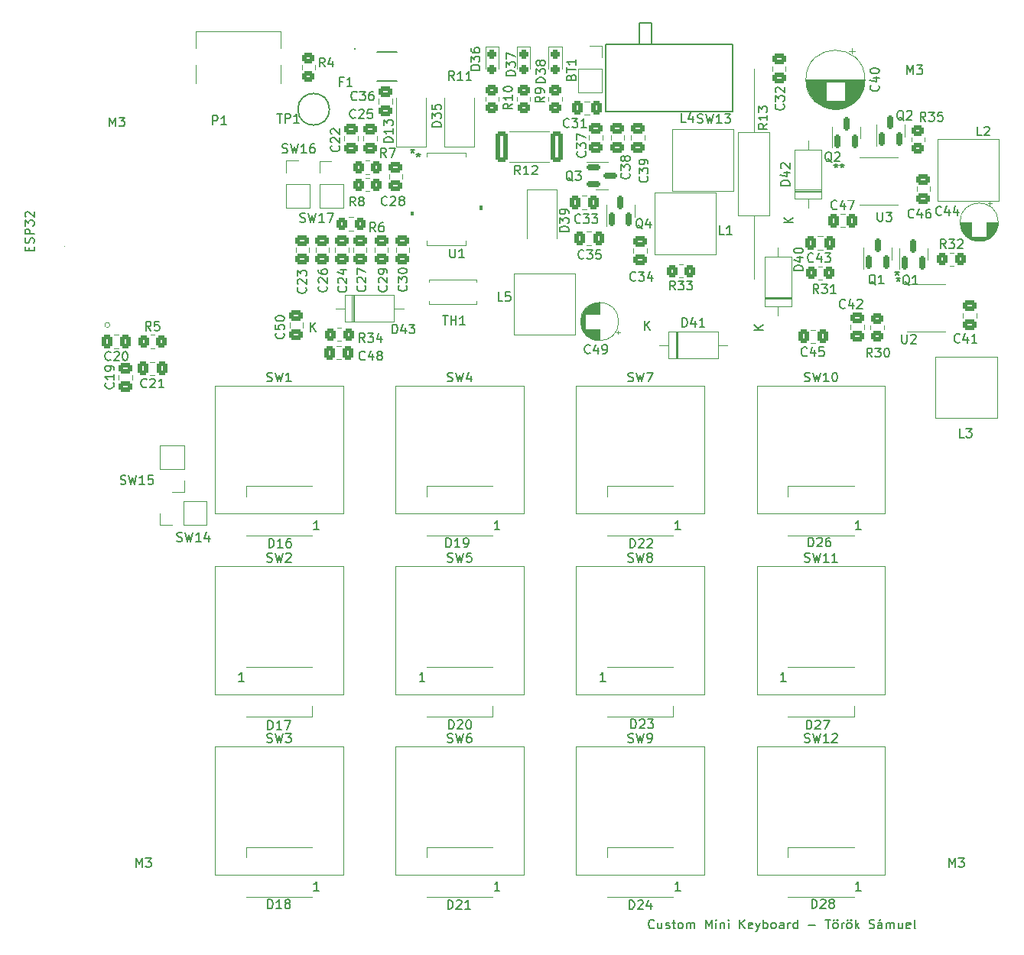
<source format=gto>
G04 #@! TF.GenerationSoftware,KiCad,Pcbnew,(6.0.0)*
G04 #@! TF.CreationDate,2022-04-22T22:08:31+02:00*
G04 #@! TF.ProjectId,keyboard_v1.0,6b657962-6f61-4726-945f-76312e302e6b,rev?*
G04 #@! TF.SameCoordinates,Original*
G04 #@! TF.FileFunction,Legend,Top*
G04 #@! TF.FilePolarity,Positive*
%FSLAX46Y46*%
G04 Gerber Fmt 4.6, Leading zero omitted, Abs format (unit mm)*
G04 Created by KiCad (PCBNEW (6.0.0)) date 2022-04-22 22:08:31*
%MOMM*%
%LPD*%
G01*
G04 APERTURE LIST*
G04 Aperture macros list*
%AMRoundRect*
0 Rectangle with rounded corners*
0 $1 Rounding radius*
0 $2 $3 $4 $5 $6 $7 $8 $9 X,Y pos of 4 corners*
0 Add a 4 corners polygon primitive as box body*
4,1,4,$2,$3,$4,$5,$6,$7,$8,$9,$2,$3,0*
0 Add four circle primitives for the rounded corners*
1,1,$1+$1,$2,$3*
1,1,$1+$1,$4,$5*
1,1,$1+$1,$6,$7*
1,1,$1+$1,$8,$9*
0 Add four rect primitives between the rounded corners*
20,1,$1+$1,$2,$3,$4,$5,0*
20,1,$1+$1,$4,$5,$6,$7,0*
20,1,$1+$1,$6,$7,$8,$9,0*
20,1,$1+$1,$8,$9,$2,$3,0*%
G04 Aperture macros list end*
%ADD10C,0.150000*%
%ADD11C,0.120000*%
%ADD12C,0.100000*%
%ADD13C,0.127000*%
%ADD14RoundRect,0.250000X0.475000X-0.337500X0.475000X0.337500X-0.475000X0.337500X-0.475000X-0.337500X0*%
%ADD15R,1.500000X1.000000*%
%ADD16R,1.700000X1.700000*%
%ADD17O,1.700000X1.700000*%
%ADD18C,4.000000*%
%ADD19C,1.750000*%
%ADD20RoundRect,0.250000X0.350000X0.450000X-0.350000X0.450000X-0.350000X-0.450000X0.350000X-0.450000X0*%
%ADD21RoundRect,0.250000X-0.475000X0.337500X-0.475000X-0.337500X0.475000X-0.337500X0.475000X0.337500X0*%
%ADD22RoundRect,0.250000X-0.337500X-0.475000X0.337500X-0.475000X0.337500X0.475000X-0.337500X0.475000X0*%
%ADD23RoundRect,0.250000X0.337500X0.475000X-0.337500X0.475000X-0.337500X-0.475000X0.337500X-0.475000X0*%
%ADD24C,0.650000*%
%ADD25R,0.600000X1.450000*%
%ADD26R,0.300000X1.450000*%
%ADD27O,1.000000X2.100000*%
%ADD28O,1.000000X1.600000*%
%ADD29R,2.150000X5.500000*%
%ADD30R,1.800000X2.500000*%
%ADD31RoundRect,0.250000X-0.350000X-0.450000X0.350000X-0.450000X0.350000X0.450000X-0.350000X0.450000X0*%
%ADD32RoundRect,0.150000X0.150000X-0.587500X0.150000X0.587500X-0.150000X0.587500X-0.150000X-0.587500X0*%
%ADD33RoundRect,0.250000X0.450000X-0.350000X0.450000X0.350000X-0.450000X0.350000X-0.450000X-0.350000X0*%
%ADD34R,0.900000X1.500000*%
%ADD35R,1.500000X0.900000*%
%ADD36C,0.600000*%
%ADD37R,0.900000X0.900000*%
%ADD38C,1.600000*%
%ADD39R,1.200000X1.200000*%
%ADD40C,1.200000*%
%ADD41RoundRect,0.250000X-0.450000X0.350000X-0.450000X-0.350000X0.450000X-0.350000X0.450000X0.350000X0*%
%ADD42C,3.200000*%
%ADD43RoundRect,0.237500X-0.237500X0.287500X-0.237500X-0.287500X0.237500X-0.287500X0.237500X0.287500X0*%
%ADD44R,2.200000X2.200000*%
%ADD45O,2.200000X2.200000*%
%ADD46C,2.800000*%
%ADD47R,1.460500X0.533400*%
%ADD48RoundRect,0.249999X-0.450001X-1.425001X0.450001X-1.425001X0.450001X1.425001X-0.450001X1.425001X0*%
%ADD49R,1.460500X0.355600*%
%ADD50R,5.500000X2.150000*%
%ADD51O,1.600000X1.600000*%
%ADD52R,1.600000X1.600000*%
%ADD53RoundRect,0.150000X-0.587500X-0.150000X0.587500X-0.150000X0.587500X0.150000X-0.587500X0.150000X0*%
%ADD54R,1.780000X3.150000*%
G04 APERTURE END LIST*
D10*
X101537142Y-127975142D02*
X101489523Y-128022761D01*
X101346666Y-128070380D01*
X101251428Y-128070380D01*
X101108571Y-128022761D01*
X101013333Y-127927523D01*
X100965714Y-127832285D01*
X100918095Y-127641809D01*
X100918095Y-127498952D01*
X100965714Y-127308476D01*
X101013333Y-127213238D01*
X101108571Y-127118000D01*
X101251428Y-127070380D01*
X101346666Y-127070380D01*
X101489523Y-127118000D01*
X101537142Y-127165619D01*
X102394285Y-127403714D02*
X102394285Y-128070380D01*
X101965714Y-127403714D02*
X101965714Y-127927523D01*
X102013333Y-128022761D01*
X102108571Y-128070380D01*
X102251428Y-128070380D01*
X102346666Y-128022761D01*
X102394285Y-127975142D01*
X102822857Y-128022761D02*
X102918095Y-128070380D01*
X103108571Y-128070380D01*
X103203809Y-128022761D01*
X103251428Y-127927523D01*
X103251428Y-127879904D01*
X103203809Y-127784666D01*
X103108571Y-127737047D01*
X102965714Y-127737047D01*
X102870476Y-127689428D01*
X102822857Y-127594190D01*
X102822857Y-127546571D01*
X102870476Y-127451333D01*
X102965714Y-127403714D01*
X103108571Y-127403714D01*
X103203809Y-127451333D01*
X103537142Y-127403714D02*
X103918095Y-127403714D01*
X103680000Y-127070380D02*
X103680000Y-127927523D01*
X103727619Y-128022761D01*
X103822857Y-128070380D01*
X103918095Y-128070380D01*
X104394285Y-128070380D02*
X104299047Y-128022761D01*
X104251428Y-127975142D01*
X104203809Y-127879904D01*
X104203809Y-127594190D01*
X104251428Y-127498952D01*
X104299047Y-127451333D01*
X104394285Y-127403714D01*
X104537142Y-127403714D01*
X104632380Y-127451333D01*
X104680000Y-127498952D01*
X104727619Y-127594190D01*
X104727619Y-127879904D01*
X104680000Y-127975142D01*
X104632380Y-128022761D01*
X104537142Y-128070380D01*
X104394285Y-128070380D01*
X105156190Y-128070380D02*
X105156190Y-127403714D01*
X105156190Y-127498952D02*
X105203809Y-127451333D01*
X105299047Y-127403714D01*
X105441904Y-127403714D01*
X105537142Y-127451333D01*
X105584761Y-127546571D01*
X105584761Y-128070380D01*
X105584761Y-127546571D02*
X105632380Y-127451333D01*
X105727619Y-127403714D01*
X105870476Y-127403714D01*
X105965714Y-127451333D01*
X106013333Y-127546571D01*
X106013333Y-128070380D01*
X107251428Y-128070380D02*
X107251428Y-127070380D01*
X107584761Y-127784666D01*
X107918095Y-127070380D01*
X107918095Y-128070380D01*
X108394285Y-128070380D02*
X108394285Y-127403714D01*
X108394285Y-127070380D02*
X108346666Y-127118000D01*
X108394285Y-127165619D01*
X108441904Y-127118000D01*
X108394285Y-127070380D01*
X108394285Y-127165619D01*
X108870476Y-127403714D02*
X108870476Y-128070380D01*
X108870476Y-127498952D02*
X108918095Y-127451333D01*
X109013333Y-127403714D01*
X109156190Y-127403714D01*
X109251428Y-127451333D01*
X109299047Y-127546571D01*
X109299047Y-128070380D01*
X109775238Y-128070380D02*
X109775238Y-127403714D01*
X109775238Y-127070380D02*
X109727619Y-127118000D01*
X109775238Y-127165619D01*
X109822857Y-127118000D01*
X109775238Y-127070380D01*
X109775238Y-127165619D01*
X111013333Y-128070380D02*
X111013333Y-127070380D01*
X111584761Y-128070380D02*
X111156190Y-127498952D01*
X111584761Y-127070380D02*
X111013333Y-127641809D01*
X112394285Y-128022761D02*
X112299047Y-128070380D01*
X112108571Y-128070380D01*
X112013333Y-128022761D01*
X111965714Y-127927523D01*
X111965714Y-127546571D01*
X112013333Y-127451333D01*
X112108571Y-127403714D01*
X112299047Y-127403714D01*
X112394285Y-127451333D01*
X112441904Y-127546571D01*
X112441904Y-127641809D01*
X111965714Y-127737047D01*
X112775238Y-127403714D02*
X113013333Y-128070380D01*
X113251428Y-127403714D02*
X113013333Y-128070380D01*
X112918095Y-128308476D01*
X112870476Y-128356095D01*
X112775238Y-128403714D01*
X113632380Y-128070380D02*
X113632380Y-127070380D01*
X113632380Y-127451333D02*
X113727619Y-127403714D01*
X113918095Y-127403714D01*
X114013333Y-127451333D01*
X114060952Y-127498952D01*
X114108571Y-127594190D01*
X114108571Y-127879904D01*
X114060952Y-127975142D01*
X114013333Y-128022761D01*
X113918095Y-128070380D01*
X113727619Y-128070380D01*
X113632380Y-128022761D01*
X114680000Y-128070380D02*
X114584761Y-128022761D01*
X114537142Y-127975142D01*
X114489523Y-127879904D01*
X114489523Y-127594190D01*
X114537142Y-127498952D01*
X114584761Y-127451333D01*
X114680000Y-127403714D01*
X114822857Y-127403714D01*
X114918095Y-127451333D01*
X114965714Y-127498952D01*
X115013333Y-127594190D01*
X115013333Y-127879904D01*
X114965714Y-127975142D01*
X114918095Y-128022761D01*
X114822857Y-128070380D01*
X114680000Y-128070380D01*
X115870476Y-128070380D02*
X115870476Y-127546571D01*
X115822857Y-127451333D01*
X115727619Y-127403714D01*
X115537142Y-127403714D01*
X115441904Y-127451333D01*
X115870476Y-128022761D02*
X115775238Y-128070380D01*
X115537142Y-128070380D01*
X115441904Y-128022761D01*
X115394285Y-127927523D01*
X115394285Y-127832285D01*
X115441904Y-127737047D01*
X115537142Y-127689428D01*
X115775238Y-127689428D01*
X115870476Y-127641809D01*
X116346666Y-128070380D02*
X116346666Y-127403714D01*
X116346666Y-127594190D02*
X116394285Y-127498952D01*
X116441904Y-127451333D01*
X116537142Y-127403714D01*
X116632380Y-127403714D01*
X117394285Y-128070380D02*
X117394285Y-127070380D01*
X117394285Y-128022761D02*
X117299047Y-128070380D01*
X117108571Y-128070380D01*
X117013333Y-128022761D01*
X116965714Y-127975142D01*
X116918095Y-127879904D01*
X116918095Y-127594190D01*
X116965714Y-127498952D01*
X117013333Y-127451333D01*
X117108571Y-127403714D01*
X117299047Y-127403714D01*
X117394285Y-127451333D01*
X118632380Y-127689428D02*
X119394285Y-127689428D01*
X120489523Y-127070380D02*
X121060952Y-127070380D01*
X120775238Y-128070380D02*
X120775238Y-127070380D01*
X121537142Y-128070380D02*
X121441904Y-128022761D01*
X121394285Y-127975142D01*
X121346666Y-127879904D01*
X121346666Y-127594190D01*
X121394285Y-127498952D01*
X121441904Y-127451333D01*
X121537142Y-127403714D01*
X121679999Y-127403714D01*
X121775238Y-127451333D01*
X121822857Y-127498952D01*
X121870476Y-127594190D01*
X121870476Y-127879904D01*
X121822857Y-127975142D01*
X121775238Y-128022761D01*
X121679999Y-128070380D01*
X121537142Y-128070380D01*
X121441904Y-127070380D02*
X121489523Y-127118000D01*
X121441904Y-127165619D01*
X121394285Y-127118000D01*
X121441904Y-127070380D01*
X121441904Y-127165619D01*
X121822857Y-127070380D02*
X121870476Y-127118000D01*
X121822857Y-127165619D01*
X121775238Y-127118000D01*
X121822857Y-127070380D01*
X121822857Y-127165619D01*
X122299047Y-128070380D02*
X122299047Y-127403714D01*
X122299047Y-127594190D02*
X122346666Y-127498952D01*
X122394285Y-127451333D01*
X122489523Y-127403714D01*
X122584761Y-127403714D01*
X123060952Y-128070380D02*
X122965714Y-128022761D01*
X122918095Y-127975142D01*
X122870476Y-127879904D01*
X122870476Y-127594190D01*
X122918095Y-127498952D01*
X122965714Y-127451333D01*
X123060952Y-127403714D01*
X123203809Y-127403714D01*
X123299047Y-127451333D01*
X123346666Y-127498952D01*
X123394285Y-127594190D01*
X123394285Y-127879904D01*
X123346666Y-127975142D01*
X123299047Y-128022761D01*
X123203809Y-128070380D01*
X123060952Y-128070380D01*
X122965714Y-127070380D02*
X123013333Y-127118000D01*
X122965714Y-127165619D01*
X122918095Y-127118000D01*
X122965714Y-127070380D01*
X122965714Y-127165619D01*
X123346666Y-127070380D02*
X123394285Y-127118000D01*
X123346666Y-127165619D01*
X123299047Y-127118000D01*
X123346666Y-127070380D01*
X123346666Y-127165619D01*
X123822857Y-128070380D02*
X123822857Y-127070380D01*
X123918095Y-127689428D02*
X124203809Y-128070380D01*
X124203809Y-127403714D02*
X123822857Y-127784666D01*
X125346666Y-128022761D02*
X125489523Y-128070380D01*
X125727619Y-128070380D01*
X125822857Y-128022761D01*
X125870476Y-127975142D01*
X125918095Y-127879904D01*
X125918095Y-127784666D01*
X125870476Y-127689428D01*
X125822857Y-127641809D01*
X125727619Y-127594190D01*
X125537142Y-127546571D01*
X125441904Y-127498952D01*
X125394285Y-127451333D01*
X125346666Y-127356095D01*
X125346666Y-127260857D01*
X125394285Y-127165619D01*
X125441904Y-127118000D01*
X125537142Y-127070380D01*
X125775238Y-127070380D01*
X125918095Y-127118000D01*
X126775238Y-128070380D02*
X126775238Y-127546571D01*
X126727619Y-127451333D01*
X126632380Y-127403714D01*
X126441904Y-127403714D01*
X126346666Y-127451333D01*
X126775238Y-128022761D02*
X126679999Y-128070380D01*
X126441904Y-128070380D01*
X126346666Y-128022761D01*
X126299047Y-127927523D01*
X126299047Y-127832285D01*
X126346666Y-127737047D01*
X126441904Y-127689428D01*
X126679999Y-127689428D01*
X126775238Y-127641809D01*
X126632380Y-127022761D02*
X126489523Y-127165619D01*
X127251428Y-128070380D02*
X127251428Y-127403714D01*
X127251428Y-127498952D02*
X127299047Y-127451333D01*
X127394285Y-127403714D01*
X127537142Y-127403714D01*
X127632380Y-127451333D01*
X127679999Y-127546571D01*
X127679999Y-128070380D01*
X127679999Y-127546571D02*
X127727619Y-127451333D01*
X127822857Y-127403714D01*
X127965714Y-127403714D01*
X128060952Y-127451333D01*
X128108571Y-127546571D01*
X128108571Y-128070380D01*
X129013333Y-127403714D02*
X129013333Y-128070380D01*
X128584761Y-127403714D02*
X128584761Y-127927523D01*
X128632380Y-128022761D01*
X128727619Y-128070380D01*
X128870476Y-128070380D01*
X128965714Y-128022761D01*
X129013333Y-127975142D01*
X129870476Y-128022761D02*
X129775238Y-128070380D01*
X129584761Y-128070380D01*
X129489523Y-128022761D01*
X129441904Y-127927523D01*
X129441904Y-127546571D01*
X129489523Y-127451333D01*
X129584761Y-127403714D01*
X129775238Y-127403714D01*
X129870476Y-127451333D01*
X129918095Y-127546571D01*
X129918095Y-127641809D01*
X129441904Y-127737047D01*
X130489523Y-128070380D02*
X130394285Y-128022761D01*
X130346666Y-127927523D01*
X130346666Y-127070380D01*
X98760142Y-44353857D02*
X98807761Y-44401476D01*
X98855380Y-44544333D01*
X98855380Y-44639571D01*
X98807761Y-44782428D01*
X98712523Y-44877666D01*
X98617285Y-44925285D01*
X98426809Y-44972904D01*
X98283952Y-44972904D01*
X98093476Y-44925285D01*
X97998238Y-44877666D01*
X97903000Y-44782428D01*
X97855380Y-44639571D01*
X97855380Y-44544333D01*
X97903000Y-44401476D01*
X97950619Y-44353857D01*
X97855380Y-44020523D02*
X97855380Y-43401476D01*
X98236333Y-43734809D01*
X98236333Y-43591952D01*
X98283952Y-43496714D01*
X98331571Y-43449095D01*
X98426809Y-43401476D01*
X98664904Y-43401476D01*
X98760142Y-43449095D01*
X98807761Y-43496714D01*
X98855380Y-43591952D01*
X98855380Y-43877666D01*
X98807761Y-43972904D01*
X98760142Y-44020523D01*
X98283952Y-42830047D02*
X98236333Y-42925285D01*
X98188714Y-42972904D01*
X98093476Y-43020523D01*
X98045857Y-43020523D01*
X97950619Y-42972904D01*
X97903000Y-42925285D01*
X97855380Y-42830047D01*
X97855380Y-42639571D01*
X97903000Y-42544333D01*
X97950619Y-42496714D01*
X98045857Y-42449095D01*
X98093476Y-42449095D01*
X98188714Y-42496714D01*
X98236333Y-42544333D01*
X98283952Y-42639571D01*
X98283952Y-42830047D01*
X98331571Y-42925285D01*
X98379190Y-42972904D01*
X98474428Y-43020523D01*
X98664904Y-43020523D01*
X98760142Y-42972904D01*
X98807761Y-42925285D01*
X98855380Y-42830047D01*
X98855380Y-42639571D01*
X98807761Y-42544333D01*
X98760142Y-42496714D01*
X98664904Y-42449095D01*
X98474428Y-42449095D01*
X98379190Y-42496714D01*
X98331571Y-42544333D01*
X98283952Y-42639571D01*
X98783714Y-125930380D02*
X98783714Y-124930380D01*
X99021809Y-124930380D01*
X99164666Y-124978000D01*
X99259904Y-125073238D01*
X99307523Y-125168476D01*
X99355142Y-125358952D01*
X99355142Y-125501809D01*
X99307523Y-125692285D01*
X99259904Y-125787523D01*
X99164666Y-125882761D01*
X99021809Y-125930380D01*
X98783714Y-125930380D01*
X99736095Y-125025619D02*
X99783714Y-124978000D01*
X99878952Y-124930380D01*
X100117047Y-124930380D01*
X100212285Y-124978000D01*
X100259904Y-125025619D01*
X100307523Y-125120857D01*
X100307523Y-125216095D01*
X100259904Y-125358952D01*
X99688476Y-125930380D01*
X100307523Y-125930380D01*
X101164666Y-125263714D02*
X101164666Y-125930380D01*
X100926571Y-124882761D02*
X100688476Y-125597047D01*
X101307523Y-125597047D01*
X104435714Y-123852380D02*
X103864285Y-123852380D01*
X104150000Y-123852380D02*
X104150000Y-122852380D01*
X104054761Y-122995238D01*
X103959523Y-123090476D01*
X103864285Y-123138095D01*
X42465476Y-78785761D02*
X42608333Y-78833380D01*
X42846428Y-78833380D01*
X42941666Y-78785761D01*
X42989285Y-78738142D01*
X43036904Y-78642904D01*
X43036904Y-78547666D01*
X42989285Y-78452428D01*
X42941666Y-78404809D01*
X42846428Y-78357190D01*
X42655952Y-78309571D01*
X42560714Y-78261952D01*
X42513095Y-78214333D01*
X42465476Y-78119095D01*
X42465476Y-78023857D01*
X42513095Y-77928619D01*
X42560714Y-77881000D01*
X42655952Y-77833380D01*
X42894047Y-77833380D01*
X43036904Y-77881000D01*
X43370238Y-77833380D02*
X43608333Y-78833380D01*
X43798809Y-78119095D01*
X43989285Y-78833380D01*
X44227380Y-77833380D01*
X45132142Y-78833380D02*
X44560714Y-78833380D01*
X44846428Y-78833380D02*
X44846428Y-77833380D01*
X44751190Y-77976238D01*
X44655952Y-78071476D01*
X44560714Y-78119095D01*
X46036904Y-77833380D02*
X45560714Y-77833380D01*
X45513095Y-78309571D01*
X45560714Y-78261952D01*
X45655952Y-78214333D01*
X45894047Y-78214333D01*
X45989285Y-78261952D01*
X46036904Y-78309571D01*
X46084523Y-78404809D01*
X46084523Y-78642904D01*
X46036904Y-78738142D01*
X45989285Y-78785761D01*
X45894047Y-78833380D01*
X45655952Y-78833380D01*
X45560714Y-78785761D01*
X45513095Y-78738142D01*
X58666666Y-107404761D02*
X58809523Y-107452380D01*
X59047619Y-107452380D01*
X59142857Y-107404761D01*
X59190476Y-107357142D01*
X59238095Y-107261904D01*
X59238095Y-107166666D01*
X59190476Y-107071428D01*
X59142857Y-107023809D01*
X59047619Y-106976190D01*
X58857142Y-106928571D01*
X58761904Y-106880952D01*
X58714285Y-106833333D01*
X58666666Y-106738095D01*
X58666666Y-106642857D01*
X58714285Y-106547619D01*
X58761904Y-106500000D01*
X58857142Y-106452380D01*
X59095238Y-106452380D01*
X59238095Y-106500000D01*
X59571428Y-106452380D02*
X59809523Y-107452380D01*
X60000000Y-106738095D01*
X60190476Y-107452380D01*
X60428571Y-106452380D01*
X60714285Y-106452380D02*
X61333333Y-106452380D01*
X61000000Y-106833333D01*
X61142857Y-106833333D01*
X61238095Y-106880952D01*
X61285714Y-106928571D01*
X61333333Y-107023809D01*
X61333333Y-107261904D01*
X61285714Y-107357142D01*
X61238095Y-107404761D01*
X61142857Y-107452380D01*
X60857142Y-107452380D01*
X60761904Y-107404761D01*
X60714285Y-107357142D01*
X93883142Y-41963857D02*
X93930761Y-42011476D01*
X93978380Y-42154333D01*
X93978380Y-42249571D01*
X93930761Y-42392428D01*
X93835523Y-42487666D01*
X93740285Y-42535285D01*
X93549809Y-42582904D01*
X93406952Y-42582904D01*
X93216476Y-42535285D01*
X93121238Y-42487666D01*
X93026000Y-42392428D01*
X92978380Y-42249571D01*
X92978380Y-42154333D01*
X93026000Y-42011476D01*
X93073619Y-41963857D01*
X92978380Y-41630523D02*
X92978380Y-41011476D01*
X93359333Y-41344809D01*
X93359333Y-41201952D01*
X93406952Y-41106714D01*
X93454571Y-41059095D01*
X93549809Y-41011476D01*
X93787904Y-41011476D01*
X93883142Y-41059095D01*
X93930761Y-41106714D01*
X93978380Y-41201952D01*
X93978380Y-41487666D01*
X93930761Y-41582904D01*
X93883142Y-41630523D01*
X92978380Y-40678142D02*
X92978380Y-40011476D01*
X93978380Y-40440047D01*
X70677333Y-50831380D02*
X70344000Y-50355190D01*
X70105904Y-50831380D02*
X70105904Y-49831380D01*
X70486857Y-49831380D01*
X70582095Y-49879000D01*
X70629714Y-49926619D01*
X70677333Y-50021857D01*
X70677333Y-50164714D01*
X70629714Y-50259952D01*
X70582095Y-50307571D01*
X70486857Y-50355190D01*
X70105904Y-50355190D01*
X71534476Y-49831380D02*
X71344000Y-49831380D01*
X71248761Y-49879000D01*
X71201142Y-49926619D01*
X71105904Y-50069476D01*
X71058285Y-50259952D01*
X71058285Y-50640904D01*
X71105904Y-50736142D01*
X71153523Y-50783761D01*
X71248761Y-50831380D01*
X71439238Y-50831380D01*
X71534476Y-50783761D01*
X71582095Y-50736142D01*
X71629714Y-50640904D01*
X71629714Y-50402809D01*
X71582095Y-50307571D01*
X71534476Y-50259952D01*
X71439238Y-50212333D01*
X71248761Y-50212333D01*
X71153523Y-50259952D01*
X71105904Y-50307571D01*
X71058285Y-50402809D01*
X66631142Y-41326857D02*
X66678761Y-41374476D01*
X66726380Y-41517333D01*
X66726380Y-41612571D01*
X66678761Y-41755428D01*
X66583523Y-41850666D01*
X66488285Y-41898285D01*
X66297809Y-41945904D01*
X66154952Y-41945904D01*
X65964476Y-41898285D01*
X65869238Y-41850666D01*
X65774000Y-41755428D01*
X65726380Y-41612571D01*
X65726380Y-41517333D01*
X65774000Y-41374476D01*
X65821619Y-41326857D01*
X65821619Y-40945904D02*
X65774000Y-40898285D01*
X65726380Y-40803047D01*
X65726380Y-40564952D01*
X65774000Y-40469714D01*
X65821619Y-40422095D01*
X65916857Y-40374476D01*
X66012095Y-40374476D01*
X66154952Y-40422095D01*
X66726380Y-40993523D01*
X66726380Y-40374476D01*
X65821619Y-39993523D02*
X65774000Y-39945904D01*
X65726380Y-39850666D01*
X65726380Y-39612571D01*
X65774000Y-39517333D01*
X65821619Y-39469714D01*
X65916857Y-39422095D01*
X66012095Y-39422095D01*
X66154952Y-39469714D01*
X66726380Y-40041142D01*
X66726380Y-39422095D01*
X106358976Y-38744761D02*
X106501833Y-38792380D01*
X106739928Y-38792380D01*
X106835166Y-38744761D01*
X106882785Y-38697142D01*
X106930404Y-38601904D01*
X106930404Y-38506666D01*
X106882785Y-38411428D01*
X106835166Y-38363809D01*
X106739928Y-38316190D01*
X106549452Y-38268571D01*
X106454214Y-38220952D01*
X106406595Y-38173333D01*
X106358976Y-38078095D01*
X106358976Y-37982857D01*
X106406595Y-37887619D01*
X106454214Y-37840000D01*
X106549452Y-37792380D01*
X106787547Y-37792380D01*
X106930404Y-37840000D01*
X107263738Y-37792380D02*
X107501833Y-38792380D01*
X107692309Y-38078095D01*
X107882785Y-38792380D01*
X108120880Y-37792380D01*
X109025642Y-38792380D02*
X108454214Y-38792380D01*
X108739928Y-38792380D02*
X108739928Y-37792380D01*
X108644690Y-37935238D01*
X108549452Y-38030476D01*
X108454214Y-38078095D01*
X109358976Y-37792380D02*
X109978023Y-37792380D01*
X109644690Y-38173333D01*
X109787547Y-38173333D01*
X109882785Y-38220952D01*
X109930404Y-38268571D01*
X109978023Y-38363809D01*
X109978023Y-38601904D01*
X109930404Y-38697142D01*
X109882785Y-38744761D01*
X109787547Y-38792380D01*
X109501833Y-38792380D01*
X109406595Y-38744761D01*
X109358976Y-38697142D01*
X135371142Y-63058142D02*
X135323523Y-63105761D01*
X135180666Y-63153380D01*
X135085428Y-63153380D01*
X134942571Y-63105761D01*
X134847333Y-63010523D01*
X134799714Y-62915285D01*
X134752095Y-62724809D01*
X134752095Y-62581952D01*
X134799714Y-62391476D01*
X134847333Y-62296238D01*
X134942571Y-62201000D01*
X135085428Y-62153380D01*
X135180666Y-62153380D01*
X135323523Y-62201000D01*
X135371142Y-62248619D01*
X136228285Y-62486714D02*
X136228285Y-63153380D01*
X135990190Y-62105761D02*
X135752095Y-62820047D01*
X136371142Y-62820047D01*
X137275904Y-63153380D02*
X136704476Y-63153380D01*
X136990190Y-63153380D02*
X136990190Y-62153380D01*
X136894952Y-62296238D01*
X136799714Y-62391476D01*
X136704476Y-62439095D01*
X62348476Y-49733761D02*
X62491333Y-49781380D01*
X62729428Y-49781380D01*
X62824666Y-49733761D01*
X62872285Y-49686142D01*
X62919904Y-49590904D01*
X62919904Y-49495666D01*
X62872285Y-49400428D01*
X62824666Y-49352809D01*
X62729428Y-49305190D01*
X62538952Y-49257571D01*
X62443714Y-49209952D01*
X62396095Y-49162333D01*
X62348476Y-49067095D01*
X62348476Y-48971857D01*
X62396095Y-48876619D01*
X62443714Y-48829000D01*
X62538952Y-48781380D01*
X62777047Y-48781380D01*
X62919904Y-48829000D01*
X63253238Y-48781380D02*
X63491333Y-49781380D01*
X63681809Y-49067095D01*
X63872285Y-49781380D01*
X64110380Y-48781380D01*
X65015142Y-49781380D02*
X64443714Y-49781380D01*
X64729428Y-49781380D02*
X64729428Y-48781380D01*
X64634190Y-48924238D01*
X64538952Y-49019476D01*
X64443714Y-49067095D01*
X65348476Y-48781380D02*
X66015142Y-48781380D01*
X65586571Y-49781380D01*
X93370142Y-49809142D02*
X93322523Y-49856761D01*
X93179666Y-49904380D01*
X93084428Y-49904380D01*
X92941571Y-49856761D01*
X92846333Y-49761523D01*
X92798714Y-49666285D01*
X92751095Y-49475809D01*
X92751095Y-49332952D01*
X92798714Y-49142476D01*
X92846333Y-49047238D01*
X92941571Y-48952000D01*
X93084428Y-48904380D01*
X93179666Y-48904380D01*
X93322523Y-48952000D01*
X93370142Y-48999619D01*
X93703476Y-48904380D02*
X94322523Y-48904380D01*
X93989190Y-49285333D01*
X94132047Y-49285333D01*
X94227285Y-49332952D01*
X94274904Y-49380571D01*
X94322523Y-49475809D01*
X94322523Y-49713904D01*
X94274904Y-49809142D01*
X94227285Y-49856761D01*
X94132047Y-49904380D01*
X93846333Y-49904380D01*
X93751095Y-49856761D01*
X93703476Y-49809142D01*
X94655857Y-48904380D02*
X95274904Y-48904380D01*
X94941571Y-49285333D01*
X95084428Y-49285333D01*
X95179666Y-49332952D01*
X95227285Y-49380571D01*
X95274904Y-49475809D01*
X95274904Y-49713904D01*
X95227285Y-49809142D01*
X95179666Y-49856761D01*
X95084428Y-49904380D01*
X94798714Y-49904380D01*
X94703476Y-49856761D01*
X94655857Y-49809142D01*
X119157142Y-54127142D02*
X119109523Y-54174761D01*
X118966666Y-54222380D01*
X118871428Y-54222380D01*
X118728571Y-54174761D01*
X118633333Y-54079523D01*
X118585714Y-53984285D01*
X118538095Y-53793809D01*
X118538095Y-53650952D01*
X118585714Y-53460476D01*
X118633333Y-53365238D01*
X118728571Y-53270000D01*
X118871428Y-53222380D01*
X118966666Y-53222380D01*
X119109523Y-53270000D01*
X119157142Y-53317619D01*
X120014285Y-53555714D02*
X120014285Y-54222380D01*
X119776190Y-53174761D02*
X119538095Y-53889047D01*
X120157142Y-53889047D01*
X120442857Y-53222380D02*
X121061904Y-53222380D01*
X120728571Y-53603333D01*
X120871428Y-53603333D01*
X120966666Y-53650952D01*
X121014285Y-53698571D01*
X121061904Y-53793809D01*
X121061904Y-54031904D01*
X121014285Y-54127142D01*
X120966666Y-54174761D01*
X120871428Y-54222380D01*
X120585714Y-54222380D01*
X120490476Y-54174761D01*
X120442857Y-54127142D01*
X52665904Y-38984380D02*
X52665904Y-37984380D01*
X53046857Y-37984380D01*
X53142095Y-38032000D01*
X53189714Y-38079619D01*
X53237333Y-38174857D01*
X53237333Y-38317714D01*
X53189714Y-38412952D01*
X53142095Y-38460571D01*
X53046857Y-38508190D01*
X52665904Y-38508190D01*
X54189714Y-38984380D02*
X53618285Y-38984380D01*
X53904000Y-38984380D02*
X53904000Y-37984380D01*
X53808761Y-38127238D01*
X53713523Y-38222476D01*
X53618285Y-38270095D01*
X135843333Y-73644380D02*
X135367142Y-73644380D01*
X135367142Y-72644380D01*
X136081428Y-72644380D02*
X136700476Y-72644380D01*
X136367142Y-73025333D01*
X136510000Y-73025333D01*
X136605238Y-73072952D01*
X136652857Y-73120571D01*
X136700476Y-73215809D01*
X136700476Y-73453904D01*
X136652857Y-73549142D01*
X136605238Y-73596761D01*
X136510000Y-73644380D01*
X136224285Y-73644380D01*
X136129047Y-73596761D01*
X136081428Y-73549142D01*
X78704714Y-125910380D02*
X78704714Y-124910380D01*
X78942809Y-124910380D01*
X79085666Y-124958000D01*
X79180904Y-125053238D01*
X79228523Y-125148476D01*
X79276142Y-125338952D01*
X79276142Y-125481809D01*
X79228523Y-125672285D01*
X79180904Y-125767523D01*
X79085666Y-125862761D01*
X78942809Y-125910380D01*
X78704714Y-125910380D01*
X79657095Y-125005619D02*
X79704714Y-124958000D01*
X79799952Y-124910380D01*
X80038047Y-124910380D01*
X80133285Y-124958000D01*
X80180904Y-125005619D01*
X80228523Y-125100857D01*
X80228523Y-125196095D01*
X80180904Y-125338952D01*
X79609476Y-125910380D01*
X80228523Y-125910380D01*
X81180904Y-125910380D02*
X80609476Y-125910380D01*
X80895190Y-125910380D02*
X80895190Y-124910380D01*
X80799952Y-125053238D01*
X80704714Y-125148476D01*
X80609476Y-125196095D01*
X84435714Y-123852380D02*
X83864285Y-123852380D01*
X84150000Y-123852380D02*
X84150000Y-122852380D01*
X84054761Y-122995238D01*
X83959523Y-123090476D01*
X83864285Y-123138095D01*
X72598380Y-40927285D02*
X71598380Y-40927285D01*
X71598380Y-40689190D01*
X71646000Y-40546333D01*
X71741238Y-40451095D01*
X71836476Y-40403476D01*
X72026952Y-40355857D01*
X72169809Y-40355857D01*
X72360285Y-40403476D01*
X72455523Y-40451095D01*
X72550761Y-40546333D01*
X72598380Y-40689190D01*
X72598380Y-40927285D01*
X72598380Y-39403476D02*
X72598380Y-39974904D01*
X72598380Y-39689190D02*
X71598380Y-39689190D01*
X71741238Y-39784428D01*
X71836476Y-39879666D01*
X71884095Y-39974904D01*
X71598380Y-39070142D02*
X71598380Y-38451095D01*
X71979333Y-38784428D01*
X71979333Y-38641571D01*
X72026952Y-38546333D01*
X72074571Y-38498714D01*
X72169809Y-38451095D01*
X72407904Y-38451095D01*
X72503142Y-38498714D01*
X72550761Y-38546333D01*
X72598380Y-38641571D01*
X72598380Y-38927285D01*
X72550761Y-39022523D01*
X72503142Y-39070142D01*
X119003714Y-125837380D02*
X119003714Y-124837380D01*
X119241809Y-124837380D01*
X119384666Y-124885000D01*
X119479904Y-124980238D01*
X119527523Y-125075476D01*
X119575142Y-125265952D01*
X119575142Y-125408809D01*
X119527523Y-125599285D01*
X119479904Y-125694523D01*
X119384666Y-125789761D01*
X119241809Y-125837380D01*
X119003714Y-125837380D01*
X119956095Y-124932619D02*
X120003714Y-124885000D01*
X120098952Y-124837380D01*
X120337047Y-124837380D01*
X120432285Y-124885000D01*
X120479904Y-124932619D01*
X120527523Y-125027857D01*
X120527523Y-125123095D01*
X120479904Y-125265952D01*
X119908476Y-125837380D01*
X120527523Y-125837380D01*
X121098952Y-125265952D02*
X121003714Y-125218333D01*
X120956095Y-125170714D01*
X120908476Y-125075476D01*
X120908476Y-125027857D01*
X120956095Y-124932619D01*
X121003714Y-124885000D01*
X121098952Y-124837380D01*
X121289428Y-124837380D01*
X121384666Y-124885000D01*
X121432285Y-124932619D01*
X121479904Y-125027857D01*
X121479904Y-125075476D01*
X121432285Y-125170714D01*
X121384666Y-125218333D01*
X121289428Y-125265952D01*
X121098952Y-125265952D01*
X121003714Y-125313571D01*
X120956095Y-125361190D01*
X120908476Y-125456428D01*
X120908476Y-125646904D01*
X120956095Y-125742142D01*
X121003714Y-125789761D01*
X121098952Y-125837380D01*
X121289428Y-125837380D01*
X121384666Y-125789761D01*
X121432285Y-125742142D01*
X121479904Y-125646904D01*
X121479904Y-125456428D01*
X121432285Y-125361190D01*
X121384666Y-125313571D01*
X121289428Y-125265952D01*
X124435714Y-123852380D02*
X123864285Y-123852380D01*
X124150000Y-123852380D02*
X124150000Y-122852380D01*
X124054761Y-122995238D01*
X123959523Y-123090476D01*
X123864285Y-123138095D01*
X133826142Y-52691380D02*
X133492809Y-52215190D01*
X133254714Y-52691380D02*
X133254714Y-51691380D01*
X133635666Y-51691380D01*
X133730904Y-51739000D01*
X133778523Y-51786619D01*
X133826142Y-51881857D01*
X133826142Y-52024714D01*
X133778523Y-52119952D01*
X133730904Y-52167571D01*
X133635666Y-52215190D01*
X133254714Y-52215190D01*
X134159476Y-51691380D02*
X134778523Y-51691380D01*
X134445190Y-52072333D01*
X134588047Y-52072333D01*
X134683285Y-52119952D01*
X134730904Y-52167571D01*
X134778523Y-52262809D01*
X134778523Y-52500904D01*
X134730904Y-52596142D01*
X134683285Y-52643761D01*
X134588047Y-52691380D01*
X134302333Y-52691380D01*
X134207095Y-52643761D01*
X134159476Y-52596142D01*
X135159476Y-51786619D02*
X135207095Y-51739000D01*
X135302333Y-51691380D01*
X135540428Y-51691380D01*
X135635666Y-51739000D01*
X135683285Y-51786619D01*
X135730904Y-51881857D01*
X135730904Y-51977095D01*
X135683285Y-52119952D01*
X135111857Y-52691380D01*
X135730904Y-52691380D01*
X100279761Y-50512619D02*
X100184523Y-50465000D01*
X100089285Y-50369761D01*
X99946428Y-50226904D01*
X99851190Y-50179285D01*
X99755952Y-50179285D01*
X99803571Y-50417380D02*
X99708333Y-50369761D01*
X99613095Y-50274523D01*
X99565476Y-50084047D01*
X99565476Y-49750714D01*
X99613095Y-49560238D01*
X99708333Y-49465000D01*
X99803571Y-49417380D01*
X99994047Y-49417380D01*
X100089285Y-49465000D01*
X100184523Y-49560238D01*
X100232142Y-49750714D01*
X100232142Y-50084047D01*
X100184523Y-50274523D01*
X100089285Y-50369761D01*
X99994047Y-50417380D01*
X99803571Y-50417380D01*
X101089285Y-49750714D02*
X101089285Y-50417380D01*
X100851190Y-49369761D02*
X100613095Y-50084047D01*
X101232142Y-50084047D01*
X130294142Y-49236992D02*
X130246523Y-49284611D01*
X130103666Y-49332230D01*
X130008428Y-49332230D01*
X129865571Y-49284611D01*
X129770333Y-49189373D01*
X129722714Y-49094135D01*
X129675095Y-48903659D01*
X129675095Y-48760802D01*
X129722714Y-48570326D01*
X129770333Y-48475088D01*
X129865571Y-48379850D01*
X130008428Y-48332230D01*
X130103666Y-48332230D01*
X130246523Y-48379850D01*
X130294142Y-48427469D01*
X131151285Y-48665564D02*
X131151285Y-49332230D01*
X130913190Y-48284611D02*
X130675095Y-48998897D01*
X131294142Y-48998897D01*
X132103666Y-48332230D02*
X131913190Y-48332230D01*
X131817952Y-48379850D01*
X131770333Y-48427469D01*
X131675095Y-48570326D01*
X131627476Y-48760802D01*
X131627476Y-49141754D01*
X131675095Y-49236992D01*
X131722714Y-49284611D01*
X131817952Y-49332230D01*
X132008428Y-49332230D01*
X132103666Y-49284611D01*
X132151285Y-49236992D01*
X132198904Y-49141754D01*
X132198904Y-48903659D01*
X132151285Y-48808421D01*
X132103666Y-48760802D01*
X132008428Y-48713183D01*
X131817952Y-48713183D01*
X131722714Y-48760802D01*
X131675095Y-48808421D01*
X131627476Y-48903659D01*
X85849380Y-36657857D02*
X85373190Y-36991190D01*
X85849380Y-37229285D02*
X84849380Y-37229285D01*
X84849380Y-36848333D01*
X84897000Y-36753095D01*
X84944619Y-36705476D01*
X85039857Y-36657857D01*
X85182714Y-36657857D01*
X85277952Y-36705476D01*
X85325571Y-36753095D01*
X85373190Y-36848333D01*
X85373190Y-37229285D01*
X85849380Y-35705476D02*
X85849380Y-36276904D01*
X85849380Y-35991190D02*
X84849380Y-35991190D01*
X84992238Y-36086428D01*
X85087476Y-36181666D01*
X85135095Y-36276904D01*
X84849380Y-35086428D02*
X84849380Y-34991190D01*
X84897000Y-34895952D01*
X84944619Y-34848333D01*
X85039857Y-34800714D01*
X85230333Y-34753095D01*
X85468428Y-34753095D01*
X85658904Y-34800714D01*
X85754142Y-34848333D01*
X85801761Y-34895952D01*
X85849380Y-34991190D01*
X85849380Y-35086428D01*
X85801761Y-35181666D01*
X85754142Y-35229285D01*
X85658904Y-35276904D01*
X85468428Y-35324523D01*
X85230333Y-35324523D01*
X85039857Y-35276904D01*
X84944619Y-35229285D01*
X84897000Y-35181666D01*
X84849380Y-35086428D01*
X45357142Y-68037142D02*
X45309523Y-68084761D01*
X45166666Y-68132380D01*
X45071428Y-68132380D01*
X44928571Y-68084761D01*
X44833333Y-67989523D01*
X44785714Y-67894285D01*
X44738095Y-67703809D01*
X44738095Y-67560952D01*
X44785714Y-67370476D01*
X44833333Y-67275238D01*
X44928571Y-67180000D01*
X45071428Y-67132380D01*
X45166666Y-67132380D01*
X45309523Y-67180000D01*
X45357142Y-67227619D01*
X45738095Y-67227619D02*
X45785714Y-67180000D01*
X45880952Y-67132380D01*
X46119047Y-67132380D01*
X46214285Y-67180000D01*
X46261904Y-67227619D01*
X46309523Y-67322857D01*
X46309523Y-67418095D01*
X46261904Y-67560952D01*
X45690476Y-68132380D01*
X46309523Y-68132380D01*
X47261904Y-68132380D02*
X46690476Y-68132380D01*
X46976190Y-68132380D02*
X46976190Y-67132380D01*
X46880952Y-67275238D01*
X46785714Y-67370476D01*
X46690476Y-67418095D01*
X98873714Y-85858380D02*
X98873714Y-84858380D01*
X99111809Y-84858380D01*
X99254666Y-84906000D01*
X99349904Y-85001238D01*
X99397523Y-85096476D01*
X99445142Y-85286952D01*
X99445142Y-85429809D01*
X99397523Y-85620285D01*
X99349904Y-85715523D01*
X99254666Y-85810761D01*
X99111809Y-85858380D01*
X98873714Y-85858380D01*
X99826095Y-84953619D02*
X99873714Y-84906000D01*
X99968952Y-84858380D01*
X100207047Y-84858380D01*
X100302285Y-84906000D01*
X100349904Y-84953619D01*
X100397523Y-85048857D01*
X100397523Y-85144095D01*
X100349904Y-85286952D01*
X99778476Y-85858380D01*
X100397523Y-85858380D01*
X100778476Y-84953619D02*
X100826095Y-84906000D01*
X100921333Y-84858380D01*
X101159428Y-84858380D01*
X101254666Y-84906000D01*
X101302285Y-84953619D01*
X101349904Y-85048857D01*
X101349904Y-85144095D01*
X101302285Y-85286952D01*
X100730857Y-85858380D01*
X101349904Y-85858380D01*
X104435714Y-83852380D02*
X103864285Y-83852380D01*
X104150000Y-83852380D02*
X104150000Y-82852380D01*
X104054761Y-82995238D01*
X103959523Y-83090476D01*
X103864285Y-83138095D01*
X58666666Y-67404761D02*
X58809523Y-67452380D01*
X59047619Y-67452380D01*
X59142857Y-67404761D01*
X59190476Y-67357142D01*
X59238095Y-67261904D01*
X59238095Y-67166666D01*
X59190476Y-67071428D01*
X59142857Y-67023809D01*
X59047619Y-66976190D01*
X58857142Y-66928571D01*
X58761904Y-66880952D01*
X58714285Y-66833333D01*
X58666666Y-66738095D01*
X58666666Y-66642857D01*
X58714285Y-66547619D01*
X58761904Y-66500000D01*
X58857142Y-66452380D01*
X59095238Y-66452380D01*
X59238095Y-66500000D01*
X59571428Y-66452380D02*
X59809523Y-67452380D01*
X60000000Y-66738095D01*
X60190476Y-67452380D01*
X60428571Y-66452380D01*
X61333333Y-67452380D02*
X60761904Y-67452380D01*
X61047619Y-67452380D02*
X61047619Y-66452380D01*
X60952380Y-66595238D01*
X60857142Y-66690476D01*
X60761904Y-66738095D01*
X118417714Y-105977380D02*
X118417714Y-104977380D01*
X118655809Y-104977380D01*
X118798666Y-105025000D01*
X118893904Y-105120238D01*
X118941523Y-105215476D01*
X118989142Y-105405952D01*
X118989142Y-105548809D01*
X118941523Y-105739285D01*
X118893904Y-105834523D01*
X118798666Y-105929761D01*
X118655809Y-105977380D01*
X118417714Y-105977380D01*
X119370095Y-105072619D02*
X119417714Y-105025000D01*
X119512952Y-104977380D01*
X119751047Y-104977380D01*
X119846285Y-105025000D01*
X119893904Y-105072619D01*
X119941523Y-105167857D01*
X119941523Y-105263095D01*
X119893904Y-105405952D01*
X119322476Y-105977380D01*
X119941523Y-105977380D01*
X120274857Y-104977380D02*
X120941523Y-104977380D01*
X120512952Y-105977380D01*
X116135714Y-100652380D02*
X115564285Y-100652380D01*
X115850000Y-100652380D02*
X115850000Y-99652380D01*
X115754761Y-99795238D01*
X115659523Y-99890476D01*
X115564285Y-99938095D01*
X48714476Y-85122761D02*
X48857333Y-85170380D01*
X49095428Y-85170380D01*
X49190666Y-85122761D01*
X49238285Y-85075142D01*
X49285904Y-84979904D01*
X49285904Y-84884666D01*
X49238285Y-84789428D01*
X49190666Y-84741809D01*
X49095428Y-84694190D01*
X48904952Y-84646571D01*
X48809714Y-84598952D01*
X48762095Y-84551333D01*
X48714476Y-84456095D01*
X48714476Y-84360857D01*
X48762095Y-84265619D01*
X48809714Y-84218000D01*
X48904952Y-84170380D01*
X49143047Y-84170380D01*
X49285904Y-84218000D01*
X49619238Y-84170380D02*
X49857333Y-85170380D01*
X50047809Y-84456095D01*
X50238285Y-85170380D01*
X50476380Y-84170380D01*
X51381142Y-85170380D02*
X50809714Y-85170380D01*
X51095428Y-85170380D02*
X51095428Y-84170380D01*
X51000190Y-84313238D01*
X50904952Y-84408476D01*
X50809714Y-84456095D01*
X52238285Y-84503714D02*
X52238285Y-85170380D01*
X52000190Y-84122761D02*
X51762095Y-84837047D01*
X52381142Y-84837047D01*
X98666666Y-87404761D02*
X98809523Y-87452380D01*
X99047619Y-87452380D01*
X99142857Y-87404761D01*
X99190476Y-87357142D01*
X99238095Y-87261904D01*
X99238095Y-87166666D01*
X99190476Y-87071428D01*
X99142857Y-87023809D01*
X99047619Y-86976190D01*
X98857142Y-86928571D01*
X98761904Y-86880952D01*
X98714285Y-86833333D01*
X98666666Y-86738095D01*
X98666666Y-86642857D01*
X98714285Y-86547619D01*
X98761904Y-86500000D01*
X98857142Y-86452380D01*
X99095238Y-86452380D01*
X99238095Y-86500000D01*
X99571428Y-86452380D02*
X99809523Y-87452380D01*
X100000000Y-86738095D01*
X100190476Y-87452380D01*
X100428571Y-86452380D01*
X100952380Y-86880952D02*
X100857142Y-86833333D01*
X100809523Y-86785714D01*
X100761904Y-86690476D01*
X100761904Y-86642857D01*
X100809523Y-86547619D01*
X100857142Y-86500000D01*
X100952380Y-86452380D01*
X101142857Y-86452380D01*
X101238095Y-86500000D01*
X101285714Y-86547619D01*
X101333333Y-86642857D01*
X101333333Y-86690476D01*
X101285714Y-86785714D01*
X101238095Y-86833333D01*
X101142857Y-86880952D01*
X100952380Y-86880952D01*
X100857142Y-86928571D01*
X100809523Y-86976190D01*
X100761904Y-87071428D01*
X100761904Y-87261904D01*
X100809523Y-87357142D01*
X100857142Y-87404761D01*
X100952380Y-87452380D01*
X101142857Y-87452380D01*
X101238095Y-87404761D01*
X101285714Y-87357142D01*
X101333333Y-87261904D01*
X101333333Y-87071428D01*
X101285714Y-86976190D01*
X101238095Y-86928571D01*
X101142857Y-86880952D01*
X100762142Y-44738857D02*
X100809761Y-44786476D01*
X100857380Y-44929333D01*
X100857380Y-45024571D01*
X100809761Y-45167428D01*
X100714523Y-45262666D01*
X100619285Y-45310285D01*
X100428809Y-45357904D01*
X100285952Y-45357904D01*
X100095476Y-45310285D01*
X100000238Y-45262666D01*
X99905000Y-45167428D01*
X99857380Y-45024571D01*
X99857380Y-44929333D01*
X99905000Y-44786476D01*
X99952619Y-44738857D01*
X99857380Y-44405523D02*
X99857380Y-43786476D01*
X100238333Y-44119809D01*
X100238333Y-43976952D01*
X100285952Y-43881714D01*
X100333571Y-43834095D01*
X100428809Y-43786476D01*
X100666904Y-43786476D01*
X100762142Y-43834095D01*
X100809761Y-43881714D01*
X100857380Y-43976952D01*
X100857380Y-44262666D01*
X100809761Y-44357904D01*
X100762142Y-44405523D01*
X100857380Y-43310285D02*
X100857380Y-43119809D01*
X100809761Y-43024571D01*
X100762142Y-42976952D01*
X100619285Y-42881714D01*
X100428809Y-42834095D01*
X100047857Y-42834095D01*
X99952619Y-42881714D01*
X99905000Y-42929333D01*
X99857380Y-43024571D01*
X99857380Y-43215047D01*
X99905000Y-43310285D01*
X99952619Y-43357904D01*
X100047857Y-43405523D01*
X100285952Y-43405523D01*
X100381190Y-43357904D01*
X100428809Y-43310285D01*
X100476428Y-43215047D01*
X100476428Y-43024571D01*
X100428809Y-42929333D01*
X100381190Y-42881714D01*
X100285952Y-42834095D01*
X69534142Y-56835857D02*
X69581761Y-56883476D01*
X69629380Y-57026333D01*
X69629380Y-57121571D01*
X69581761Y-57264428D01*
X69486523Y-57359666D01*
X69391285Y-57407285D01*
X69200809Y-57454904D01*
X69057952Y-57454904D01*
X68867476Y-57407285D01*
X68772238Y-57359666D01*
X68677000Y-57264428D01*
X68629380Y-57121571D01*
X68629380Y-57026333D01*
X68677000Y-56883476D01*
X68724619Y-56835857D01*
X68724619Y-56454904D02*
X68677000Y-56407285D01*
X68629380Y-56312047D01*
X68629380Y-56073952D01*
X68677000Y-55978714D01*
X68724619Y-55931095D01*
X68819857Y-55883476D01*
X68915095Y-55883476D01*
X69057952Y-55931095D01*
X69629380Y-56502523D01*
X69629380Y-55883476D01*
X68629380Y-55550142D02*
X68629380Y-54883476D01*
X69629380Y-55312047D01*
X78666666Y-107404761D02*
X78809523Y-107452380D01*
X79047619Y-107452380D01*
X79142857Y-107404761D01*
X79190476Y-107357142D01*
X79238095Y-107261904D01*
X79238095Y-107166666D01*
X79190476Y-107071428D01*
X79142857Y-107023809D01*
X79047619Y-106976190D01*
X78857142Y-106928571D01*
X78761904Y-106880952D01*
X78714285Y-106833333D01*
X78666666Y-106738095D01*
X78666666Y-106642857D01*
X78714285Y-106547619D01*
X78761904Y-106500000D01*
X78857142Y-106452380D01*
X79095238Y-106452380D01*
X79238095Y-106500000D01*
X79571428Y-106452380D02*
X79809523Y-107452380D01*
X80000000Y-106738095D01*
X80190476Y-107452380D01*
X80428571Y-106452380D01*
X81238095Y-106452380D02*
X81047619Y-106452380D01*
X80952380Y-106500000D01*
X80904761Y-106547619D01*
X80809523Y-106690476D01*
X80761904Y-106880952D01*
X80761904Y-107261904D01*
X80809523Y-107357142D01*
X80857142Y-107404761D01*
X80952380Y-107452380D01*
X81142857Y-107452380D01*
X81238095Y-107404761D01*
X81285714Y-107357142D01*
X81333333Y-107261904D01*
X81333333Y-107023809D01*
X81285714Y-106928571D01*
X81238095Y-106880952D01*
X81142857Y-106833333D01*
X80952380Y-106833333D01*
X80857142Y-106880952D01*
X80809523Y-106928571D01*
X80761904Y-107023809D01*
X71894142Y-56852857D02*
X71941761Y-56900476D01*
X71989380Y-57043333D01*
X71989380Y-57138571D01*
X71941761Y-57281428D01*
X71846523Y-57376666D01*
X71751285Y-57424285D01*
X71560809Y-57471904D01*
X71417952Y-57471904D01*
X71227476Y-57424285D01*
X71132238Y-57376666D01*
X71037000Y-57281428D01*
X70989380Y-57138571D01*
X70989380Y-57043333D01*
X71037000Y-56900476D01*
X71084619Y-56852857D01*
X71084619Y-56471904D02*
X71037000Y-56424285D01*
X70989380Y-56329047D01*
X70989380Y-56090952D01*
X71037000Y-55995714D01*
X71084619Y-55948095D01*
X71179857Y-55900476D01*
X71275095Y-55900476D01*
X71417952Y-55948095D01*
X71989380Y-56519523D01*
X71989380Y-55900476D01*
X71989380Y-55424285D02*
X71989380Y-55233809D01*
X71941761Y-55138571D01*
X71894142Y-55090952D01*
X71751285Y-54995714D01*
X71560809Y-54948095D01*
X71179857Y-54948095D01*
X71084619Y-54995714D01*
X71037000Y-55043333D01*
X70989380Y-55138571D01*
X70989380Y-55329047D01*
X71037000Y-55424285D01*
X71084619Y-55471904D01*
X71179857Y-55519523D01*
X71417952Y-55519523D01*
X71513190Y-55471904D01*
X71560809Y-55424285D01*
X71608428Y-55329047D01*
X71608428Y-55138571D01*
X71560809Y-55043333D01*
X71513190Y-54995714D01*
X71417952Y-54948095D01*
X32368571Y-52952857D02*
X32368571Y-52619523D01*
X32892380Y-52476666D02*
X32892380Y-52952857D01*
X31892380Y-52952857D01*
X31892380Y-52476666D01*
X32844761Y-52095714D02*
X32892380Y-51952857D01*
X32892380Y-51714761D01*
X32844761Y-51619523D01*
X32797142Y-51571904D01*
X32701904Y-51524285D01*
X32606666Y-51524285D01*
X32511428Y-51571904D01*
X32463809Y-51619523D01*
X32416190Y-51714761D01*
X32368571Y-51905238D01*
X32320952Y-52000476D01*
X32273333Y-52048095D01*
X32178095Y-52095714D01*
X32082857Y-52095714D01*
X31987619Y-52048095D01*
X31940000Y-52000476D01*
X31892380Y-51905238D01*
X31892380Y-51667142D01*
X31940000Y-51524285D01*
X32892380Y-51095714D02*
X31892380Y-51095714D01*
X31892380Y-50714761D01*
X31940000Y-50619523D01*
X31987619Y-50571904D01*
X32082857Y-50524285D01*
X32225714Y-50524285D01*
X32320952Y-50571904D01*
X32368571Y-50619523D01*
X32416190Y-50714761D01*
X32416190Y-51095714D01*
X31892380Y-50190952D02*
X31892380Y-49571904D01*
X32273333Y-49905238D01*
X32273333Y-49762380D01*
X32320952Y-49667142D01*
X32368571Y-49619523D01*
X32463809Y-49571904D01*
X32701904Y-49571904D01*
X32797142Y-49619523D01*
X32844761Y-49667142D01*
X32892380Y-49762380D01*
X32892380Y-50048095D01*
X32844761Y-50143333D01*
X32797142Y-50190952D01*
X31987619Y-49190952D02*
X31940000Y-49143333D01*
X31892380Y-49048095D01*
X31892380Y-48810000D01*
X31940000Y-48714761D01*
X31987619Y-48667142D01*
X32082857Y-48619523D01*
X32178095Y-48619523D01*
X32320952Y-48667142D01*
X32892380Y-49238571D01*
X32892380Y-48619523D01*
X118190476Y-107404761D02*
X118333333Y-107452380D01*
X118571428Y-107452380D01*
X118666666Y-107404761D01*
X118714285Y-107357142D01*
X118761904Y-107261904D01*
X118761904Y-107166666D01*
X118714285Y-107071428D01*
X118666666Y-107023809D01*
X118571428Y-106976190D01*
X118380952Y-106928571D01*
X118285714Y-106880952D01*
X118238095Y-106833333D01*
X118190476Y-106738095D01*
X118190476Y-106642857D01*
X118238095Y-106547619D01*
X118285714Y-106500000D01*
X118380952Y-106452380D01*
X118619047Y-106452380D01*
X118761904Y-106500000D01*
X119095238Y-106452380D02*
X119333333Y-107452380D01*
X119523809Y-106738095D01*
X119714285Y-107452380D01*
X119952380Y-106452380D01*
X120857142Y-107452380D02*
X120285714Y-107452380D01*
X120571428Y-107452380D02*
X120571428Y-106452380D01*
X120476190Y-106595238D01*
X120380952Y-106690476D01*
X120285714Y-106738095D01*
X121238095Y-106547619D02*
X121285714Y-106500000D01*
X121380952Y-106452380D01*
X121619047Y-106452380D01*
X121714285Y-106500000D01*
X121761904Y-106547619D01*
X121809523Y-106642857D01*
X121809523Y-106738095D01*
X121761904Y-106880952D01*
X121190476Y-107452380D01*
X121809523Y-107452380D01*
X68449333Y-47969380D02*
X68116000Y-47493190D01*
X67877904Y-47969380D02*
X67877904Y-46969380D01*
X68258857Y-46969380D01*
X68354095Y-47017000D01*
X68401714Y-47064619D01*
X68449333Y-47159857D01*
X68449333Y-47302714D01*
X68401714Y-47397952D01*
X68354095Y-47445571D01*
X68258857Y-47493190D01*
X67877904Y-47493190D01*
X69020761Y-47397952D02*
X68925523Y-47350333D01*
X68877904Y-47302714D01*
X68830285Y-47207476D01*
X68830285Y-47159857D01*
X68877904Y-47064619D01*
X68925523Y-47017000D01*
X69020761Y-46969380D01*
X69211238Y-46969380D01*
X69306476Y-47017000D01*
X69354095Y-47064619D01*
X69401714Y-47159857D01*
X69401714Y-47207476D01*
X69354095Y-47302714D01*
X69306476Y-47350333D01*
X69211238Y-47397952D01*
X69020761Y-47397952D01*
X68925523Y-47445571D01*
X68877904Y-47493190D01*
X68830285Y-47588428D01*
X68830285Y-47778904D01*
X68877904Y-47874142D01*
X68925523Y-47921761D01*
X69020761Y-47969380D01*
X69211238Y-47969380D01*
X69306476Y-47921761D01*
X69354095Y-47874142D01*
X69401714Y-47778904D01*
X69401714Y-47588428D01*
X69354095Y-47493190D01*
X69306476Y-47445571D01*
X69211238Y-47397952D01*
X92352571Y-33715714D02*
X92400190Y-33572857D01*
X92447809Y-33525238D01*
X92543047Y-33477619D01*
X92685904Y-33477619D01*
X92781142Y-33525238D01*
X92828761Y-33572857D01*
X92876380Y-33668095D01*
X92876380Y-34049047D01*
X91876380Y-34049047D01*
X91876380Y-33715714D01*
X91924000Y-33620476D01*
X91971619Y-33572857D01*
X92066857Y-33525238D01*
X92162095Y-33525238D01*
X92257333Y-33572857D01*
X92304952Y-33620476D01*
X92352571Y-33715714D01*
X92352571Y-34049047D01*
X91876380Y-33191904D02*
X91876380Y-32620476D01*
X92876380Y-32906190D02*
X91876380Y-32906190D01*
X92876380Y-31763333D02*
X92876380Y-32334761D01*
X92876380Y-32049047D02*
X91876380Y-32049047D01*
X92019238Y-32144285D01*
X92114476Y-32239523D01*
X92162095Y-32334761D01*
X78126285Y-60153380D02*
X78697714Y-60153380D01*
X78412000Y-61153380D02*
X78412000Y-60153380D01*
X79031047Y-61153380D02*
X79031047Y-60153380D01*
X79031047Y-60629571D02*
X79602476Y-60629571D01*
X79602476Y-61153380D02*
X79602476Y-60153380D01*
X80602476Y-61153380D02*
X80031047Y-61153380D01*
X80316761Y-61153380D02*
X80316761Y-60153380D01*
X80221523Y-60296238D01*
X80126285Y-60391476D01*
X80031047Y-60439095D01*
X122682142Y-59254142D02*
X122634523Y-59301761D01*
X122491666Y-59349380D01*
X122396428Y-59349380D01*
X122253571Y-59301761D01*
X122158333Y-59206523D01*
X122110714Y-59111285D01*
X122063095Y-58920809D01*
X122063095Y-58777952D01*
X122110714Y-58587476D01*
X122158333Y-58492238D01*
X122253571Y-58397000D01*
X122396428Y-58349380D01*
X122491666Y-58349380D01*
X122634523Y-58397000D01*
X122682142Y-58444619D01*
X123539285Y-58682714D02*
X123539285Y-59349380D01*
X123301190Y-58301761D02*
X123063095Y-59016047D01*
X123682142Y-59016047D01*
X124015476Y-58444619D02*
X124063095Y-58397000D01*
X124158333Y-58349380D01*
X124396428Y-58349380D01*
X124491666Y-58397000D01*
X124539285Y-58444619D01*
X124586904Y-58539857D01*
X124586904Y-58635095D01*
X124539285Y-58777952D01*
X123967857Y-59349380D01*
X124586904Y-59349380D01*
X133327142Y-48935142D02*
X133279523Y-48982761D01*
X133136666Y-49030380D01*
X133041428Y-49030380D01*
X132898571Y-48982761D01*
X132803333Y-48887523D01*
X132755714Y-48792285D01*
X132708095Y-48601809D01*
X132708095Y-48458952D01*
X132755714Y-48268476D01*
X132803333Y-48173238D01*
X132898571Y-48078000D01*
X133041428Y-48030380D01*
X133136666Y-48030380D01*
X133279523Y-48078000D01*
X133327142Y-48125619D01*
X134184285Y-48363714D02*
X134184285Y-49030380D01*
X133946190Y-47982761D02*
X133708095Y-48697047D01*
X134327142Y-48697047D01*
X135136666Y-48363714D02*
X135136666Y-49030380D01*
X134898571Y-47982761D02*
X134660476Y-48697047D01*
X135279523Y-48697047D01*
X129172761Y-38528619D02*
X129077523Y-38481000D01*
X128982285Y-38385761D01*
X128839428Y-38242904D01*
X128744190Y-38195285D01*
X128648952Y-38195285D01*
X128696571Y-38433380D02*
X128601333Y-38385761D01*
X128506095Y-38290523D01*
X128458476Y-38100047D01*
X128458476Y-37766714D01*
X128506095Y-37576238D01*
X128601333Y-37481000D01*
X128696571Y-37433380D01*
X128887047Y-37433380D01*
X128982285Y-37481000D01*
X129077523Y-37576238D01*
X129125142Y-37766714D01*
X129125142Y-38100047D01*
X129077523Y-38290523D01*
X128982285Y-38385761D01*
X128887047Y-38433380D01*
X128696571Y-38433380D01*
X129506095Y-37528619D02*
X129553714Y-37481000D01*
X129648952Y-37433380D01*
X129887047Y-37433380D01*
X129982285Y-37481000D01*
X130029904Y-37528619D01*
X130077523Y-37623857D01*
X130077523Y-37719095D01*
X130029904Y-37861952D01*
X129458476Y-38433380D01*
X130077523Y-38433380D01*
X98666666Y-67404761D02*
X98809523Y-67452380D01*
X99047619Y-67452380D01*
X99142857Y-67404761D01*
X99190476Y-67357142D01*
X99238095Y-67261904D01*
X99238095Y-67166666D01*
X99190476Y-67071428D01*
X99142857Y-67023809D01*
X99047619Y-66976190D01*
X98857142Y-66928571D01*
X98761904Y-66880952D01*
X98714285Y-66833333D01*
X98666666Y-66738095D01*
X98666666Y-66642857D01*
X98714285Y-66547619D01*
X98761904Y-66500000D01*
X98857142Y-66452380D01*
X99095238Y-66452380D01*
X99238095Y-66500000D01*
X99571428Y-66452380D02*
X99809523Y-67452380D01*
X100000000Y-66738095D01*
X100190476Y-67452380D01*
X100428571Y-66452380D01*
X100714285Y-66452380D02*
X101380952Y-66452380D01*
X100952380Y-67452380D01*
X65065333Y-32572380D02*
X64732000Y-32096190D01*
X64493904Y-32572380D02*
X64493904Y-31572380D01*
X64874857Y-31572380D01*
X64970095Y-31620000D01*
X65017714Y-31667619D01*
X65065333Y-31762857D01*
X65065333Y-31905714D01*
X65017714Y-32000952D01*
X64970095Y-32048571D01*
X64874857Y-32096190D01*
X64493904Y-32096190D01*
X65922476Y-31905714D02*
X65922476Y-32572380D01*
X65684380Y-31524761D02*
X65446285Y-32239047D01*
X66065333Y-32239047D01*
X134190476Y-121252380D02*
X134190476Y-120252380D01*
X134523809Y-120966666D01*
X134857142Y-120252380D01*
X134857142Y-121252380D01*
X135238095Y-120252380D02*
X135857142Y-120252380D01*
X135523809Y-120633333D01*
X135666666Y-120633333D01*
X135761904Y-120680952D01*
X135809523Y-120728571D01*
X135857142Y-120823809D01*
X135857142Y-121061904D01*
X135809523Y-121157142D01*
X135761904Y-121204761D01*
X135666666Y-121252380D01*
X135380952Y-121252380D01*
X135285714Y-121204761D01*
X135238095Y-121157142D01*
X65241142Y-56877857D02*
X65288761Y-56925476D01*
X65336380Y-57068333D01*
X65336380Y-57163571D01*
X65288761Y-57306428D01*
X65193523Y-57401666D01*
X65098285Y-57449285D01*
X64907809Y-57496904D01*
X64764952Y-57496904D01*
X64574476Y-57449285D01*
X64479238Y-57401666D01*
X64384000Y-57306428D01*
X64336380Y-57163571D01*
X64336380Y-57068333D01*
X64384000Y-56925476D01*
X64431619Y-56877857D01*
X64431619Y-56496904D02*
X64384000Y-56449285D01*
X64336380Y-56354047D01*
X64336380Y-56115952D01*
X64384000Y-56020714D01*
X64431619Y-55973095D01*
X64526857Y-55925476D01*
X64622095Y-55925476D01*
X64764952Y-55973095D01*
X65336380Y-56544523D01*
X65336380Y-55925476D01*
X64336380Y-55068333D02*
X64336380Y-55258809D01*
X64384000Y-55354047D01*
X64431619Y-55401666D01*
X64574476Y-55496904D01*
X64764952Y-55544523D01*
X65145904Y-55544523D01*
X65241142Y-55496904D01*
X65288761Y-55449285D01*
X65336380Y-55354047D01*
X65336380Y-55163571D01*
X65288761Y-55068333D01*
X65241142Y-55020714D01*
X65145904Y-54973095D01*
X64907809Y-54973095D01*
X64812571Y-55020714D01*
X64764952Y-55068333D01*
X64717333Y-55163571D01*
X64717333Y-55354047D01*
X64764952Y-55449285D01*
X64812571Y-55496904D01*
X64907809Y-55544523D01*
X78666666Y-87404761D02*
X78809523Y-87452380D01*
X79047619Y-87452380D01*
X79142857Y-87404761D01*
X79190476Y-87357142D01*
X79238095Y-87261904D01*
X79238095Y-87166666D01*
X79190476Y-87071428D01*
X79142857Y-87023809D01*
X79047619Y-86976190D01*
X78857142Y-86928571D01*
X78761904Y-86880952D01*
X78714285Y-86833333D01*
X78666666Y-86738095D01*
X78666666Y-86642857D01*
X78714285Y-86547619D01*
X78761904Y-86500000D01*
X78857142Y-86452380D01*
X79095238Y-86452380D01*
X79238095Y-86500000D01*
X79571428Y-86452380D02*
X79809523Y-87452380D01*
X80000000Y-86738095D01*
X80190476Y-87452380D01*
X80428571Y-86452380D01*
X81285714Y-86452380D02*
X80809523Y-86452380D01*
X80761904Y-86928571D01*
X80809523Y-86880952D01*
X80904761Y-86833333D01*
X81142857Y-86833333D01*
X81238095Y-86880952D01*
X81285714Y-86928571D01*
X81333333Y-87023809D01*
X81333333Y-87261904D01*
X81285714Y-87357142D01*
X81238095Y-87404761D01*
X81142857Y-87452380D01*
X80904761Y-87452380D01*
X80809523Y-87404761D01*
X80761904Y-87357142D01*
X119744142Y-57679380D02*
X119410809Y-57203190D01*
X119172714Y-57679380D02*
X119172714Y-56679380D01*
X119553666Y-56679380D01*
X119648904Y-56727000D01*
X119696523Y-56774619D01*
X119744142Y-56869857D01*
X119744142Y-57012714D01*
X119696523Y-57107952D01*
X119648904Y-57155571D01*
X119553666Y-57203190D01*
X119172714Y-57203190D01*
X120077476Y-56679380D02*
X120696523Y-56679380D01*
X120363190Y-57060333D01*
X120506047Y-57060333D01*
X120601285Y-57107952D01*
X120648904Y-57155571D01*
X120696523Y-57250809D01*
X120696523Y-57488904D01*
X120648904Y-57584142D01*
X120601285Y-57631761D01*
X120506047Y-57679380D01*
X120220333Y-57679380D01*
X120125095Y-57631761D01*
X120077476Y-57584142D01*
X121648904Y-57679380D02*
X121077476Y-57679380D01*
X121363190Y-57679380D02*
X121363190Y-56679380D01*
X121267952Y-56822238D01*
X121172714Y-56917476D01*
X121077476Y-56965095D01*
X118615714Y-85740380D02*
X118615714Y-84740380D01*
X118853809Y-84740380D01*
X118996666Y-84788000D01*
X119091904Y-84883238D01*
X119139523Y-84978476D01*
X119187142Y-85168952D01*
X119187142Y-85311809D01*
X119139523Y-85502285D01*
X119091904Y-85597523D01*
X118996666Y-85692761D01*
X118853809Y-85740380D01*
X118615714Y-85740380D01*
X119568095Y-84835619D02*
X119615714Y-84788000D01*
X119710952Y-84740380D01*
X119949047Y-84740380D01*
X120044285Y-84788000D01*
X120091904Y-84835619D01*
X120139523Y-84930857D01*
X120139523Y-85026095D01*
X120091904Y-85168952D01*
X119520476Y-85740380D01*
X120139523Y-85740380D01*
X120996666Y-84740380D02*
X120806190Y-84740380D01*
X120710952Y-84788000D01*
X120663333Y-84835619D01*
X120568095Y-84978476D01*
X120520476Y-85168952D01*
X120520476Y-85549904D01*
X120568095Y-85645142D01*
X120615714Y-85692761D01*
X120710952Y-85740380D01*
X120901428Y-85740380D01*
X120996666Y-85692761D01*
X121044285Y-85645142D01*
X121091904Y-85549904D01*
X121091904Y-85311809D01*
X121044285Y-85216571D01*
X120996666Y-85168952D01*
X120901428Y-85121333D01*
X120710952Y-85121333D01*
X120615714Y-85168952D01*
X120568095Y-85216571D01*
X120520476Y-85311809D01*
X124435714Y-83852380D02*
X123864285Y-83852380D01*
X124150000Y-83852380D02*
X124150000Y-82852380D01*
X124054761Y-82995238D01*
X123959523Y-83090476D01*
X123864285Y-83138095D01*
X98983714Y-105875380D02*
X98983714Y-104875380D01*
X99221809Y-104875380D01*
X99364666Y-104923000D01*
X99459904Y-105018238D01*
X99507523Y-105113476D01*
X99555142Y-105303952D01*
X99555142Y-105446809D01*
X99507523Y-105637285D01*
X99459904Y-105732523D01*
X99364666Y-105827761D01*
X99221809Y-105875380D01*
X98983714Y-105875380D01*
X99936095Y-104970619D02*
X99983714Y-104923000D01*
X100078952Y-104875380D01*
X100317047Y-104875380D01*
X100412285Y-104923000D01*
X100459904Y-104970619D01*
X100507523Y-105065857D01*
X100507523Y-105161095D01*
X100459904Y-105303952D01*
X99888476Y-105875380D01*
X100507523Y-105875380D01*
X100840857Y-104875380D02*
X101459904Y-104875380D01*
X101126571Y-105256333D01*
X101269428Y-105256333D01*
X101364666Y-105303952D01*
X101412285Y-105351571D01*
X101459904Y-105446809D01*
X101459904Y-105684904D01*
X101412285Y-105780142D01*
X101364666Y-105827761D01*
X101269428Y-105875380D01*
X100983714Y-105875380D01*
X100888476Y-105827761D01*
X100840857Y-105780142D01*
X96135714Y-100652380D02*
X95564285Y-100652380D01*
X95850000Y-100652380D02*
X95850000Y-99652380D01*
X95754761Y-99795238D01*
X95659523Y-99890476D01*
X95564285Y-99938095D01*
X125664142Y-64739380D02*
X125330809Y-64263190D01*
X125092714Y-64739380D02*
X125092714Y-63739380D01*
X125473666Y-63739380D01*
X125568904Y-63787000D01*
X125616523Y-63834619D01*
X125664142Y-63929857D01*
X125664142Y-64072714D01*
X125616523Y-64167952D01*
X125568904Y-64215571D01*
X125473666Y-64263190D01*
X125092714Y-64263190D01*
X125997476Y-63739380D02*
X126616523Y-63739380D01*
X126283190Y-64120333D01*
X126426047Y-64120333D01*
X126521285Y-64167952D01*
X126568904Y-64215571D01*
X126616523Y-64310809D01*
X126616523Y-64548904D01*
X126568904Y-64644142D01*
X126521285Y-64691761D01*
X126426047Y-64739380D01*
X126140333Y-64739380D01*
X126045095Y-64691761D01*
X125997476Y-64644142D01*
X127235571Y-63739380D02*
X127330809Y-63739380D01*
X127426047Y-63787000D01*
X127473666Y-63834619D01*
X127521285Y-63929857D01*
X127568904Y-64120333D01*
X127568904Y-64358428D01*
X127521285Y-64548904D01*
X127473666Y-64644142D01*
X127426047Y-64691761D01*
X127330809Y-64739380D01*
X127235571Y-64739380D01*
X127140333Y-64691761D01*
X127092714Y-64644142D01*
X127045095Y-64548904D01*
X126997476Y-64358428D01*
X126997476Y-64120333D01*
X127045095Y-63929857D01*
X127092714Y-63834619D01*
X127140333Y-63787000D01*
X127235571Y-63739380D01*
X86160380Y-33528285D02*
X85160380Y-33528285D01*
X85160380Y-33290190D01*
X85208000Y-33147333D01*
X85303238Y-33052095D01*
X85398476Y-33004476D01*
X85588952Y-32956857D01*
X85731809Y-32956857D01*
X85922285Y-33004476D01*
X86017523Y-33052095D01*
X86112761Y-33147333D01*
X86160380Y-33290190D01*
X86160380Y-33528285D01*
X85160380Y-32623523D02*
X85160380Y-32004476D01*
X85541333Y-32337809D01*
X85541333Y-32194952D01*
X85588952Y-32099714D01*
X85636571Y-32052095D01*
X85731809Y-32004476D01*
X85969904Y-32004476D01*
X86065142Y-32052095D01*
X86112761Y-32099714D01*
X86160380Y-32194952D01*
X86160380Y-32480666D01*
X86112761Y-32575904D01*
X86065142Y-32623523D01*
X85160380Y-31671142D02*
X85160380Y-31004476D01*
X86160380Y-31433047D01*
X78512714Y-85803380D02*
X78512714Y-84803380D01*
X78750809Y-84803380D01*
X78893666Y-84851000D01*
X78988904Y-84946238D01*
X79036523Y-85041476D01*
X79084142Y-85231952D01*
X79084142Y-85374809D01*
X79036523Y-85565285D01*
X78988904Y-85660523D01*
X78893666Y-85755761D01*
X78750809Y-85803380D01*
X78512714Y-85803380D01*
X80036523Y-85803380D02*
X79465095Y-85803380D01*
X79750809Y-85803380D02*
X79750809Y-84803380D01*
X79655571Y-84946238D01*
X79560333Y-85041476D01*
X79465095Y-85089095D01*
X80512714Y-85803380D02*
X80703190Y-85803380D01*
X80798428Y-85755761D01*
X80846047Y-85708142D01*
X80941285Y-85565285D01*
X80988904Y-85374809D01*
X80988904Y-84993857D01*
X80941285Y-84898619D01*
X80893666Y-84851000D01*
X80798428Y-84803380D01*
X80607952Y-84803380D01*
X80512714Y-84851000D01*
X80465095Y-84898619D01*
X80417476Y-84993857D01*
X80417476Y-85231952D01*
X80465095Y-85327190D01*
X80512714Y-85374809D01*
X80607952Y-85422428D01*
X80798428Y-85422428D01*
X80893666Y-85374809D01*
X80941285Y-85327190D01*
X80988904Y-85231952D01*
X84435714Y-83852380D02*
X83864285Y-83852380D01*
X84150000Y-83852380D02*
X84150000Y-82852380D01*
X84054761Y-82995238D01*
X83959523Y-83090476D01*
X83864285Y-83138095D01*
X82236380Y-32921285D02*
X81236380Y-32921285D01*
X81236380Y-32683190D01*
X81284000Y-32540333D01*
X81379238Y-32445095D01*
X81474476Y-32397476D01*
X81664952Y-32349857D01*
X81807809Y-32349857D01*
X81998285Y-32397476D01*
X82093523Y-32445095D01*
X82188761Y-32540333D01*
X82236380Y-32683190D01*
X82236380Y-32921285D01*
X81236380Y-32016523D02*
X81236380Y-31397476D01*
X81617333Y-31730809D01*
X81617333Y-31587952D01*
X81664952Y-31492714D01*
X81712571Y-31445095D01*
X81807809Y-31397476D01*
X82045904Y-31397476D01*
X82141142Y-31445095D01*
X82188761Y-31492714D01*
X82236380Y-31587952D01*
X82236380Y-31873666D01*
X82188761Y-31968904D01*
X82141142Y-32016523D01*
X81236380Y-30540333D02*
X81236380Y-30730809D01*
X81284000Y-30826047D01*
X81331619Y-30873666D01*
X81474476Y-30968904D01*
X81664952Y-31016523D01*
X82045904Y-31016523D01*
X82141142Y-30968904D01*
X82188761Y-30921285D01*
X82236380Y-30826047D01*
X82236380Y-30635571D01*
X82188761Y-30540333D01*
X82141142Y-30492714D01*
X82045904Y-30445095D01*
X81807809Y-30445095D01*
X81712571Y-30492714D01*
X81664952Y-30540333D01*
X81617333Y-30635571D01*
X81617333Y-30826047D01*
X81664952Y-30921285D01*
X81712571Y-30968904D01*
X81807809Y-31016523D01*
X118019380Y-55130285D02*
X117019380Y-55130285D01*
X117019380Y-54892190D01*
X117067000Y-54749333D01*
X117162238Y-54654095D01*
X117257476Y-54606476D01*
X117447952Y-54558857D01*
X117590809Y-54558857D01*
X117781285Y-54606476D01*
X117876523Y-54654095D01*
X117971761Y-54749333D01*
X118019380Y-54892190D01*
X118019380Y-55130285D01*
X117352714Y-53701714D02*
X118019380Y-53701714D01*
X116971761Y-53939809D02*
X117686047Y-54177904D01*
X117686047Y-53558857D01*
X117019380Y-52987428D02*
X117019380Y-52892190D01*
X117067000Y-52796952D01*
X117114619Y-52749333D01*
X117209857Y-52701714D01*
X117400333Y-52654095D01*
X117638428Y-52654095D01*
X117828904Y-52701714D01*
X117924142Y-52749333D01*
X117971761Y-52796952D01*
X118019380Y-52892190D01*
X118019380Y-52987428D01*
X117971761Y-53082666D01*
X117924142Y-53130285D01*
X117828904Y-53177904D01*
X117638428Y-53225523D01*
X117400333Y-53225523D01*
X117209857Y-53177904D01*
X117114619Y-53130285D01*
X117067000Y-53082666D01*
X117019380Y-52987428D01*
X113603380Y-61701904D02*
X112603380Y-61701904D01*
X113603380Y-61130476D02*
X113031952Y-61559047D01*
X112603380Y-61130476D02*
X113174809Y-61701904D01*
X98666666Y-107404761D02*
X98809523Y-107452380D01*
X99047619Y-107452380D01*
X99142857Y-107404761D01*
X99190476Y-107357142D01*
X99238095Y-107261904D01*
X99238095Y-107166666D01*
X99190476Y-107071428D01*
X99142857Y-107023809D01*
X99047619Y-106976190D01*
X98857142Y-106928571D01*
X98761904Y-106880952D01*
X98714285Y-106833333D01*
X98666666Y-106738095D01*
X98666666Y-106642857D01*
X98714285Y-106547619D01*
X98761904Y-106500000D01*
X98857142Y-106452380D01*
X99095238Y-106452380D01*
X99238095Y-106500000D01*
X99571428Y-106452380D02*
X99809523Y-107452380D01*
X100000000Y-106738095D01*
X100190476Y-107452380D01*
X100428571Y-106452380D01*
X100857142Y-107452380D02*
X101047619Y-107452380D01*
X101142857Y-107404761D01*
X101190476Y-107357142D01*
X101285714Y-107214285D01*
X101333333Y-107023809D01*
X101333333Y-106642857D01*
X101285714Y-106547619D01*
X101238095Y-106500000D01*
X101142857Y-106452380D01*
X100952380Y-106452380D01*
X100857142Y-106500000D01*
X100809523Y-106547619D01*
X100761904Y-106642857D01*
X100761904Y-106880952D01*
X100809523Y-106976190D01*
X100857142Y-107023809D01*
X100952380Y-107071428D01*
X101142857Y-107071428D01*
X101238095Y-107023809D01*
X101285714Y-106976190D01*
X101333333Y-106880952D01*
X116552380Y-45706135D02*
X115552380Y-45706135D01*
X115552380Y-45468040D01*
X115600000Y-45325183D01*
X115695238Y-45229945D01*
X115790476Y-45182326D01*
X115980952Y-45134707D01*
X116123809Y-45134707D01*
X116314285Y-45182326D01*
X116409523Y-45229945D01*
X116504761Y-45325183D01*
X116552380Y-45468040D01*
X116552380Y-45706135D01*
X115885714Y-44277564D02*
X116552380Y-44277564D01*
X115504761Y-44515659D02*
X116219047Y-44753754D01*
X116219047Y-44134707D01*
X115647619Y-43801373D02*
X115600000Y-43753754D01*
X115552380Y-43658516D01*
X115552380Y-43420421D01*
X115600000Y-43325183D01*
X115647619Y-43277564D01*
X115742857Y-43229945D01*
X115838095Y-43229945D01*
X115980952Y-43277564D01*
X116552380Y-43848992D01*
X116552380Y-43229945D01*
X116922380Y-49833754D02*
X115922380Y-49833754D01*
X116922380Y-49262326D02*
X116350952Y-49690897D01*
X115922380Y-49262326D02*
X116493809Y-49833754D01*
X59808095Y-37758380D02*
X60379523Y-37758380D01*
X60093809Y-38758380D02*
X60093809Y-37758380D01*
X60712857Y-38758380D02*
X60712857Y-37758380D01*
X61093809Y-37758380D01*
X61189047Y-37806000D01*
X61236666Y-37853619D01*
X61284285Y-37948857D01*
X61284285Y-38091714D01*
X61236666Y-38186952D01*
X61189047Y-38234571D01*
X61093809Y-38282190D01*
X60712857Y-38282190D01*
X62236666Y-38758380D02*
X61665238Y-38758380D01*
X61950952Y-38758380D02*
X61950952Y-37758380D01*
X61855714Y-37901238D01*
X61760476Y-37996476D01*
X61665238Y-38044095D01*
X126060761Y-56705619D02*
X125965523Y-56658000D01*
X125870285Y-56562761D01*
X125727428Y-56419904D01*
X125632190Y-56372285D01*
X125536952Y-56372285D01*
X125584571Y-56610380D02*
X125489333Y-56562761D01*
X125394095Y-56467523D01*
X125346476Y-56277047D01*
X125346476Y-55943714D01*
X125394095Y-55753238D01*
X125489333Y-55658000D01*
X125584571Y-55610380D01*
X125775047Y-55610380D01*
X125870285Y-55658000D01*
X125965523Y-55753238D01*
X126013142Y-55943714D01*
X126013142Y-56277047D01*
X125965523Y-56467523D01*
X125870285Y-56562761D01*
X125775047Y-56610380D01*
X125584571Y-56610380D01*
X126965523Y-56610380D02*
X126394095Y-56610380D01*
X126679809Y-56610380D02*
X126679809Y-55610380D01*
X126584571Y-55753238D01*
X126489333Y-55848476D01*
X126394095Y-55896095D01*
X58666666Y-87404761D02*
X58809523Y-87452380D01*
X59047619Y-87452380D01*
X59142857Y-87404761D01*
X59190476Y-87357142D01*
X59238095Y-87261904D01*
X59238095Y-87166666D01*
X59190476Y-87071428D01*
X59142857Y-87023809D01*
X59047619Y-86976190D01*
X58857142Y-86928571D01*
X58761904Y-86880952D01*
X58714285Y-86833333D01*
X58666666Y-86738095D01*
X58666666Y-86642857D01*
X58714285Y-86547619D01*
X58761904Y-86500000D01*
X58857142Y-86452380D01*
X59095238Y-86452380D01*
X59238095Y-86500000D01*
X59571428Y-86452380D02*
X59809523Y-87452380D01*
X60000000Y-86738095D01*
X60190476Y-87452380D01*
X60428571Y-86452380D01*
X60761904Y-86547619D02*
X60809523Y-86500000D01*
X60904761Y-86452380D01*
X61142857Y-86452380D01*
X61238095Y-86500000D01*
X61285714Y-86547619D01*
X61333333Y-86642857D01*
X61333333Y-86738095D01*
X61285714Y-86880952D01*
X60714285Y-87452380D01*
X61333333Y-87452380D01*
X78666666Y-67404761D02*
X78809523Y-67452380D01*
X79047619Y-67452380D01*
X79142857Y-67404761D01*
X79190476Y-67357142D01*
X79238095Y-67261904D01*
X79238095Y-67166666D01*
X79190476Y-67071428D01*
X79142857Y-67023809D01*
X79047619Y-66976190D01*
X78857142Y-66928571D01*
X78761904Y-66880952D01*
X78714285Y-66833333D01*
X78666666Y-66738095D01*
X78666666Y-66642857D01*
X78714285Y-66547619D01*
X78761904Y-66500000D01*
X78857142Y-66452380D01*
X79095238Y-66452380D01*
X79238095Y-66500000D01*
X79571428Y-66452380D02*
X79809523Y-67452380D01*
X80000000Y-66738095D01*
X80190476Y-67452380D01*
X80428571Y-66452380D01*
X81238095Y-66785714D02*
X81238095Y-67452380D01*
X81000000Y-66404761D02*
X80761904Y-67119047D01*
X81380952Y-67119047D01*
X58785714Y-106012380D02*
X58785714Y-105012380D01*
X59023809Y-105012380D01*
X59166666Y-105060000D01*
X59261904Y-105155238D01*
X59309523Y-105250476D01*
X59357142Y-105440952D01*
X59357142Y-105583809D01*
X59309523Y-105774285D01*
X59261904Y-105869523D01*
X59166666Y-105964761D01*
X59023809Y-106012380D01*
X58785714Y-106012380D01*
X60309523Y-106012380D02*
X59738095Y-106012380D01*
X60023809Y-106012380D02*
X60023809Y-105012380D01*
X59928571Y-105155238D01*
X59833333Y-105250476D01*
X59738095Y-105298095D01*
X60642857Y-105012380D02*
X61309523Y-105012380D01*
X60880952Y-106012380D01*
X56135714Y-100652380D02*
X55564285Y-100652380D01*
X55850000Y-100652380D02*
X55850000Y-99652380D01*
X55754761Y-99795238D01*
X55659523Y-99890476D01*
X55564285Y-99938095D01*
X89476380Y-34322285D02*
X88476380Y-34322285D01*
X88476380Y-34084190D01*
X88524000Y-33941333D01*
X88619238Y-33846095D01*
X88714476Y-33798476D01*
X88904952Y-33750857D01*
X89047809Y-33750857D01*
X89238285Y-33798476D01*
X89333523Y-33846095D01*
X89428761Y-33941333D01*
X89476380Y-34084190D01*
X89476380Y-34322285D01*
X88476380Y-33417523D02*
X88476380Y-32798476D01*
X88857333Y-33131809D01*
X88857333Y-32988952D01*
X88904952Y-32893714D01*
X88952571Y-32846095D01*
X89047809Y-32798476D01*
X89285904Y-32798476D01*
X89381142Y-32846095D01*
X89428761Y-32893714D01*
X89476380Y-32988952D01*
X89476380Y-33274666D01*
X89428761Y-33369904D01*
X89381142Y-33417523D01*
X88904952Y-32227047D02*
X88857333Y-32322285D01*
X88809714Y-32369904D01*
X88714476Y-32417523D01*
X88666857Y-32417523D01*
X88571619Y-32369904D01*
X88524000Y-32322285D01*
X88476380Y-32227047D01*
X88476380Y-32036571D01*
X88524000Y-31941333D01*
X88571619Y-31893714D01*
X88666857Y-31846095D01*
X88714476Y-31846095D01*
X88809714Y-31893714D01*
X88857333Y-31941333D01*
X88904952Y-32036571D01*
X88904952Y-32227047D01*
X88952571Y-32322285D01*
X89000190Y-32369904D01*
X89095428Y-32417523D01*
X89285904Y-32417523D01*
X89381142Y-32369904D01*
X89428761Y-32322285D01*
X89476380Y-32227047D01*
X89476380Y-32036571D01*
X89428761Y-31941333D01*
X89381142Y-31893714D01*
X89285904Y-31846095D01*
X89095428Y-31846095D01*
X89000190Y-31893714D01*
X88952571Y-31941333D01*
X88904952Y-32036571D01*
X128965095Y-62228380D02*
X128965095Y-63037904D01*
X129012714Y-63133142D01*
X129060333Y-63180761D01*
X129155571Y-63228380D01*
X129346047Y-63228380D01*
X129441285Y-63180761D01*
X129488904Y-63133142D01*
X129536523Y-63037904D01*
X129536523Y-62228380D01*
X129965095Y-62323619D02*
X130012714Y-62276000D01*
X130107952Y-62228380D01*
X130346047Y-62228380D01*
X130441285Y-62276000D01*
X130488904Y-62323619D01*
X130536523Y-62418857D01*
X130536523Y-62514095D01*
X130488904Y-62656952D01*
X129917476Y-63228380D01*
X130536523Y-63228380D01*
X128416000Y-55181380D02*
X128416000Y-55419476D01*
X128177904Y-55324238D02*
X128416000Y-55419476D01*
X128654095Y-55324238D01*
X128273142Y-55609952D02*
X128416000Y-55419476D01*
X128558857Y-55609952D01*
X128568000Y-55865380D02*
X128568000Y-56103476D01*
X128329904Y-56008238D02*
X128568000Y-56103476D01*
X128806095Y-56008238D01*
X128425142Y-56293952D02*
X128568000Y-56103476D01*
X128710857Y-56293952D01*
X62951142Y-57033857D02*
X62998761Y-57081476D01*
X63046380Y-57224333D01*
X63046380Y-57319571D01*
X62998761Y-57462428D01*
X62903523Y-57557666D01*
X62808285Y-57605285D01*
X62617809Y-57652904D01*
X62474952Y-57652904D01*
X62284476Y-57605285D01*
X62189238Y-57557666D01*
X62094000Y-57462428D01*
X62046380Y-57319571D01*
X62046380Y-57224333D01*
X62094000Y-57081476D01*
X62141619Y-57033857D01*
X62141619Y-56652904D02*
X62094000Y-56605285D01*
X62046380Y-56510047D01*
X62046380Y-56271952D01*
X62094000Y-56176714D01*
X62141619Y-56129095D01*
X62236857Y-56081476D01*
X62332095Y-56081476D01*
X62474952Y-56129095D01*
X63046380Y-56700523D01*
X63046380Y-56081476D01*
X62046380Y-55748142D02*
X62046380Y-55129095D01*
X62427333Y-55462428D01*
X62427333Y-55319571D01*
X62474952Y-55224333D01*
X62522571Y-55176714D01*
X62617809Y-55129095D01*
X62855904Y-55129095D01*
X62951142Y-55176714D01*
X62998761Y-55224333D01*
X63046380Y-55319571D01*
X63046380Y-55605285D01*
X62998761Y-55700523D01*
X62951142Y-55748142D01*
X86707142Y-44505380D02*
X86373809Y-44029190D01*
X86135714Y-44505380D02*
X86135714Y-43505380D01*
X86516666Y-43505380D01*
X86611904Y-43553000D01*
X86659523Y-43600619D01*
X86707142Y-43695857D01*
X86707142Y-43838714D01*
X86659523Y-43933952D01*
X86611904Y-43981571D01*
X86516666Y-44029190D01*
X86135714Y-44029190D01*
X87659523Y-44505380D02*
X87088095Y-44505380D01*
X87373809Y-44505380D02*
X87373809Y-43505380D01*
X87278571Y-43648238D01*
X87183333Y-43743476D01*
X87088095Y-43791095D01*
X88040476Y-43600619D02*
X88088095Y-43553000D01*
X88183333Y-43505380D01*
X88421428Y-43505380D01*
X88516666Y-43553000D01*
X88564285Y-43600619D01*
X88611904Y-43695857D01*
X88611904Y-43791095D01*
X88564285Y-43933952D01*
X87992857Y-44505380D01*
X88611904Y-44505380D01*
X129808761Y-56779619D02*
X129713523Y-56732000D01*
X129618285Y-56636761D01*
X129475428Y-56493904D01*
X129380190Y-56446285D01*
X129284952Y-56446285D01*
X129332571Y-56684380D02*
X129237333Y-56636761D01*
X129142095Y-56541523D01*
X129094476Y-56351047D01*
X129094476Y-56017714D01*
X129142095Y-55827238D01*
X129237333Y-55732000D01*
X129332571Y-55684380D01*
X129523047Y-55684380D01*
X129618285Y-55732000D01*
X129713523Y-55827238D01*
X129761142Y-56017714D01*
X129761142Y-56351047D01*
X129713523Y-56541523D01*
X129618285Y-56636761D01*
X129523047Y-56684380D01*
X129332571Y-56684380D01*
X130713523Y-56684380D02*
X130142095Y-56684380D01*
X130427809Y-56684380D02*
X130427809Y-55684380D01*
X130332571Y-55827238D01*
X130237333Y-55922476D01*
X130142095Y-55970095D01*
X78934095Y-52735380D02*
X78934095Y-53544904D01*
X78981714Y-53640142D01*
X79029333Y-53687761D01*
X79124571Y-53735380D01*
X79315047Y-53735380D01*
X79410285Y-53687761D01*
X79457904Y-53640142D01*
X79505523Y-53544904D01*
X79505523Y-52735380D01*
X80505523Y-53735380D02*
X79934095Y-53735380D01*
X80219809Y-53735380D02*
X80219809Y-52735380D01*
X80124571Y-52878238D01*
X80029333Y-52973476D01*
X79934095Y-53021095D01*
X75418000Y-42096380D02*
X75418000Y-42334476D01*
X75179904Y-42239238D02*
X75418000Y-42334476D01*
X75656095Y-42239238D01*
X75275142Y-42524952D02*
X75418000Y-42334476D01*
X75560857Y-42524952D01*
X74783000Y-41639380D02*
X74783000Y-41877476D01*
X74544904Y-41782238D02*
X74783000Y-41877476D01*
X75021095Y-41782238D01*
X74640142Y-42067952D02*
X74783000Y-41877476D01*
X74925857Y-42067952D01*
X74100142Y-56800857D02*
X74147761Y-56848476D01*
X74195380Y-56991333D01*
X74195380Y-57086571D01*
X74147761Y-57229428D01*
X74052523Y-57324666D01*
X73957285Y-57372285D01*
X73766809Y-57419904D01*
X73623952Y-57419904D01*
X73433476Y-57372285D01*
X73338238Y-57324666D01*
X73243000Y-57229428D01*
X73195380Y-57086571D01*
X73195380Y-56991333D01*
X73243000Y-56848476D01*
X73290619Y-56800857D01*
X73195380Y-56467523D02*
X73195380Y-55848476D01*
X73576333Y-56181809D01*
X73576333Y-56038952D01*
X73623952Y-55943714D01*
X73671571Y-55896095D01*
X73766809Y-55848476D01*
X74004904Y-55848476D01*
X74100142Y-55896095D01*
X74147761Y-55943714D01*
X74195380Y-56038952D01*
X74195380Y-56324666D01*
X74147761Y-56419904D01*
X74100142Y-56467523D01*
X73195380Y-55229428D02*
X73195380Y-55134190D01*
X73243000Y-55038952D01*
X73290619Y-54991333D01*
X73385857Y-54943714D01*
X73576333Y-54896095D01*
X73814428Y-54896095D01*
X74004904Y-54943714D01*
X74100142Y-54991333D01*
X74147761Y-55038952D01*
X74195380Y-55134190D01*
X74195380Y-55229428D01*
X74147761Y-55324666D01*
X74100142Y-55372285D01*
X74004904Y-55419904D01*
X73814428Y-55467523D01*
X73576333Y-55467523D01*
X73385857Y-55419904D01*
X73290619Y-55372285D01*
X73243000Y-55324666D01*
X73195380Y-55229428D01*
X131596142Y-38599380D02*
X131262809Y-38123190D01*
X131024714Y-38599380D02*
X131024714Y-37599380D01*
X131405666Y-37599380D01*
X131500904Y-37647000D01*
X131548523Y-37694619D01*
X131596142Y-37789857D01*
X131596142Y-37932714D01*
X131548523Y-38027952D01*
X131500904Y-38075571D01*
X131405666Y-38123190D01*
X131024714Y-38123190D01*
X131929476Y-37599380D02*
X132548523Y-37599380D01*
X132215190Y-37980333D01*
X132358047Y-37980333D01*
X132453285Y-38027952D01*
X132500904Y-38075571D01*
X132548523Y-38170809D01*
X132548523Y-38408904D01*
X132500904Y-38504142D01*
X132453285Y-38551761D01*
X132358047Y-38599380D01*
X132072333Y-38599380D01*
X131977095Y-38551761D01*
X131929476Y-38504142D01*
X133453285Y-37599380D02*
X132977095Y-37599380D01*
X132929476Y-38075571D01*
X132977095Y-38027952D01*
X133072333Y-37980333D01*
X133310428Y-37980333D01*
X133405666Y-38027952D01*
X133453285Y-38075571D01*
X133500904Y-38170809D01*
X133500904Y-38408904D01*
X133453285Y-38504142D01*
X133405666Y-38551761D01*
X133310428Y-38599380D01*
X133072333Y-38599380D01*
X132977095Y-38551761D01*
X132929476Y-38504142D01*
X71974142Y-47826142D02*
X71926523Y-47873761D01*
X71783666Y-47921380D01*
X71688428Y-47921380D01*
X71545571Y-47873761D01*
X71450333Y-47778523D01*
X71402714Y-47683285D01*
X71355095Y-47492809D01*
X71355095Y-47349952D01*
X71402714Y-47159476D01*
X71450333Y-47064238D01*
X71545571Y-46969000D01*
X71688428Y-46921380D01*
X71783666Y-46921380D01*
X71926523Y-46969000D01*
X71974142Y-47016619D01*
X72355095Y-47016619D02*
X72402714Y-46969000D01*
X72497952Y-46921380D01*
X72736047Y-46921380D01*
X72831285Y-46969000D01*
X72878904Y-47016619D01*
X72926523Y-47111857D01*
X72926523Y-47207095D01*
X72878904Y-47349952D01*
X72307476Y-47921380D01*
X72926523Y-47921380D01*
X73497952Y-47349952D02*
X73402714Y-47302333D01*
X73355095Y-47254714D01*
X73307476Y-47159476D01*
X73307476Y-47111857D01*
X73355095Y-47016619D01*
X73402714Y-46969000D01*
X73497952Y-46921380D01*
X73688428Y-46921380D01*
X73783666Y-46969000D01*
X73831285Y-47016619D01*
X73878904Y-47111857D01*
X73878904Y-47159476D01*
X73831285Y-47254714D01*
X73783666Y-47302333D01*
X73688428Y-47349952D01*
X73497952Y-47349952D01*
X73402714Y-47397571D01*
X73355095Y-47445190D01*
X73307476Y-47540428D01*
X73307476Y-47730904D01*
X73355095Y-47826142D01*
X73402714Y-47873761D01*
X73497952Y-47921380D01*
X73688428Y-47921380D01*
X73783666Y-47873761D01*
X73831285Y-47826142D01*
X73878904Y-47730904D01*
X73878904Y-47540428D01*
X73831285Y-47445190D01*
X73783666Y-47397571D01*
X73688428Y-47349952D01*
X109280333Y-51154380D02*
X108804142Y-51154380D01*
X108804142Y-50154380D01*
X110137476Y-51154380D02*
X109566047Y-51154380D01*
X109851761Y-51154380D02*
X109851761Y-50154380D01*
X109756523Y-50297238D01*
X109661285Y-50392476D01*
X109566047Y-50440095D01*
X103870142Y-57288380D02*
X103536809Y-56812190D01*
X103298714Y-57288380D02*
X103298714Y-56288380D01*
X103679666Y-56288380D01*
X103774904Y-56336000D01*
X103822523Y-56383619D01*
X103870142Y-56478857D01*
X103870142Y-56621714D01*
X103822523Y-56716952D01*
X103774904Y-56764571D01*
X103679666Y-56812190D01*
X103298714Y-56812190D01*
X104203476Y-56288380D02*
X104822523Y-56288380D01*
X104489190Y-56669333D01*
X104632047Y-56669333D01*
X104727285Y-56716952D01*
X104774904Y-56764571D01*
X104822523Y-56859809D01*
X104822523Y-57097904D01*
X104774904Y-57193142D01*
X104727285Y-57240761D01*
X104632047Y-57288380D01*
X104346333Y-57288380D01*
X104251095Y-57240761D01*
X104203476Y-57193142D01*
X105155857Y-56288380D02*
X105774904Y-56288380D01*
X105441571Y-56669333D01*
X105584428Y-56669333D01*
X105679666Y-56716952D01*
X105727285Y-56764571D01*
X105774904Y-56859809D01*
X105774904Y-57097904D01*
X105727285Y-57193142D01*
X105679666Y-57240761D01*
X105584428Y-57288380D01*
X105298714Y-57288380D01*
X105203476Y-57240761D01*
X105155857Y-57193142D01*
X77952380Y-39214285D02*
X76952380Y-39214285D01*
X76952380Y-38976190D01*
X77000000Y-38833333D01*
X77095238Y-38738095D01*
X77190476Y-38690476D01*
X77380952Y-38642857D01*
X77523809Y-38642857D01*
X77714285Y-38690476D01*
X77809523Y-38738095D01*
X77904761Y-38833333D01*
X77952380Y-38976190D01*
X77952380Y-39214285D01*
X76952380Y-38309523D02*
X76952380Y-37690476D01*
X77333333Y-38023809D01*
X77333333Y-37880952D01*
X77380952Y-37785714D01*
X77428571Y-37738095D01*
X77523809Y-37690476D01*
X77761904Y-37690476D01*
X77857142Y-37738095D01*
X77904761Y-37785714D01*
X77952380Y-37880952D01*
X77952380Y-38166666D01*
X77904761Y-38261904D01*
X77857142Y-38309523D01*
X76952380Y-36785714D02*
X76952380Y-37261904D01*
X77428571Y-37309523D01*
X77380952Y-37261904D01*
X77333333Y-37166666D01*
X77333333Y-36928571D01*
X77380952Y-36833333D01*
X77428571Y-36785714D01*
X77523809Y-36738095D01*
X77761904Y-36738095D01*
X77857142Y-36785714D01*
X77904761Y-36833333D01*
X77952380Y-36928571D01*
X77952380Y-37166666D01*
X77904761Y-37261904D01*
X77857142Y-37309523D01*
X92075380Y-50815285D02*
X91075380Y-50815285D01*
X91075380Y-50577190D01*
X91123000Y-50434333D01*
X91218238Y-50339095D01*
X91313476Y-50291476D01*
X91503952Y-50243857D01*
X91646809Y-50243857D01*
X91837285Y-50291476D01*
X91932523Y-50339095D01*
X92027761Y-50434333D01*
X92075380Y-50577190D01*
X92075380Y-50815285D01*
X91075380Y-49910523D02*
X91075380Y-49291476D01*
X91456333Y-49624809D01*
X91456333Y-49481952D01*
X91503952Y-49386714D01*
X91551571Y-49339095D01*
X91646809Y-49291476D01*
X91884904Y-49291476D01*
X91980142Y-49339095D01*
X92027761Y-49386714D01*
X92075380Y-49481952D01*
X92075380Y-49767666D01*
X92027761Y-49862904D01*
X91980142Y-49910523D01*
X92075380Y-48815285D02*
X92075380Y-48624809D01*
X92027761Y-48529571D01*
X91980142Y-48481952D01*
X91837285Y-48386714D01*
X91646809Y-48339095D01*
X91265857Y-48339095D01*
X91170619Y-48386714D01*
X91123000Y-48434333D01*
X91075380Y-48529571D01*
X91075380Y-48720047D01*
X91123000Y-48815285D01*
X91170619Y-48862904D01*
X91265857Y-48910523D01*
X91503952Y-48910523D01*
X91599190Y-48862904D01*
X91646809Y-48815285D01*
X91694428Y-48720047D01*
X91694428Y-48529571D01*
X91646809Y-48434333D01*
X91599190Y-48386714D01*
X91503952Y-48339095D01*
X121215761Y-43134469D02*
X121120523Y-43086850D01*
X121025285Y-42991611D01*
X120882428Y-42848754D01*
X120787190Y-42801135D01*
X120691952Y-42801135D01*
X120739571Y-43039230D02*
X120644333Y-42991611D01*
X120549095Y-42896373D01*
X120501476Y-42705897D01*
X120501476Y-42372564D01*
X120549095Y-42182088D01*
X120644333Y-42086850D01*
X120739571Y-42039230D01*
X120930047Y-42039230D01*
X121025285Y-42086850D01*
X121120523Y-42182088D01*
X121168142Y-42372564D01*
X121168142Y-42705897D01*
X121120523Y-42896373D01*
X121025285Y-42991611D01*
X120930047Y-43039230D01*
X120739571Y-43039230D01*
X121549095Y-42134469D02*
X121596714Y-42086850D01*
X121691952Y-42039230D01*
X121930047Y-42039230D01*
X122025285Y-42086850D01*
X122072904Y-42134469D01*
X122120523Y-42229707D01*
X122120523Y-42324945D01*
X122072904Y-42467802D01*
X121501476Y-43039230D01*
X122120523Y-43039230D01*
X137818333Y-40192380D02*
X137342142Y-40192380D01*
X137342142Y-39192380D01*
X138104047Y-39287619D02*
X138151666Y-39240000D01*
X138246904Y-39192380D01*
X138485000Y-39192380D01*
X138580238Y-39240000D01*
X138627857Y-39287619D01*
X138675476Y-39382857D01*
X138675476Y-39478095D01*
X138627857Y-39620952D01*
X138056428Y-40192380D01*
X138675476Y-40192380D01*
X41357142Y-65037142D02*
X41309523Y-65084761D01*
X41166666Y-65132380D01*
X41071428Y-65132380D01*
X40928571Y-65084761D01*
X40833333Y-64989523D01*
X40785714Y-64894285D01*
X40738095Y-64703809D01*
X40738095Y-64560952D01*
X40785714Y-64370476D01*
X40833333Y-64275238D01*
X40928571Y-64180000D01*
X41071428Y-64132380D01*
X41166666Y-64132380D01*
X41309523Y-64180000D01*
X41357142Y-64227619D01*
X41738095Y-64227619D02*
X41785714Y-64180000D01*
X41880952Y-64132380D01*
X42119047Y-64132380D01*
X42214285Y-64180000D01*
X42261904Y-64227619D01*
X42309523Y-64322857D01*
X42309523Y-64418095D01*
X42261904Y-64560952D01*
X41690476Y-65132380D01*
X42309523Y-65132380D01*
X42928571Y-64132380D02*
X43023809Y-64132380D01*
X43119047Y-64180000D01*
X43166666Y-64227619D01*
X43214285Y-64322857D01*
X43261904Y-64513333D01*
X43261904Y-64751428D01*
X43214285Y-64941904D01*
X43166666Y-65037142D01*
X43119047Y-65084761D01*
X43023809Y-65132380D01*
X42928571Y-65132380D01*
X42833333Y-65084761D01*
X42785714Y-65037142D01*
X42738095Y-64941904D01*
X42690476Y-64751428D01*
X42690476Y-64513333D01*
X42738095Y-64322857D01*
X42785714Y-64227619D01*
X42833333Y-64180000D01*
X42928571Y-64132380D01*
X126262095Y-48685230D02*
X126262095Y-49494754D01*
X126309714Y-49589992D01*
X126357333Y-49637611D01*
X126452571Y-49685230D01*
X126643047Y-49685230D01*
X126738285Y-49637611D01*
X126785904Y-49589992D01*
X126833523Y-49494754D01*
X126833523Y-48685230D01*
X127214476Y-48685230D02*
X127833523Y-48685230D01*
X127500190Y-49066183D01*
X127643047Y-49066183D01*
X127738285Y-49113802D01*
X127785904Y-49161421D01*
X127833523Y-49256659D01*
X127833523Y-49494754D01*
X127785904Y-49589992D01*
X127738285Y-49637611D01*
X127643047Y-49685230D01*
X127357333Y-49685230D01*
X127262095Y-49637611D01*
X127214476Y-49589992D01*
X122359000Y-43291380D02*
X122359000Y-43529476D01*
X122120904Y-43434238D02*
X122359000Y-43529476D01*
X122597095Y-43434238D01*
X122216142Y-43719952D02*
X122359000Y-43529476D01*
X122501857Y-43719952D01*
X121674000Y-43291380D02*
X121674000Y-43529476D01*
X121435904Y-43434238D02*
X121674000Y-43529476D01*
X121912095Y-43434238D01*
X121531142Y-43719952D02*
X121674000Y-43529476D01*
X121816857Y-43719952D01*
X89376380Y-35893666D02*
X88900190Y-36227000D01*
X89376380Y-36465095D02*
X88376380Y-36465095D01*
X88376380Y-36084142D01*
X88424000Y-35988904D01*
X88471619Y-35941285D01*
X88566857Y-35893666D01*
X88709714Y-35893666D01*
X88804952Y-35941285D01*
X88852571Y-35988904D01*
X88900190Y-36084142D01*
X88900190Y-36465095D01*
X89376380Y-35417476D02*
X89376380Y-35227000D01*
X89328761Y-35131761D01*
X89281142Y-35084142D01*
X89138285Y-34988904D01*
X88947809Y-34941285D01*
X88566857Y-34941285D01*
X88471619Y-34988904D01*
X88424000Y-35036523D01*
X88376380Y-35131761D01*
X88376380Y-35322238D01*
X88424000Y-35417476D01*
X88471619Y-35465095D01*
X88566857Y-35512714D01*
X88804952Y-35512714D01*
X88900190Y-35465095D01*
X88947809Y-35417476D01*
X88995428Y-35322238D01*
X88995428Y-35131761D01*
X88947809Y-35036523D01*
X88900190Y-34988904D01*
X88804952Y-34941285D01*
X60363476Y-42061761D02*
X60506333Y-42109380D01*
X60744428Y-42109380D01*
X60839666Y-42061761D01*
X60887285Y-42014142D01*
X60934904Y-41918904D01*
X60934904Y-41823666D01*
X60887285Y-41728428D01*
X60839666Y-41680809D01*
X60744428Y-41633190D01*
X60553952Y-41585571D01*
X60458714Y-41537952D01*
X60411095Y-41490333D01*
X60363476Y-41395095D01*
X60363476Y-41299857D01*
X60411095Y-41204619D01*
X60458714Y-41157000D01*
X60553952Y-41109380D01*
X60792047Y-41109380D01*
X60934904Y-41157000D01*
X61268238Y-41109380D02*
X61506333Y-42109380D01*
X61696809Y-41395095D01*
X61887285Y-42109380D01*
X62125380Y-41109380D01*
X63030142Y-42109380D02*
X62458714Y-42109380D01*
X62744428Y-42109380D02*
X62744428Y-41109380D01*
X62649190Y-41252238D01*
X62553952Y-41347476D01*
X62458714Y-41395095D01*
X63887285Y-41109380D02*
X63696809Y-41109380D01*
X63601571Y-41157000D01*
X63553952Y-41204619D01*
X63458714Y-41347476D01*
X63411095Y-41537952D01*
X63411095Y-41918904D01*
X63458714Y-42014142D01*
X63506333Y-42061761D01*
X63601571Y-42109380D01*
X63792047Y-42109380D01*
X63887285Y-42061761D01*
X63934904Y-42014142D01*
X63982523Y-41918904D01*
X63982523Y-41680809D01*
X63934904Y-41585571D01*
X63887285Y-41537952D01*
X63792047Y-41490333D01*
X63601571Y-41490333D01*
X63506333Y-41537952D01*
X63458714Y-41585571D01*
X63411095Y-41680809D01*
X114077380Y-38873857D02*
X113601190Y-39207190D01*
X114077380Y-39445285D02*
X113077380Y-39445285D01*
X113077380Y-39064333D01*
X113125000Y-38969095D01*
X113172619Y-38921476D01*
X113267857Y-38873857D01*
X113410714Y-38873857D01*
X113505952Y-38921476D01*
X113553571Y-38969095D01*
X113601190Y-39064333D01*
X113601190Y-39445285D01*
X114077380Y-37921476D02*
X114077380Y-38492904D01*
X114077380Y-38207190D02*
X113077380Y-38207190D01*
X113220238Y-38302428D01*
X113315476Y-38397666D01*
X113363095Y-38492904D01*
X113077380Y-37588142D02*
X113077380Y-36969095D01*
X113458333Y-37302428D01*
X113458333Y-37159571D01*
X113505952Y-37064333D01*
X113553571Y-37016714D01*
X113648809Y-36969095D01*
X113886904Y-36969095D01*
X113982142Y-37016714D01*
X114029761Y-37064333D01*
X114077380Y-37159571D01*
X114077380Y-37445285D01*
X114029761Y-37540523D01*
X113982142Y-37588142D01*
X78815714Y-105947380D02*
X78815714Y-104947380D01*
X79053809Y-104947380D01*
X79196666Y-104995000D01*
X79291904Y-105090238D01*
X79339523Y-105185476D01*
X79387142Y-105375952D01*
X79387142Y-105518809D01*
X79339523Y-105709285D01*
X79291904Y-105804523D01*
X79196666Y-105899761D01*
X79053809Y-105947380D01*
X78815714Y-105947380D01*
X79768095Y-105042619D02*
X79815714Y-104995000D01*
X79910952Y-104947380D01*
X80149047Y-104947380D01*
X80244285Y-104995000D01*
X80291904Y-105042619D01*
X80339523Y-105137857D01*
X80339523Y-105233095D01*
X80291904Y-105375952D01*
X79720476Y-105947380D01*
X80339523Y-105947380D01*
X80958571Y-104947380D02*
X81053809Y-104947380D01*
X81149047Y-104995000D01*
X81196666Y-105042619D01*
X81244285Y-105137857D01*
X81291904Y-105328333D01*
X81291904Y-105566428D01*
X81244285Y-105756904D01*
X81196666Y-105852142D01*
X81149047Y-105899761D01*
X81053809Y-105947380D01*
X80958571Y-105947380D01*
X80863333Y-105899761D01*
X80815714Y-105852142D01*
X80768095Y-105756904D01*
X80720476Y-105566428D01*
X80720476Y-105328333D01*
X80768095Y-105137857D01*
X80815714Y-105042619D01*
X80863333Y-104995000D01*
X80958571Y-104947380D01*
X76135714Y-100652380D02*
X75564285Y-100652380D01*
X75850000Y-100652380D02*
X75850000Y-99652380D01*
X75754761Y-99795238D01*
X75659523Y-99890476D01*
X75564285Y-99938095D01*
X44190476Y-121252380D02*
X44190476Y-120252380D01*
X44523809Y-120966666D01*
X44857142Y-120252380D01*
X44857142Y-121252380D01*
X45238095Y-120252380D02*
X45857142Y-120252380D01*
X45523809Y-120633333D01*
X45666666Y-120633333D01*
X45761904Y-120680952D01*
X45809523Y-120728571D01*
X45857142Y-120823809D01*
X45857142Y-121061904D01*
X45809523Y-121157142D01*
X45761904Y-121204761D01*
X45666666Y-121252380D01*
X45380952Y-121252380D01*
X45285714Y-121204761D01*
X45238095Y-121157142D01*
X45833333Y-61802380D02*
X45500000Y-61326190D01*
X45261904Y-61802380D02*
X45261904Y-60802380D01*
X45642857Y-60802380D01*
X45738095Y-60850000D01*
X45785714Y-60897619D01*
X45833333Y-60992857D01*
X45833333Y-61135714D01*
X45785714Y-61230952D01*
X45738095Y-61278571D01*
X45642857Y-61326190D01*
X45261904Y-61326190D01*
X46738095Y-60802380D02*
X46261904Y-60802380D01*
X46214285Y-61278571D01*
X46261904Y-61230952D01*
X46357142Y-61183333D01*
X46595238Y-61183333D01*
X46690476Y-61230952D01*
X46738095Y-61278571D01*
X46785714Y-61373809D01*
X46785714Y-61611904D01*
X46738095Y-61707142D01*
X46690476Y-61754761D01*
X46595238Y-61802380D01*
X46357142Y-61802380D01*
X46261904Y-61754761D01*
X46214285Y-61707142D01*
X60501142Y-62077857D02*
X60548761Y-62125476D01*
X60596380Y-62268333D01*
X60596380Y-62363571D01*
X60548761Y-62506428D01*
X60453523Y-62601666D01*
X60358285Y-62649285D01*
X60167809Y-62696904D01*
X60024952Y-62696904D01*
X59834476Y-62649285D01*
X59739238Y-62601666D01*
X59644000Y-62506428D01*
X59596380Y-62363571D01*
X59596380Y-62268333D01*
X59644000Y-62125476D01*
X59691619Y-62077857D01*
X59596380Y-61173095D02*
X59596380Y-61649285D01*
X60072571Y-61696904D01*
X60024952Y-61649285D01*
X59977333Y-61554047D01*
X59977333Y-61315952D01*
X60024952Y-61220714D01*
X60072571Y-61173095D01*
X60167809Y-61125476D01*
X60405904Y-61125476D01*
X60501142Y-61173095D01*
X60548761Y-61220714D01*
X60596380Y-61315952D01*
X60596380Y-61554047D01*
X60548761Y-61649285D01*
X60501142Y-61696904D01*
X59596380Y-60506428D02*
X59596380Y-60411190D01*
X59644000Y-60315952D01*
X59691619Y-60268333D01*
X59786857Y-60220714D01*
X59977333Y-60173095D01*
X60215428Y-60173095D01*
X60405904Y-60220714D01*
X60501142Y-60268333D01*
X60548761Y-60315952D01*
X60596380Y-60411190D01*
X60596380Y-60506428D01*
X60548761Y-60601666D01*
X60501142Y-60649285D01*
X60405904Y-60696904D01*
X60215428Y-60744523D01*
X59977333Y-60744523D01*
X59786857Y-60696904D01*
X59691619Y-60649285D01*
X59644000Y-60601666D01*
X59596380Y-60506428D01*
X41653142Y-67609857D02*
X41700761Y-67657476D01*
X41748380Y-67800333D01*
X41748380Y-67895571D01*
X41700761Y-68038428D01*
X41605523Y-68133666D01*
X41510285Y-68181285D01*
X41319809Y-68228904D01*
X41176952Y-68228904D01*
X40986476Y-68181285D01*
X40891238Y-68133666D01*
X40796000Y-68038428D01*
X40748380Y-67895571D01*
X40748380Y-67800333D01*
X40796000Y-67657476D01*
X40843619Y-67609857D01*
X41748380Y-66657476D02*
X41748380Y-67228904D01*
X41748380Y-66943190D02*
X40748380Y-66943190D01*
X40891238Y-67038428D01*
X40986476Y-67133666D01*
X41034095Y-67228904D01*
X41748380Y-66181285D02*
X41748380Y-65990809D01*
X41700761Y-65895571D01*
X41653142Y-65847952D01*
X41510285Y-65752714D01*
X41319809Y-65705095D01*
X40938857Y-65705095D01*
X40843619Y-65752714D01*
X40796000Y-65800333D01*
X40748380Y-65895571D01*
X40748380Y-66086047D01*
X40796000Y-66181285D01*
X40843619Y-66228904D01*
X40938857Y-66276523D01*
X41176952Y-66276523D01*
X41272190Y-66228904D01*
X41319809Y-66181285D01*
X41367428Y-66086047D01*
X41367428Y-65895571D01*
X41319809Y-65800333D01*
X41272190Y-65752714D01*
X41176952Y-65705095D01*
X58883714Y-85842380D02*
X58883714Y-84842380D01*
X59121809Y-84842380D01*
X59264666Y-84890000D01*
X59359904Y-84985238D01*
X59407523Y-85080476D01*
X59455142Y-85270952D01*
X59455142Y-85413809D01*
X59407523Y-85604285D01*
X59359904Y-85699523D01*
X59264666Y-85794761D01*
X59121809Y-85842380D01*
X58883714Y-85842380D01*
X60407523Y-85842380D02*
X59836095Y-85842380D01*
X60121809Y-85842380D02*
X60121809Y-84842380D01*
X60026571Y-84985238D01*
X59931333Y-85080476D01*
X59836095Y-85128095D01*
X61264666Y-84842380D02*
X61074190Y-84842380D01*
X60978952Y-84890000D01*
X60931333Y-84937619D01*
X60836095Y-85080476D01*
X60788476Y-85270952D01*
X60788476Y-85651904D01*
X60836095Y-85747142D01*
X60883714Y-85794761D01*
X60978952Y-85842380D01*
X61169428Y-85842380D01*
X61264666Y-85794761D01*
X61312285Y-85747142D01*
X61359904Y-85651904D01*
X61359904Y-85413809D01*
X61312285Y-85318571D01*
X61264666Y-85270952D01*
X61169428Y-85223333D01*
X60978952Y-85223333D01*
X60883714Y-85270952D01*
X60836095Y-85318571D01*
X60788476Y-85413809D01*
X64435714Y-83852380D02*
X63864285Y-83852380D01*
X64150000Y-83852380D02*
X64150000Y-82852380D01*
X64054761Y-82995238D01*
X63959523Y-83090476D01*
X63864285Y-83138095D01*
X68462142Y-38183142D02*
X68414523Y-38230761D01*
X68271666Y-38278380D01*
X68176428Y-38278380D01*
X68033571Y-38230761D01*
X67938333Y-38135523D01*
X67890714Y-38040285D01*
X67843095Y-37849809D01*
X67843095Y-37706952D01*
X67890714Y-37516476D01*
X67938333Y-37421238D01*
X68033571Y-37326000D01*
X68176428Y-37278380D01*
X68271666Y-37278380D01*
X68414523Y-37326000D01*
X68462142Y-37373619D01*
X68843095Y-37373619D02*
X68890714Y-37326000D01*
X68985952Y-37278380D01*
X69224047Y-37278380D01*
X69319285Y-37326000D01*
X69366904Y-37373619D01*
X69414523Y-37468857D01*
X69414523Y-37564095D01*
X69366904Y-37706952D01*
X68795476Y-38278380D01*
X69414523Y-38278380D01*
X70319285Y-37278380D02*
X69843095Y-37278380D01*
X69795476Y-37754571D01*
X69843095Y-37706952D01*
X69938333Y-37659333D01*
X70176428Y-37659333D01*
X70271666Y-37706952D01*
X70319285Y-37754571D01*
X70366904Y-37849809D01*
X70366904Y-38087904D01*
X70319285Y-38183142D01*
X70271666Y-38230761D01*
X70176428Y-38278380D01*
X69938333Y-38278380D01*
X69843095Y-38230761D01*
X69795476Y-38183142D01*
X105042333Y-38690380D02*
X104566142Y-38690380D01*
X104566142Y-37690380D01*
X105804238Y-38023714D02*
X105804238Y-38690380D01*
X105566142Y-37642761D02*
X105328047Y-38357047D01*
X105947095Y-38357047D01*
X79406142Y-34059380D02*
X79072809Y-33583190D01*
X78834714Y-34059380D02*
X78834714Y-33059380D01*
X79215666Y-33059380D01*
X79310904Y-33107000D01*
X79358523Y-33154619D01*
X79406142Y-33249857D01*
X79406142Y-33392714D01*
X79358523Y-33487952D01*
X79310904Y-33535571D01*
X79215666Y-33583190D01*
X78834714Y-33583190D01*
X80358523Y-34059380D02*
X79787095Y-34059380D01*
X80072809Y-34059380D02*
X80072809Y-33059380D01*
X79977571Y-33202238D01*
X79882333Y-33297476D01*
X79787095Y-33345095D01*
X81310904Y-34059380D02*
X80739476Y-34059380D01*
X81025190Y-34059380D02*
X81025190Y-33059380D01*
X80929952Y-33202238D01*
X80834714Y-33297476D01*
X80739476Y-33345095D01*
X129567476Y-33387380D02*
X129567476Y-32387380D01*
X129900809Y-33101666D01*
X130234142Y-32387380D01*
X130234142Y-33387380D01*
X130615095Y-32387380D02*
X131234142Y-32387380D01*
X130900809Y-32768333D01*
X131043666Y-32768333D01*
X131138904Y-32815952D01*
X131186523Y-32863571D01*
X131234142Y-32958809D01*
X131234142Y-33196904D01*
X131186523Y-33292142D01*
X131138904Y-33339761D01*
X131043666Y-33387380D01*
X130757952Y-33387380D01*
X130662714Y-33339761D01*
X130615095Y-33292142D01*
X115856142Y-36718857D02*
X115903761Y-36766476D01*
X115951380Y-36909333D01*
X115951380Y-37004571D01*
X115903761Y-37147428D01*
X115808523Y-37242666D01*
X115713285Y-37290285D01*
X115522809Y-37337904D01*
X115379952Y-37337904D01*
X115189476Y-37290285D01*
X115094238Y-37242666D01*
X114999000Y-37147428D01*
X114951380Y-37004571D01*
X114951380Y-36909333D01*
X114999000Y-36766476D01*
X115046619Y-36718857D01*
X114951380Y-36385523D02*
X114951380Y-35766476D01*
X115332333Y-36099809D01*
X115332333Y-35956952D01*
X115379952Y-35861714D01*
X115427571Y-35814095D01*
X115522809Y-35766476D01*
X115760904Y-35766476D01*
X115856142Y-35814095D01*
X115903761Y-35861714D01*
X115951380Y-35956952D01*
X115951380Y-36242666D01*
X115903761Y-36337904D01*
X115856142Y-36385523D01*
X115046619Y-35385523D02*
X114999000Y-35337904D01*
X114951380Y-35242666D01*
X114951380Y-35004571D01*
X114999000Y-34909333D01*
X115046619Y-34861714D01*
X115141857Y-34814095D01*
X115237095Y-34814095D01*
X115379952Y-34861714D01*
X115951380Y-35433142D01*
X115951380Y-34814095D01*
X118190476Y-67404761D02*
X118333333Y-67452380D01*
X118571428Y-67452380D01*
X118666666Y-67404761D01*
X118714285Y-67357142D01*
X118761904Y-67261904D01*
X118761904Y-67166666D01*
X118714285Y-67071428D01*
X118666666Y-67023809D01*
X118571428Y-66976190D01*
X118380952Y-66928571D01*
X118285714Y-66880952D01*
X118238095Y-66833333D01*
X118190476Y-66738095D01*
X118190476Y-66642857D01*
X118238095Y-66547619D01*
X118285714Y-66500000D01*
X118380952Y-66452380D01*
X118619047Y-66452380D01*
X118761904Y-66500000D01*
X119095238Y-66452380D02*
X119333333Y-67452380D01*
X119523809Y-66738095D01*
X119714285Y-67452380D01*
X119952380Y-66452380D01*
X120857142Y-67452380D02*
X120285714Y-67452380D01*
X120571428Y-67452380D02*
X120571428Y-66452380D01*
X120476190Y-66595238D01*
X120380952Y-66690476D01*
X120285714Y-66738095D01*
X121476190Y-66452380D02*
X121571428Y-66452380D01*
X121666666Y-66500000D01*
X121714285Y-66547619D01*
X121761904Y-66642857D01*
X121809523Y-66833333D01*
X121809523Y-67071428D01*
X121761904Y-67261904D01*
X121714285Y-67357142D01*
X121666666Y-67404761D01*
X121571428Y-67452380D01*
X121476190Y-67452380D01*
X121380952Y-67404761D01*
X121333333Y-67357142D01*
X121285714Y-67261904D01*
X121238095Y-67071428D01*
X121238095Y-66833333D01*
X121285714Y-66642857D01*
X121333333Y-66547619D01*
X121380952Y-66500000D01*
X121476190Y-66452380D01*
X126362142Y-34637857D02*
X126409761Y-34685476D01*
X126457380Y-34828333D01*
X126457380Y-34923571D01*
X126409761Y-35066428D01*
X126314523Y-35161666D01*
X126219285Y-35209285D01*
X126028809Y-35256904D01*
X125885952Y-35256904D01*
X125695476Y-35209285D01*
X125600238Y-35161666D01*
X125505000Y-35066428D01*
X125457380Y-34923571D01*
X125457380Y-34828333D01*
X125505000Y-34685476D01*
X125552619Y-34637857D01*
X125790714Y-33780714D02*
X126457380Y-33780714D01*
X125409761Y-34018809D02*
X126124047Y-34256904D01*
X126124047Y-33637857D01*
X125457380Y-33066428D02*
X125457380Y-32971190D01*
X125505000Y-32875952D01*
X125552619Y-32828333D01*
X125647857Y-32780714D01*
X125838333Y-32733095D01*
X126076428Y-32733095D01*
X126266904Y-32780714D01*
X126362142Y-32828333D01*
X126409761Y-32875952D01*
X126457380Y-32971190D01*
X126457380Y-33066428D01*
X126409761Y-33161666D01*
X126362142Y-33209285D01*
X126266904Y-33256904D01*
X126076428Y-33304523D01*
X125838333Y-33304523D01*
X125647857Y-33256904D01*
X125552619Y-33209285D01*
X125505000Y-33161666D01*
X125457380Y-33066428D01*
X92532761Y-45229619D02*
X92437523Y-45182000D01*
X92342285Y-45086761D01*
X92199428Y-44943904D01*
X92104190Y-44896285D01*
X92008952Y-44896285D01*
X92056571Y-45134380D02*
X91961333Y-45086761D01*
X91866095Y-44991523D01*
X91818476Y-44801047D01*
X91818476Y-44467714D01*
X91866095Y-44277238D01*
X91961333Y-44182000D01*
X92056571Y-44134380D01*
X92247047Y-44134380D01*
X92342285Y-44182000D01*
X92437523Y-44277238D01*
X92485142Y-44467714D01*
X92485142Y-44801047D01*
X92437523Y-44991523D01*
X92342285Y-45086761D01*
X92247047Y-45134380D01*
X92056571Y-45134380D01*
X92818476Y-44134380D02*
X93437523Y-44134380D01*
X93104190Y-44515333D01*
X93247047Y-44515333D01*
X93342285Y-44562952D01*
X93389904Y-44610571D01*
X93437523Y-44705809D01*
X93437523Y-44943904D01*
X93389904Y-45039142D01*
X93342285Y-45086761D01*
X93247047Y-45134380D01*
X92961333Y-45134380D01*
X92866095Y-45086761D01*
X92818476Y-45039142D01*
X67406142Y-56903857D02*
X67453761Y-56951476D01*
X67501380Y-57094333D01*
X67501380Y-57189571D01*
X67453761Y-57332428D01*
X67358523Y-57427666D01*
X67263285Y-57475285D01*
X67072809Y-57522904D01*
X66929952Y-57522904D01*
X66739476Y-57475285D01*
X66644238Y-57427666D01*
X66549000Y-57332428D01*
X66501380Y-57189571D01*
X66501380Y-57094333D01*
X66549000Y-56951476D01*
X66596619Y-56903857D01*
X66596619Y-56522904D02*
X66549000Y-56475285D01*
X66501380Y-56380047D01*
X66501380Y-56141952D01*
X66549000Y-56046714D01*
X66596619Y-55999095D01*
X66691857Y-55951476D01*
X66787095Y-55951476D01*
X66929952Y-55999095D01*
X67501380Y-56570523D01*
X67501380Y-55951476D01*
X66834714Y-55094333D02*
X67501380Y-55094333D01*
X66453761Y-55332428D02*
X67168047Y-55570523D01*
X67168047Y-54951476D01*
X67037136Y-34187457D02*
X66703272Y-34187457D01*
X66703272Y-34712100D02*
X66703272Y-33710509D01*
X67180220Y-33710509D01*
X68086422Y-34712100D02*
X67514084Y-34712100D01*
X67800253Y-34712100D02*
X67800253Y-33710509D01*
X67704863Y-33853594D01*
X67609474Y-33948983D01*
X67514084Y-33996678D01*
X72560714Y-62121380D02*
X72560714Y-61121380D01*
X72798809Y-61121380D01*
X72941666Y-61169000D01*
X73036904Y-61264238D01*
X73084523Y-61359476D01*
X73132142Y-61549952D01*
X73132142Y-61692809D01*
X73084523Y-61883285D01*
X73036904Y-61978523D01*
X72941666Y-62073761D01*
X72798809Y-62121380D01*
X72560714Y-62121380D01*
X73989285Y-61454714D02*
X73989285Y-62121380D01*
X73751190Y-61073761D02*
X73513095Y-61788047D01*
X74132142Y-61788047D01*
X74417857Y-61121380D02*
X75036904Y-61121380D01*
X74703571Y-61502333D01*
X74846428Y-61502333D01*
X74941666Y-61549952D01*
X74989285Y-61597571D01*
X75036904Y-61692809D01*
X75036904Y-61930904D01*
X74989285Y-62026142D01*
X74941666Y-62073761D01*
X74846428Y-62121380D01*
X74560714Y-62121380D01*
X74465476Y-62073761D01*
X74417857Y-62026142D01*
X63519095Y-61914380D02*
X63519095Y-60914380D01*
X64090523Y-61914380D02*
X63661952Y-61342952D01*
X64090523Y-60914380D02*
X63519095Y-61485809D01*
X118190476Y-87404761D02*
X118333333Y-87452380D01*
X118571428Y-87452380D01*
X118666666Y-87404761D01*
X118714285Y-87357142D01*
X118761904Y-87261904D01*
X118761904Y-87166666D01*
X118714285Y-87071428D01*
X118666666Y-87023809D01*
X118571428Y-86976190D01*
X118380952Y-86928571D01*
X118285714Y-86880952D01*
X118238095Y-86833333D01*
X118190476Y-86738095D01*
X118190476Y-86642857D01*
X118238095Y-86547619D01*
X118285714Y-86500000D01*
X118380952Y-86452380D01*
X118619047Y-86452380D01*
X118761904Y-86500000D01*
X119095238Y-86452380D02*
X119333333Y-87452380D01*
X119523809Y-86738095D01*
X119714285Y-87452380D01*
X119952380Y-86452380D01*
X120857142Y-87452380D02*
X120285714Y-87452380D01*
X120571428Y-87452380D02*
X120571428Y-86452380D01*
X120476190Y-86595238D01*
X120380952Y-86690476D01*
X120285714Y-86738095D01*
X121809523Y-87452380D02*
X121238095Y-87452380D01*
X121523809Y-87452380D02*
X121523809Y-86452380D01*
X121428571Y-86595238D01*
X121333333Y-86690476D01*
X121238095Y-86738095D01*
X99479142Y-56203642D02*
X99431523Y-56251261D01*
X99288666Y-56298880D01*
X99193428Y-56298880D01*
X99050571Y-56251261D01*
X98955333Y-56156023D01*
X98907714Y-56060785D01*
X98860095Y-55870309D01*
X98860095Y-55727452D01*
X98907714Y-55536976D01*
X98955333Y-55441738D01*
X99050571Y-55346500D01*
X99193428Y-55298880D01*
X99288666Y-55298880D01*
X99431523Y-55346500D01*
X99479142Y-55394119D01*
X99812476Y-55298880D02*
X100431523Y-55298880D01*
X100098190Y-55679833D01*
X100241047Y-55679833D01*
X100336285Y-55727452D01*
X100383904Y-55775071D01*
X100431523Y-55870309D01*
X100431523Y-56108404D01*
X100383904Y-56203642D01*
X100336285Y-56251261D01*
X100241047Y-56298880D01*
X99955333Y-56298880D01*
X99860095Y-56251261D01*
X99812476Y-56203642D01*
X101288666Y-55632214D02*
X101288666Y-56298880D01*
X101050571Y-55251261D02*
X100812476Y-55965547D01*
X101431523Y-55965547D01*
X93740142Y-53778142D02*
X93692523Y-53825761D01*
X93549666Y-53873380D01*
X93454428Y-53873380D01*
X93311571Y-53825761D01*
X93216333Y-53730523D01*
X93168714Y-53635285D01*
X93121095Y-53444809D01*
X93121095Y-53301952D01*
X93168714Y-53111476D01*
X93216333Y-53016238D01*
X93311571Y-52921000D01*
X93454428Y-52873380D01*
X93549666Y-52873380D01*
X93692523Y-52921000D01*
X93740142Y-52968619D01*
X94073476Y-52873380D02*
X94692523Y-52873380D01*
X94359190Y-53254333D01*
X94502047Y-53254333D01*
X94597285Y-53301952D01*
X94644904Y-53349571D01*
X94692523Y-53444809D01*
X94692523Y-53682904D01*
X94644904Y-53778142D01*
X94597285Y-53825761D01*
X94502047Y-53873380D01*
X94216333Y-53873380D01*
X94121095Y-53825761D01*
X94073476Y-53778142D01*
X95597285Y-52873380D02*
X95121095Y-52873380D01*
X95073476Y-53349571D01*
X95121095Y-53301952D01*
X95216333Y-53254333D01*
X95454428Y-53254333D01*
X95549666Y-53301952D01*
X95597285Y-53349571D01*
X95644904Y-53444809D01*
X95644904Y-53682904D01*
X95597285Y-53778142D01*
X95549666Y-53825761D01*
X95454428Y-53873380D01*
X95216333Y-53873380D01*
X95121095Y-53825761D01*
X95073476Y-53778142D01*
X69522142Y-64978142D02*
X69474523Y-65025761D01*
X69331666Y-65073380D01*
X69236428Y-65073380D01*
X69093571Y-65025761D01*
X68998333Y-64930523D01*
X68950714Y-64835285D01*
X68903095Y-64644809D01*
X68903095Y-64501952D01*
X68950714Y-64311476D01*
X68998333Y-64216238D01*
X69093571Y-64121000D01*
X69236428Y-64073380D01*
X69331666Y-64073380D01*
X69474523Y-64121000D01*
X69522142Y-64168619D01*
X70379285Y-64406714D02*
X70379285Y-65073380D01*
X70141190Y-64025761D02*
X69903095Y-64740047D01*
X70522142Y-64740047D01*
X71045952Y-64501952D02*
X70950714Y-64454333D01*
X70903095Y-64406714D01*
X70855476Y-64311476D01*
X70855476Y-64263857D01*
X70903095Y-64168619D01*
X70950714Y-64121000D01*
X71045952Y-64073380D01*
X71236428Y-64073380D01*
X71331666Y-64121000D01*
X71379285Y-64168619D01*
X71426904Y-64263857D01*
X71426904Y-64311476D01*
X71379285Y-64406714D01*
X71331666Y-64454333D01*
X71236428Y-64501952D01*
X71045952Y-64501952D01*
X70950714Y-64549571D01*
X70903095Y-64597190D01*
X70855476Y-64692428D01*
X70855476Y-64882904D01*
X70903095Y-64978142D01*
X70950714Y-65025761D01*
X71045952Y-65073380D01*
X71236428Y-65073380D01*
X71331666Y-65025761D01*
X71379285Y-64978142D01*
X71426904Y-64882904D01*
X71426904Y-64692428D01*
X71379285Y-64597190D01*
X71331666Y-64549571D01*
X71236428Y-64501952D01*
X69488142Y-63093380D02*
X69154809Y-62617190D01*
X68916714Y-63093380D02*
X68916714Y-62093380D01*
X69297666Y-62093380D01*
X69392904Y-62141000D01*
X69440523Y-62188619D01*
X69488142Y-62283857D01*
X69488142Y-62426714D01*
X69440523Y-62521952D01*
X69392904Y-62569571D01*
X69297666Y-62617190D01*
X68916714Y-62617190D01*
X69821476Y-62093380D02*
X70440523Y-62093380D01*
X70107190Y-62474333D01*
X70250047Y-62474333D01*
X70345285Y-62521952D01*
X70392904Y-62569571D01*
X70440523Y-62664809D01*
X70440523Y-62902904D01*
X70392904Y-62998142D01*
X70345285Y-63045761D01*
X70250047Y-63093380D01*
X69964333Y-63093380D01*
X69869095Y-63045761D01*
X69821476Y-62998142D01*
X71297666Y-62426714D02*
X71297666Y-63093380D01*
X71059571Y-62045761D02*
X70821476Y-62760047D01*
X71440523Y-62760047D01*
X92118142Y-39192142D02*
X92070523Y-39239761D01*
X91927666Y-39287380D01*
X91832428Y-39287380D01*
X91689571Y-39239761D01*
X91594333Y-39144523D01*
X91546714Y-39049285D01*
X91499095Y-38858809D01*
X91499095Y-38715952D01*
X91546714Y-38525476D01*
X91594333Y-38430238D01*
X91689571Y-38335000D01*
X91832428Y-38287380D01*
X91927666Y-38287380D01*
X92070523Y-38335000D01*
X92118142Y-38382619D01*
X92451476Y-38287380D02*
X93070523Y-38287380D01*
X92737190Y-38668333D01*
X92880047Y-38668333D01*
X92975285Y-38715952D01*
X93022904Y-38763571D01*
X93070523Y-38858809D01*
X93070523Y-39096904D01*
X93022904Y-39192142D01*
X92975285Y-39239761D01*
X92880047Y-39287380D01*
X92594333Y-39287380D01*
X92499095Y-39239761D01*
X92451476Y-39192142D01*
X94022904Y-39287380D02*
X93451476Y-39287380D01*
X93737190Y-39287380D02*
X93737190Y-38287380D01*
X93641952Y-38430238D01*
X93546714Y-38525476D01*
X93451476Y-38573095D01*
X94445142Y-64265142D02*
X94397523Y-64312761D01*
X94254666Y-64360380D01*
X94159428Y-64360380D01*
X94016571Y-64312761D01*
X93921333Y-64217523D01*
X93873714Y-64122285D01*
X93826095Y-63931809D01*
X93826095Y-63788952D01*
X93873714Y-63598476D01*
X93921333Y-63503238D01*
X94016571Y-63408000D01*
X94159428Y-63360380D01*
X94254666Y-63360380D01*
X94397523Y-63408000D01*
X94445142Y-63455619D01*
X95302285Y-63693714D02*
X95302285Y-64360380D01*
X95064190Y-63312761D02*
X94826095Y-64027047D01*
X95445142Y-64027047D01*
X95873714Y-64360380D02*
X96064190Y-64360380D01*
X96159428Y-64312761D01*
X96207047Y-64265142D01*
X96302285Y-64122285D01*
X96349904Y-63931809D01*
X96349904Y-63550857D01*
X96302285Y-63455619D01*
X96254666Y-63408000D01*
X96159428Y-63360380D01*
X95968952Y-63360380D01*
X95873714Y-63408000D01*
X95826095Y-63455619D01*
X95778476Y-63550857D01*
X95778476Y-63788952D01*
X95826095Y-63884190D01*
X95873714Y-63931809D01*
X95968952Y-63979428D01*
X96159428Y-63979428D01*
X96254666Y-63931809D01*
X96302285Y-63884190D01*
X96349904Y-63788952D01*
X121762142Y-48282992D02*
X121714523Y-48330611D01*
X121571666Y-48378230D01*
X121476428Y-48378230D01*
X121333571Y-48330611D01*
X121238333Y-48235373D01*
X121190714Y-48140135D01*
X121143095Y-47949659D01*
X121143095Y-47806802D01*
X121190714Y-47616326D01*
X121238333Y-47521088D01*
X121333571Y-47425850D01*
X121476428Y-47378230D01*
X121571666Y-47378230D01*
X121714523Y-47425850D01*
X121762142Y-47473469D01*
X122619285Y-47711564D02*
X122619285Y-48378230D01*
X122381190Y-47330611D02*
X122143095Y-48044897D01*
X122762142Y-48044897D01*
X123047857Y-47378230D02*
X123714523Y-47378230D01*
X123285952Y-48378230D01*
X71867333Y-42565380D02*
X71534000Y-42089190D01*
X71295904Y-42565380D02*
X71295904Y-41565380D01*
X71676857Y-41565380D01*
X71772095Y-41613000D01*
X71819714Y-41660619D01*
X71867333Y-41755857D01*
X71867333Y-41898714D01*
X71819714Y-41993952D01*
X71772095Y-42041571D01*
X71676857Y-42089190D01*
X71295904Y-42089190D01*
X72200666Y-41565380D02*
X72867333Y-41565380D01*
X72438761Y-42565380D01*
X58768714Y-125854380D02*
X58768714Y-124854380D01*
X59006809Y-124854380D01*
X59149666Y-124902000D01*
X59244904Y-124997238D01*
X59292523Y-125092476D01*
X59340142Y-125282952D01*
X59340142Y-125425809D01*
X59292523Y-125616285D01*
X59244904Y-125711523D01*
X59149666Y-125806761D01*
X59006809Y-125854380D01*
X58768714Y-125854380D01*
X60292523Y-125854380D02*
X59721095Y-125854380D01*
X60006809Y-125854380D02*
X60006809Y-124854380D01*
X59911571Y-124997238D01*
X59816333Y-125092476D01*
X59721095Y-125140095D01*
X60863952Y-125282952D02*
X60768714Y-125235333D01*
X60721095Y-125187714D01*
X60673476Y-125092476D01*
X60673476Y-125044857D01*
X60721095Y-124949619D01*
X60768714Y-124902000D01*
X60863952Y-124854380D01*
X61054428Y-124854380D01*
X61149666Y-124902000D01*
X61197285Y-124949619D01*
X61244904Y-125044857D01*
X61244904Y-125092476D01*
X61197285Y-125187714D01*
X61149666Y-125235333D01*
X61054428Y-125282952D01*
X60863952Y-125282952D01*
X60768714Y-125330571D01*
X60721095Y-125378190D01*
X60673476Y-125473428D01*
X60673476Y-125663904D01*
X60721095Y-125759142D01*
X60768714Y-125806761D01*
X60863952Y-125854380D01*
X61054428Y-125854380D01*
X61149666Y-125806761D01*
X61197285Y-125759142D01*
X61244904Y-125663904D01*
X61244904Y-125473428D01*
X61197285Y-125378190D01*
X61149666Y-125330571D01*
X61054428Y-125282952D01*
X64435714Y-123852380D02*
X63864285Y-123852380D01*
X64150000Y-123852380D02*
X64150000Y-122852380D01*
X64054761Y-122995238D01*
X63959523Y-123090476D01*
X63864285Y-123138095D01*
X84785333Y-58532380D02*
X84309142Y-58532380D01*
X84309142Y-57532380D01*
X85594857Y-57532380D02*
X85118666Y-57532380D01*
X85071047Y-58008571D01*
X85118666Y-57960952D01*
X85213904Y-57913333D01*
X85452000Y-57913333D01*
X85547238Y-57960952D01*
X85594857Y-58008571D01*
X85642476Y-58103809D01*
X85642476Y-58341904D01*
X85594857Y-58437142D01*
X85547238Y-58484761D01*
X85452000Y-58532380D01*
X85213904Y-58532380D01*
X85118666Y-58484761D01*
X85071047Y-58437142D01*
X41256476Y-39167380D02*
X41256476Y-38167380D01*
X41589809Y-38881666D01*
X41923142Y-38167380D01*
X41923142Y-39167380D01*
X42304095Y-38167380D02*
X42923142Y-38167380D01*
X42589809Y-38548333D01*
X42732666Y-38548333D01*
X42827904Y-38595952D01*
X42875523Y-38643571D01*
X42923142Y-38738809D01*
X42923142Y-38976904D01*
X42875523Y-39072142D01*
X42827904Y-39119761D01*
X42732666Y-39167380D01*
X42446952Y-39167380D01*
X42351714Y-39119761D01*
X42304095Y-39072142D01*
X118456142Y-64542142D02*
X118408523Y-64589761D01*
X118265666Y-64637380D01*
X118170428Y-64637380D01*
X118027571Y-64589761D01*
X117932333Y-64494523D01*
X117884714Y-64399285D01*
X117837095Y-64208809D01*
X117837095Y-64065952D01*
X117884714Y-63875476D01*
X117932333Y-63780238D01*
X118027571Y-63685000D01*
X118170428Y-63637380D01*
X118265666Y-63637380D01*
X118408523Y-63685000D01*
X118456142Y-63732619D01*
X119313285Y-63970714D02*
X119313285Y-64637380D01*
X119075190Y-63589761D02*
X118837095Y-64304047D01*
X119456142Y-64304047D01*
X120313285Y-63637380D02*
X119837095Y-63637380D01*
X119789476Y-64113571D01*
X119837095Y-64065952D01*
X119932333Y-64018333D01*
X120170428Y-64018333D01*
X120265666Y-64065952D01*
X120313285Y-64113571D01*
X120360904Y-64208809D01*
X120360904Y-64446904D01*
X120313285Y-64542142D01*
X120265666Y-64589761D01*
X120170428Y-64637380D01*
X119932333Y-64637380D01*
X119837095Y-64589761D01*
X119789476Y-64542142D01*
X68615142Y-36204142D02*
X68567523Y-36251761D01*
X68424666Y-36299380D01*
X68329428Y-36299380D01*
X68186571Y-36251761D01*
X68091333Y-36156523D01*
X68043714Y-36061285D01*
X67996095Y-35870809D01*
X67996095Y-35727952D01*
X68043714Y-35537476D01*
X68091333Y-35442238D01*
X68186571Y-35347000D01*
X68329428Y-35299380D01*
X68424666Y-35299380D01*
X68567523Y-35347000D01*
X68615142Y-35394619D01*
X68948476Y-35299380D02*
X69567523Y-35299380D01*
X69234190Y-35680333D01*
X69377047Y-35680333D01*
X69472285Y-35727952D01*
X69519904Y-35775571D01*
X69567523Y-35870809D01*
X69567523Y-36108904D01*
X69519904Y-36204142D01*
X69472285Y-36251761D01*
X69377047Y-36299380D01*
X69091333Y-36299380D01*
X68996095Y-36251761D01*
X68948476Y-36204142D01*
X70424666Y-35299380D02*
X70234190Y-35299380D01*
X70138952Y-35347000D01*
X70091333Y-35394619D01*
X69996095Y-35537476D01*
X69948476Y-35727952D01*
X69948476Y-36108904D01*
X69996095Y-36204142D01*
X70043714Y-36251761D01*
X70138952Y-36299380D01*
X70329428Y-36299380D01*
X70424666Y-36251761D01*
X70472285Y-36204142D01*
X70519904Y-36108904D01*
X70519904Y-35870809D01*
X70472285Y-35775571D01*
X70424666Y-35727952D01*
X70329428Y-35680333D01*
X70138952Y-35680333D01*
X70043714Y-35727952D01*
X69996095Y-35775571D01*
X69948476Y-35870809D01*
X104649714Y-61384380D02*
X104649714Y-60384380D01*
X104887809Y-60384380D01*
X105030666Y-60432000D01*
X105125904Y-60527238D01*
X105173523Y-60622476D01*
X105221142Y-60812952D01*
X105221142Y-60955809D01*
X105173523Y-61146285D01*
X105125904Y-61241523D01*
X105030666Y-61336761D01*
X104887809Y-61384380D01*
X104649714Y-61384380D01*
X106078285Y-60717714D02*
X106078285Y-61384380D01*
X105840190Y-60336761D02*
X105602095Y-61051047D01*
X106221142Y-61051047D01*
X107125904Y-61384380D02*
X106554476Y-61384380D01*
X106840190Y-61384380D02*
X106840190Y-60384380D01*
X106744952Y-60527238D01*
X106649714Y-60622476D01*
X106554476Y-60670095D01*
X100522095Y-61754380D02*
X100522095Y-60754380D01*
X101093523Y-61754380D02*
X100664952Y-61182952D01*
X101093523Y-60754380D02*
X100522095Y-61325809D01*
D11*
X96732000Y-40696252D02*
X96732000Y-40173748D01*
X98202000Y-40696252D02*
X98202000Y-40173748D01*
X103650000Y-124550000D02*
X96350000Y-124550000D01*
X96350000Y-119050000D02*
X96350000Y-120200000D01*
X103650000Y-119050000D02*
X96350000Y-119050000D01*
X49515000Y-77114000D02*
X46855000Y-77114000D01*
X46855000Y-77114000D02*
X46855000Y-74514000D01*
X49515000Y-74514000D02*
X46855000Y-74514000D01*
X49515000Y-78384000D02*
X49515000Y-79714000D01*
X49515000Y-77114000D02*
X49515000Y-74514000D01*
X49515000Y-79714000D02*
X48185000Y-79714000D01*
X52900000Y-122100000D02*
X67100000Y-122100000D01*
X67100000Y-122100000D02*
X67100000Y-107900000D01*
X52900000Y-107900000D02*
X52900000Y-122100000D01*
X67100000Y-107900000D02*
X52900000Y-107900000D01*
X94328000Y-40696252D02*
X94328000Y-40173748D01*
X95798000Y-40696252D02*
X95798000Y-40173748D01*
X68206064Y-49226000D02*
X67751936Y-49226000D01*
X68206064Y-50696000D02*
X67751936Y-50696000D01*
X68716000Y-40255748D02*
X68716000Y-40778252D01*
X67246000Y-40255748D02*
X67246000Y-40778252D01*
D10*
X96166000Y-30040000D02*
X110266000Y-30040000D01*
X110266000Y-37540000D02*
X96166000Y-37540000D01*
X96166000Y-37540000D02*
X96166000Y-30040000D01*
X101241000Y-27740000D02*
X101241000Y-30040000D01*
X99941000Y-30040000D02*
X99941000Y-27740000D01*
X99941000Y-27740000D02*
X101241000Y-27740000D01*
X101241000Y-30040000D02*
X99941000Y-30040000D01*
X110266000Y-30040000D02*
X110266000Y-37540000D01*
D11*
X135738000Y-60372252D02*
X135738000Y-59849748D01*
X137208000Y-60372252D02*
X137208000Y-59849748D01*
X64466000Y-45589000D02*
X64466000Y-48189000D01*
X67126000Y-45589000D02*
X67126000Y-48189000D01*
X64466000Y-45589000D02*
X67126000Y-45589000D01*
X64466000Y-44319000D02*
X64466000Y-42989000D01*
X64466000Y-42989000D02*
X65796000Y-42989000D01*
X64466000Y-48189000D02*
X67126000Y-48189000D01*
X93523748Y-48334000D02*
X94046252Y-48334000D01*
X93523748Y-46864000D02*
X94046252Y-46864000D01*
X120189252Y-51367000D02*
X119666748Y-51367000D01*
X120189252Y-52837000D02*
X119666748Y-52837000D01*
X60200000Y-34400000D02*
X60200000Y-32400000D01*
X60200000Y-28600000D02*
X50800000Y-28600000D01*
X50800000Y-34400000D02*
X50800000Y-32400000D01*
X50800000Y-30500000D02*
X50800000Y-28600000D01*
X60200000Y-30500000D02*
X60200000Y-28600000D01*
X139501000Y-64700000D02*
X132701000Y-64700000D01*
X132701000Y-64700000D02*
X132701000Y-71500000D01*
X132701000Y-71500000D02*
X139501000Y-71500000D01*
X139501000Y-71500000D02*
X139501000Y-64700000D01*
X83650000Y-119050000D02*
X76350000Y-119050000D01*
X76350000Y-119050000D02*
X76350000Y-120200000D01*
X83650000Y-124550000D02*
X76350000Y-124550000D01*
X72954000Y-41400000D02*
X76254000Y-41400000D01*
X72954000Y-41400000D02*
X72954000Y-36000000D01*
X76254000Y-41400000D02*
X76254000Y-36000000D01*
X116350000Y-119050000D02*
X116350000Y-120200000D01*
X123650000Y-119050000D02*
X116350000Y-119050000D01*
X123650000Y-124550000D02*
X116350000Y-124550000D01*
X134241936Y-53154000D02*
X134696064Y-53154000D01*
X134241936Y-54624000D02*
X134696064Y-54624000D01*
X99363000Y-48547000D02*
X99363000Y-49197000D01*
X96243000Y-48547000D02*
X96243000Y-50222000D01*
X99363000Y-48547000D02*
X99363000Y-47897000D01*
X96243000Y-48547000D02*
X96243000Y-47897000D01*
X130599000Y-46368102D02*
X130599000Y-45845598D01*
X132069000Y-46368102D02*
X132069000Y-45845598D01*
X86346000Y-36345064D02*
X86346000Y-35890936D01*
X87816000Y-36345064D02*
X87816000Y-35890936D01*
X46261252Y-65265000D02*
X45738748Y-65265000D01*
X46261252Y-66735000D02*
X45738748Y-66735000D01*
X96350000Y-79050000D02*
X96350000Y-80200000D01*
X103650000Y-79050000D02*
X96350000Y-79050000D01*
X103650000Y-84550000D02*
X96350000Y-84550000D01*
X52900000Y-67900000D02*
X52900000Y-82100000D01*
X67100000Y-67900000D02*
X52900000Y-67900000D01*
X67100000Y-82100000D02*
X67100000Y-67900000D01*
X52900000Y-82100000D02*
X67100000Y-82100000D01*
X116350000Y-99050000D02*
X123650000Y-99050000D01*
X123650000Y-104550000D02*
X123650000Y-103400000D01*
X116350000Y-104550000D02*
X123650000Y-104550000D01*
X48139000Y-83354000D02*
X46809000Y-83354000D01*
X52009000Y-83354000D02*
X52009000Y-80694000D01*
X49409000Y-83354000D02*
X49409000Y-80694000D01*
X49409000Y-80694000D02*
X52009000Y-80694000D01*
X49409000Y-83354000D02*
X52009000Y-83354000D01*
X46809000Y-83354000D02*
X46809000Y-82024000D01*
X92900000Y-87900000D02*
X92900000Y-102100000D01*
X107100000Y-87900000D02*
X92900000Y-87900000D01*
X107100000Y-102100000D02*
X107100000Y-87900000D01*
X92900000Y-102100000D02*
X107100000Y-102100000D01*
X98990000Y-40696252D02*
X98990000Y-40173748D01*
X100460000Y-40696252D02*
X100460000Y-40173748D01*
X68234000Y-52597748D02*
X68234000Y-53120252D01*
X69704000Y-52597748D02*
X69704000Y-53120252D01*
X87100000Y-122100000D02*
X87100000Y-107900000D01*
X72900000Y-107900000D02*
X72900000Y-122100000D01*
X72900000Y-122100000D02*
X87100000Y-122100000D01*
X87100000Y-107900000D02*
X72900000Y-107900000D01*
X72079000Y-52597748D02*
X72079000Y-53120252D01*
X70609000Y-52597748D02*
X70609000Y-53120252D01*
X41280179Y-61180000D02*
G75*
G03*
X41280179Y-61180000I-280179J0D01*
G01*
X36200000Y-52470000D02*
G75*
G03*
X36200000Y-52470000I0J0D01*
G01*
X112900000Y-107900000D02*
X112900000Y-122100000D01*
X127100000Y-122100000D02*
X127100000Y-107900000D01*
X112900000Y-122100000D02*
X127100000Y-122100000D01*
X127100000Y-107900000D02*
X112900000Y-107900000D01*
X69577186Y-44899000D02*
X70031314Y-44899000D01*
X69577186Y-46369000D02*
X70031314Y-46369000D01*
X93090000Y-32813000D02*
X93090000Y-35413000D01*
X95750000Y-30213000D02*
X95750000Y-31543000D01*
X93090000Y-35413000D02*
X95750000Y-35413000D01*
X95750000Y-32813000D02*
X95750000Y-35413000D01*
X93090000Y-32813000D02*
X95750000Y-32813000D01*
X94420000Y-30213000D02*
X95750000Y-30213000D01*
X76615000Y-58855000D02*
X81855000Y-58855000D01*
X81855000Y-58540000D02*
X81855000Y-58855000D01*
X81855000Y-56115000D02*
X81855000Y-56430000D01*
X76615000Y-58540000D02*
X76615000Y-58855000D01*
X76615000Y-56115000D02*
X81855000Y-56115000D01*
X76615000Y-56115000D02*
X76615000Y-56430000D01*
X124764000Y-61139748D02*
X124764000Y-61662252D01*
X123294000Y-61139748D02*
X123294000Y-61662252D01*
X139464000Y-50506401D02*
X138350000Y-50506401D01*
X137880000Y-51866401D02*
X137140000Y-51866401D01*
X139295000Y-50866401D02*
X138350000Y-50866401D01*
X138905000Y-47715600D02*
X138505000Y-47715600D01*
X136670000Y-50666401D02*
X135621000Y-50666401D01*
X136670000Y-51186401D02*
X135958000Y-51186401D01*
X138764000Y-51466401D02*
X136256000Y-51466401D01*
X136670000Y-50866401D02*
X135725000Y-50866401D01*
X136670000Y-50546401D02*
X135570000Y-50546401D01*
X139584000Y-49945401D02*
X138350000Y-49945401D01*
X136670000Y-49985401D02*
X135439000Y-49985401D01*
X138047000Y-51826401D02*
X136973000Y-51826401D01*
X136670000Y-51346401D02*
X136114000Y-51346401D01*
X139572000Y-50065401D02*
X138350000Y-50065401D01*
X136670000Y-51066401D02*
X135860000Y-51066401D01*
X138906000Y-51346401D02*
X138350000Y-51346401D01*
X136670000Y-49865401D02*
X135431000Y-49865401D01*
X136670000Y-50826401D02*
X135702000Y-50826401D01*
X139581000Y-49985401D02*
X138350000Y-49985401D01*
X139590000Y-49825401D02*
X138350000Y-49825401D01*
X136670000Y-51266401D02*
X136032000Y-51266401D01*
X138450000Y-51666401D02*
X136570000Y-51666401D01*
X136670000Y-51226401D02*
X135994000Y-51226401D01*
X136670000Y-50385401D02*
X135516000Y-50385401D01*
X136670000Y-50225401D02*
X135476000Y-50225401D01*
X139270000Y-50906401D02*
X138350000Y-50906401D01*
X139589000Y-49865401D02*
X138350000Y-49865401D01*
X136670000Y-50586401D02*
X135586000Y-50586401D01*
X136670000Y-50626401D02*
X135603000Y-50626401D01*
X138710000Y-51506401D02*
X136310000Y-51506401D01*
X136670000Y-50746401D02*
X135659000Y-50746401D01*
X136670000Y-50025401D02*
X135443000Y-50025401D01*
X139492000Y-50425401D02*
X138350000Y-50425401D01*
X136670000Y-50105401D02*
X135454000Y-50105401D01*
X136670000Y-51146401D02*
X135923000Y-51146401D01*
X139245000Y-50946401D02*
X138350000Y-50946401D01*
X139434000Y-50586401D02*
X138350000Y-50586401D01*
X139544000Y-50225401D02*
X138350000Y-50225401D01*
X136670000Y-49785401D02*
X135430000Y-49785401D01*
X136670000Y-50906401D02*
X135750000Y-50906401D01*
X139399000Y-50666401D02*
X138350000Y-50666401D01*
X139417000Y-50626401D02*
X138350000Y-50626401D01*
X139590000Y-49785401D02*
X138350000Y-49785401D01*
X136670000Y-50145401D02*
X135460000Y-50145401D01*
X136670000Y-49945401D02*
X135436000Y-49945401D01*
X139361000Y-50746401D02*
X138350000Y-50746401D01*
X139450000Y-50546401D02*
X138350000Y-50546401D01*
X139380000Y-50706401D02*
X138350000Y-50706401D01*
X136670000Y-50065401D02*
X135448000Y-50065401D01*
X139062000Y-51186401D02*
X138350000Y-51186401D01*
X139577000Y-50025401D02*
X138350000Y-50025401D01*
X138861000Y-51386401D02*
X136159000Y-51386401D01*
X138652000Y-51546401D02*
X136368000Y-51546401D01*
X138988000Y-51266401D02*
X138350000Y-51266401D01*
X136670000Y-50345401D02*
X135505000Y-50345401D01*
X139340000Y-50786401D02*
X138350000Y-50786401D01*
X136670000Y-50986401D02*
X135802000Y-50986401D01*
X139535000Y-50265401D02*
X138350000Y-50265401D01*
X139566000Y-50105401D02*
X138350000Y-50105401D01*
X139478000Y-50465401D02*
X138350000Y-50465401D01*
X139560000Y-50145401D02*
X138350000Y-50145401D01*
X136670000Y-50265401D02*
X135485000Y-50265401D01*
X136670000Y-50305401D02*
X135494000Y-50305401D01*
X139587000Y-49905401D02*
X138350000Y-49905401D01*
X138590000Y-51586401D02*
X136430000Y-51586401D01*
X139526000Y-50305401D02*
X138350000Y-50305401D01*
X139160000Y-51066401D02*
X138350000Y-51066401D01*
X136670000Y-49905401D02*
X135433000Y-49905401D01*
X138705000Y-47515600D02*
X138705000Y-47915600D01*
X136670000Y-50465401D02*
X135542000Y-50465401D01*
X138523000Y-51626401D02*
X136497000Y-51626401D01*
X139318000Y-50826401D02*
X138350000Y-50826401D01*
X139504000Y-50385401D02*
X138350000Y-50385401D01*
X136670000Y-50786401D02*
X135680000Y-50786401D01*
X138814000Y-51426401D02*
X136206000Y-51426401D01*
X138369000Y-51706401D02*
X136651000Y-51706401D01*
X138948000Y-51306401D02*
X138350000Y-51306401D01*
X136670000Y-50946401D02*
X135775000Y-50946401D01*
X138278000Y-51746401D02*
X136742000Y-51746401D01*
X136670000Y-50506401D02*
X135556000Y-50506401D01*
X136670000Y-50185401D02*
X135468000Y-50185401D01*
X139026000Y-51226401D02*
X138350000Y-51226401D01*
X136670000Y-51306401D02*
X136072000Y-51306401D01*
X139129000Y-51106401D02*
X138350000Y-51106401D01*
X138174000Y-51786401D02*
X136846000Y-51786401D01*
X136670000Y-50425401D02*
X135528000Y-50425401D01*
X139190000Y-51026401D02*
X138350000Y-51026401D01*
X136670000Y-51106401D02*
X135891000Y-51106401D01*
X136670000Y-49825401D02*
X135430000Y-49825401D01*
X139515000Y-50345401D02*
X138350000Y-50345401D01*
X139218000Y-50986401D02*
X138350000Y-50986401D01*
X136670000Y-51026401D02*
X135830000Y-51026401D01*
X139097000Y-51146401D02*
X138350000Y-51146401D01*
X136670000Y-50706401D02*
X135640000Y-50706401D01*
X139552000Y-50185401D02*
X138350000Y-50185401D01*
X139630000Y-49785401D02*
G75*
G03*
X139630000Y-49785401I-2120000J0D01*
G01*
X126137000Y-39651850D02*
X126137000Y-41326850D01*
X129257000Y-39651850D02*
X129257000Y-39001850D01*
X126137000Y-39651850D02*
X126137000Y-39001850D01*
X129257000Y-39651850D02*
X129257000Y-40301850D01*
X92900000Y-82100000D02*
X107100000Y-82100000D01*
X107100000Y-67900000D02*
X92900000Y-67900000D01*
X107100000Y-82100000D02*
X107100000Y-67900000D01*
X92900000Y-67900000D02*
X92900000Y-82100000D01*
X62533000Y-32394936D02*
X62533000Y-32849064D01*
X64003000Y-32394936D02*
X64003000Y-32849064D01*
X64063000Y-52597748D02*
X64063000Y-53120252D01*
X65533000Y-52597748D02*
X65533000Y-53120252D01*
X87100000Y-102100000D02*
X87100000Y-87900000D01*
X72900000Y-102100000D02*
X87100000Y-102100000D01*
X87100000Y-87900000D02*
X72900000Y-87900000D01*
X72900000Y-87900000D02*
X72900000Y-102100000D01*
X120155064Y-54689000D02*
X119700936Y-54689000D01*
X120155064Y-56159000D02*
X119700936Y-56159000D01*
X116350000Y-79050000D02*
X116350000Y-80200000D01*
X123650000Y-79050000D02*
X116350000Y-79050000D01*
X123650000Y-84550000D02*
X116350000Y-84550000D01*
X96350000Y-99050000D02*
X103650000Y-99050000D01*
X96350000Y-104550000D02*
X103650000Y-104550000D01*
X103650000Y-104550000D02*
X103650000Y-103400000D01*
X126966000Y-61203936D02*
X126966000Y-61658064D01*
X125496000Y-61203936D02*
X125496000Y-61658064D01*
X87816000Y-32827000D02*
X87816000Y-30367000D01*
X86346000Y-30367000D02*
X86346000Y-32827000D01*
X87816000Y-30367000D02*
X86346000Y-30367000D01*
X76350000Y-79050000D02*
X76350000Y-80200000D01*
X83650000Y-84550000D02*
X76350000Y-84550000D01*
X83650000Y-79050000D02*
X76350000Y-79050000D01*
X84316000Y-32827000D02*
X84316000Y-30367000D01*
X84316000Y-30367000D02*
X82846000Y-30367000D01*
X82846000Y-30367000D02*
X82846000Y-32827000D01*
X113781000Y-59080000D02*
X116721000Y-59080000D01*
X115251000Y-60100000D02*
X115251000Y-59080000D01*
X113781000Y-58180000D02*
X116721000Y-58180000D01*
X115251000Y-52620000D02*
X115251000Y-53640000D01*
X113781000Y-53640000D02*
X113781000Y-59080000D01*
X113781000Y-58060000D02*
X116721000Y-58060000D01*
X116721000Y-59080000D02*
X116721000Y-53640000D01*
X116721000Y-53640000D02*
X113781000Y-53640000D01*
X113781000Y-58300000D02*
X116721000Y-58300000D01*
X107100000Y-107900000D02*
X92900000Y-107900000D01*
X107100000Y-122100000D02*
X107100000Y-107900000D01*
X92900000Y-107900000D02*
X92900000Y-122100000D01*
X92900000Y-122100000D02*
X107100000Y-122100000D01*
X117100000Y-46191850D02*
X120040000Y-46191850D01*
X120040000Y-41771850D02*
X117100000Y-41771850D01*
X117100000Y-47211850D02*
X120040000Y-47211850D01*
X120040000Y-47211850D02*
X120040000Y-41771850D01*
X117100000Y-46311850D02*
X120040000Y-46311850D01*
X118570000Y-48231850D02*
X118570000Y-47211850D01*
X117100000Y-41771850D02*
X117100000Y-47211850D01*
X118570000Y-40751850D02*
X118570000Y-41771850D01*
X117100000Y-46431850D02*
X120040000Y-46431850D01*
D10*
X65591000Y-37276000D02*
G75*
G03*
X65591000Y-37276000I-1750000J0D01*
G01*
D11*
X124714000Y-53266000D02*
X124714000Y-54941000D01*
X127834000Y-53266000D02*
X127834000Y-53916000D01*
X124714000Y-53266000D02*
X124714000Y-52616000D01*
X127834000Y-53266000D02*
X127834000Y-52616000D01*
X67100000Y-102100000D02*
X67100000Y-87900000D01*
X52900000Y-102100000D02*
X67100000Y-102100000D01*
X52900000Y-87900000D02*
X52900000Y-102100000D01*
X67100000Y-87900000D02*
X52900000Y-87900000D01*
X72900000Y-67900000D02*
X72900000Y-82100000D01*
X87100000Y-82100000D02*
X87100000Y-67900000D01*
X72900000Y-82100000D02*
X87100000Y-82100000D01*
X87100000Y-67900000D02*
X72900000Y-67900000D01*
X56350000Y-99050000D02*
X63650000Y-99050000D01*
X56350000Y-104550000D02*
X63650000Y-104550000D01*
X63650000Y-104550000D02*
X63650000Y-103400000D01*
X91316000Y-32827000D02*
X91316000Y-30367000D01*
X91316000Y-30367000D02*
X89846000Y-30367000D01*
X89846000Y-30367000D02*
X89846000Y-32827000D01*
X133763900Y-56652100D02*
X129522100Y-56652100D01*
X129522100Y-61909900D02*
X133763900Y-61909900D01*
X63322000Y-52597748D02*
X63322000Y-53120252D01*
X61852000Y-52597748D02*
X61852000Y-53120252D01*
X85515936Y-39729000D02*
X89870064Y-39729000D01*
X85515936Y-43149000D02*
X89870064Y-43149000D01*
X128680000Y-53332000D02*
X128680000Y-52682000D01*
X128680000Y-53332000D02*
X128680000Y-55007000D01*
X131800000Y-53332000D02*
X131800000Y-52682000D01*
X131800000Y-53332000D02*
X131800000Y-53982000D01*
X76397911Y-42067711D02*
X76397911Y-42547771D01*
X76397911Y-52303911D02*
X80639711Y-52303911D01*
X76397911Y-51823851D02*
X76397911Y-52303911D01*
X80639711Y-42067711D02*
X76397911Y-42067711D01*
X80639711Y-42547771D02*
X80639711Y-42067711D01*
X80639711Y-52303911D02*
X80639711Y-51823851D01*
D12*
X82481211Y-47947811D02*
X82481211Y-48328811D01*
X82481211Y-48328811D02*
X82227211Y-48328811D01*
X82227211Y-48328811D02*
X82227211Y-47947811D01*
X82227211Y-47947811D02*
X82481211Y-47947811D01*
G36*
X82481211Y-48328811D02*
G01*
X82227211Y-48328811D01*
X82227211Y-47947811D01*
X82481211Y-47947811D01*
X82481211Y-48328811D01*
G37*
X82481211Y-48328811D02*
X82227211Y-48328811D01*
X82227211Y-47947811D01*
X82481211Y-47947811D01*
X82481211Y-48328811D01*
X74556411Y-48582811D02*
X74556411Y-48963811D01*
X74556411Y-48963811D02*
X74810411Y-48963811D01*
X74810411Y-48963811D02*
X74810411Y-48582811D01*
X74810411Y-48582811D02*
X74556411Y-48582811D01*
G36*
X74810411Y-48963811D02*
G01*
X74556411Y-48963811D01*
X74556411Y-48582811D01*
X74810411Y-48582811D01*
X74810411Y-48963811D01*
G37*
X74810411Y-48963811D02*
X74556411Y-48963811D01*
X74556411Y-48582811D01*
X74810411Y-48582811D01*
X74810411Y-48963811D01*
D11*
X74410000Y-52597748D02*
X74410000Y-53120252D01*
X72940000Y-52597748D02*
X72940000Y-53120252D01*
X131489000Y-40395786D02*
X131489000Y-40849914D01*
X130019000Y-40395786D02*
X130019000Y-40849914D01*
X73644250Y-44476748D02*
X73644250Y-44999252D01*
X72174250Y-44476748D02*
X72174250Y-44999252D01*
X101602000Y-46531000D02*
X108402000Y-46531000D01*
X108402000Y-46531000D02*
X108402000Y-53331000D01*
X108402000Y-53331000D02*
X101602000Y-53331000D01*
X101602000Y-53331000D02*
X101602000Y-46531000D01*
X104740064Y-54451000D02*
X104285936Y-54451000D01*
X104740064Y-55921000D02*
X104285936Y-55921000D01*
X78350000Y-41400000D02*
X78350000Y-36000000D01*
X81650000Y-41400000D02*
X81650000Y-36000000D01*
X78350000Y-41400000D02*
X81650000Y-41400000D01*
X87473000Y-46201000D02*
X87473000Y-51601000D01*
X90773000Y-46201000D02*
X87473000Y-46201000D01*
X90773000Y-46201000D02*
X90773000Y-51601000D01*
X124379000Y-39855850D02*
X124379000Y-40505850D01*
X121259000Y-39855850D02*
X121259000Y-41530850D01*
X121259000Y-39855850D02*
X121259000Y-39205850D01*
X124379000Y-39855850D02*
X124379000Y-39205850D01*
X132930000Y-40607000D02*
X139730000Y-40607000D01*
X139730000Y-40607000D02*
X139730000Y-47407000D01*
X139730000Y-47407000D02*
X132930000Y-47407000D01*
X132930000Y-47407000D02*
X132930000Y-40607000D01*
X42261252Y-63735000D02*
X41738748Y-63735000D01*
X42261252Y-62265000D02*
X41738748Y-62265000D01*
X124281100Y-47851750D02*
X128522900Y-47851750D01*
X128522900Y-42593950D02*
X124281100Y-42593950D01*
X91316000Y-36345064D02*
X91316000Y-35890936D01*
X89846000Y-36345064D02*
X89846000Y-35890936D01*
X60780000Y-48158000D02*
X63440000Y-48158000D01*
X63440000Y-45558000D02*
X63440000Y-48158000D01*
X60780000Y-42958000D02*
X62110000Y-42958000D01*
X60780000Y-45558000D02*
X63440000Y-45558000D01*
X60780000Y-45558000D02*
X60780000Y-48158000D01*
X60780000Y-44288000D02*
X60780000Y-42958000D01*
X114280000Y-39785000D02*
X110840000Y-39785000D01*
X110840000Y-49025000D02*
X114280000Y-49025000D01*
X112560000Y-56065000D02*
X112560000Y-49025000D01*
X110840000Y-39785000D02*
X110840000Y-49025000D01*
X114280000Y-49025000D02*
X114280000Y-39785000D01*
X112560000Y-32745000D02*
X112560000Y-39785000D01*
X76350000Y-104550000D02*
X83650000Y-104550000D01*
X76350000Y-99050000D02*
X83650000Y-99050000D01*
X83650000Y-104550000D02*
X83650000Y-103400000D01*
X45772936Y-62265000D02*
X46227064Y-62265000D01*
X45772936Y-63735000D02*
X46227064Y-63735000D01*
X62657000Y-61451252D02*
X62657000Y-60928748D01*
X61187000Y-61451252D02*
X61187000Y-60928748D01*
X42265000Y-66738748D02*
X42265000Y-67261252D01*
X43735000Y-66738748D02*
X43735000Y-67261252D01*
X56350000Y-79050000D02*
X56350000Y-80200000D01*
X63650000Y-79050000D02*
X56350000Y-79050000D01*
X63650000Y-84550000D02*
X56350000Y-84550000D01*
X69373000Y-40255748D02*
X69373000Y-40778252D01*
X70843000Y-40255748D02*
X70843000Y-40778252D01*
X103549000Y-39508000D02*
X110349000Y-39508000D01*
X110349000Y-39508000D02*
X110349000Y-46308000D01*
X110349000Y-46308000D02*
X103549000Y-46308000D01*
X103549000Y-46308000D02*
X103549000Y-39508000D01*
X84316000Y-36345064D02*
X84316000Y-35890936D01*
X82846000Y-36345064D02*
X82846000Y-35890936D01*
X116098000Y-32501748D02*
X116098000Y-33024252D01*
X114628000Y-32501748D02*
X114628000Y-33024252D01*
X112900000Y-82100000D02*
X127100000Y-82100000D01*
X127100000Y-67900000D02*
X112900000Y-67900000D01*
X112900000Y-67900000D02*
X112900000Y-82100000D01*
X127100000Y-82100000D02*
X127100000Y-67900000D01*
X120565000Y-34876000D02*
X118495000Y-34876000D01*
X123649000Y-36516000D02*
X119561000Y-36516000D01*
X120565000Y-35556000D02*
X118771000Y-35556000D01*
X123985000Y-36196000D02*
X122645000Y-36196000D01*
X124823000Y-34275000D02*
X122645000Y-34275000D01*
X120565000Y-36116000D02*
X119155000Y-36116000D01*
X124557000Y-35316000D02*
X122645000Y-35316000D01*
X124241000Y-35876000D02*
X122645000Y-35876000D01*
X124295000Y-35796000D02*
X122645000Y-35796000D01*
X120565000Y-35996000D02*
X119057000Y-35996000D01*
X124371000Y-35676000D02*
X122645000Y-35676000D01*
X120565000Y-35716000D02*
X118863000Y-35716000D01*
X124321000Y-35756000D02*
X122645000Y-35756000D01*
X120565000Y-35916000D02*
X118998000Y-35916000D01*
X123255000Y-36796000D02*
X119955000Y-36796000D01*
X124833000Y-34115000D02*
X118377000Y-34115000D01*
X123381000Y-36716000D02*
X119829000Y-36716000D01*
X120565000Y-34515000D02*
X118416000Y-34515000D01*
X124820000Y-34315000D02*
X122645000Y-34315000D01*
X120565000Y-36036000D02*
X119089000Y-36036000D01*
X120565000Y-34916000D02*
X118507000Y-34916000D01*
X120565000Y-35276000D02*
X118635000Y-35276000D01*
X124806000Y-34435000D02*
X122645000Y-34435000D01*
X124575000Y-35276000D02*
X122645000Y-35276000D01*
X124439000Y-35556000D02*
X122645000Y-35556000D01*
X123870000Y-36316000D02*
X119340000Y-36316000D01*
X120565000Y-35396000D02*
X118689000Y-35396000D01*
X124780000Y-34595000D02*
X122645000Y-34595000D01*
X124638000Y-35116000D02*
X122645000Y-35116000D01*
X123037000Y-36916000D02*
X120173000Y-36916000D01*
X120565000Y-35756000D02*
X118889000Y-35756000D01*
X120565000Y-35636000D02*
X118815000Y-35636000D01*
X124835000Y-34035000D02*
X118375000Y-34035000D01*
X124746000Y-34756000D02*
X122645000Y-34756000D01*
X124417000Y-35596000D02*
X122645000Y-35596000D01*
X122407000Y-37156000D02*
X120803000Y-37156000D01*
X120565000Y-35956000D02*
X119027000Y-35956000D01*
X124089000Y-36076000D02*
X122645000Y-36076000D01*
X120565000Y-35036000D02*
X118544000Y-35036000D01*
X120565000Y-34315000D02*
X118390000Y-34315000D01*
X124652000Y-35076000D02*
X122645000Y-35076000D01*
X120565000Y-36076000D02*
X119121000Y-36076000D01*
X120565000Y-35836000D02*
X118941000Y-35836000D01*
X120565000Y-36236000D02*
X119262000Y-36236000D01*
X120565000Y-35476000D02*
X118729000Y-35476000D01*
X120565000Y-34675000D02*
X118446000Y-34675000D01*
X120565000Y-34235000D02*
X118383000Y-34235000D01*
X120565000Y-34716000D02*
X118455000Y-34716000D01*
X123759000Y-30809759D02*
X123129000Y-30809759D01*
X124481000Y-35476000D02*
X122645000Y-35476000D01*
X123948000Y-36236000D02*
X122645000Y-36236000D01*
X123697000Y-36476000D02*
X119513000Y-36476000D01*
X124461000Y-35516000D02*
X122645000Y-35516000D01*
X124703000Y-34916000D02*
X122645000Y-34916000D01*
X124679000Y-34996000D02*
X122645000Y-34996000D01*
X120565000Y-35676000D02*
X118839000Y-35676000D01*
X124800000Y-34475000D02*
X122645000Y-34475000D01*
X120565000Y-34996000D02*
X118531000Y-34996000D01*
X124623000Y-35156000D02*
X122645000Y-35156000D01*
X124726000Y-34836000D02*
X122645000Y-34836000D01*
X120565000Y-35436000D02*
X118709000Y-35436000D01*
X120565000Y-35316000D02*
X118653000Y-35316000D01*
X122867000Y-36996000D02*
X120343000Y-36996000D01*
X120565000Y-34555000D02*
X118423000Y-34555000D01*
X120565000Y-35076000D02*
X118558000Y-35076000D01*
X124539000Y-35356000D02*
X122645000Y-35356000D01*
X124666000Y-35036000D02*
X122645000Y-35036000D01*
X124021000Y-36156000D02*
X122645000Y-36156000D01*
X120565000Y-34756000D02*
X118464000Y-34756000D01*
X123742000Y-36436000D02*
X119468000Y-36436000D01*
X123495000Y-36636000D02*
X119715000Y-36636000D01*
X123829000Y-36356000D02*
X119381000Y-36356000D01*
X124269000Y-35836000D02*
X122645000Y-35836000D01*
X123114000Y-36876000D02*
X120096000Y-36876000D01*
X122955000Y-36956000D02*
X120255000Y-36956000D01*
X123787000Y-36396000D02*
X119423000Y-36396000D01*
X124055000Y-36116000D02*
X122645000Y-36116000D01*
X120565000Y-34796000D02*
X118474000Y-34796000D01*
X123186000Y-36836000D02*
X120024000Y-36836000D01*
X122545000Y-37116000D02*
X120665000Y-37116000D01*
X124591000Y-35236000D02*
X122645000Y-35236000D01*
X124183000Y-35956000D02*
X122645000Y-35956000D01*
X124153000Y-35996000D02*
X122645000Y-35996000D01*
X122664000Y-37076000D02*
X120546000Y-37076000D01*
X124347000Y-35716000D02*
X122645000Y-35716000D01*
X124755000Y-34716000D02*
X122645000Y-34716000D01*
X124794000Y-34515000D02*
X122645000Y-34515000D01*
X120565000Y-35876000D02*
X118969000Y-35876000D01*
X122238000Y-37196000D02*
X120972000Y-37196000D01*
X120565000Y-34435000D02*
X118404000Y-34435000D01*
X124829000Y-34195000D02*
X118381000Y-34195000D01*
X120565000Y-36196000D02*
X119225000Y-36196000D01*
X124787000Y-34555000D02*
X122645000Y-34555000D01*
X120565000Y-35356000D02*
X118671000Y-35356000D01*
X124736000Y-34796000D02*
X122645000Y-34796000D01*
X120565000Y-34395000D02*
X118399000Y-34395000D01*
X124212000Y-35916000D02*
X122645000Y-35916000D01*
X124832000Y-34155000D02*
X118378000Y-34155000D01*
X120565000Y-34595000D02*
X118430000Y-34595000D01*
X124521000Y-35396000D02*
X122645000Y-35396000D01*
X120565000Y-34475000D02*
X118410000Y-34475000D01*
X120565000Y-35516000D02*
X118749000Y-35516000D01*
X123549000Y-36596000D02*
X119661000Y-36596000D01*
X120565000Y-34836000D02*
X118484000Y-34836000D01*
X124772000Y-34635000D02*
X122645000Y-34635000D01*
X120565000Y-36276000D02*
X119300000Y-36276000D01*
X124607000Y-35196000D02*
X122645000Y-35196000D01*
X123600000Y-36556000D02*
X119610000Y-36556000D01*
X120565000Y-36156000D02*
X119189000Y-36156000D01*
X123910000Y-36276000D02*
X122645000Y-36276000D01*
X120565000Y-35116000D02*
X118572000Y-35116000D01*
X124811000Y-34395000D02*
X122645000Y-34395000D01*
X120565000Y-35796000D02*
X118915000Y-35796000D01*
X122770000Y-37036000D02*
X120440000Y-37036000D01*
X120565000Y-34275000D02*
X118387000Y-34275000D01*
X122007000Y-37236000D02*
X121203000Y-37236000D01*
X120565000Y-34635000D02*
X118438000Y-34635000D01*
X124835000Y-34075000D02*
X118375000Y-34075000D01*
X124121000Y-36036000D02*
X122645000Y-36036000D01*
X124501000Y-35436000D02*
X122645000Y-35436000D01*
X124395000Y-35636000D02*
X122645000Y-35636000D01*
X124827000Y-34235000D02*
X122645000Y-34235000D01*
X120565000Y-35596000D02*
X118793000Y-35596000D01*
X123444000Y-30494759D02*
X123444000Y-31124759D01*
X124691000Y-34956000D02*
X122645000Y-34956000D01*
X124816000Y-34355000D02*
X122645000Y-34355000D01*
X123319000Y-36756000D02*
X119891000Y-36756000D01*
X124764000Y-34675000D02*
X122645000Y-34675000D01*
X120565000Y-35156000D02*
X118587000Y-35156000D01*
X124835000Y-33995000D02*
X118375000Y-33995000D01*
X120565000Y-35236000D02*
X118619000Y-35236000D01*
X123439000Y-36676000D02*
X119771000Y-36676000D01*
X124715000Y-34876000D02*
X122645000Y-34876000D01*
X120565000Y-35196000D02*
X118603000Y-35196000D01*
X120565000Y-34956000D02*
X118519000Y-34956000D01*
X120565000Y-34355000D02*
X118394000Y-34355000D01*
X124875000Y-33995000D02*
G75*
G03*
X124875000Y-33995000I-3270000J0D01*
G01*
X95760000Y-43084000D02*
X94085000Y-43084000D01*
X95760000Y-46204000D02*
X96410000Y-46204000D01*
X95760000Y-43084000D02*
X96410000Y-43084000D01*
X95760000Y-46204000D02*
X95110000Y-46204000D01*
X66237000Y-52597748D02*
X66237000Y-53120252D01*
X67707000Y-52597748D02*
X67707000Y-53120252D01*
D13*
X70900000Y-30900000D02*
X73100000Y-30900000D01*
X73100000Y-34100000D02*
X70900000Y-34100000D01*
X68463500Y-30600000D02*
G75*
G03*
X68463500Y-30600000I-63500J0D01*
G01*
D11*
X72760000Y-60823000D02*
X72760000Y-57883000D01*
X72760000Y-57883000D02*
X67320000Y-57883000D01*
X68100000Y-57883000D02*
X68100000Y-60823000D01*
X68220000Y-57883000D02*
X68220000Y-60823000D01*
X68340000Y-57883000D02*
X68340000Y-60823000D01*
X67320000Y-60823000D02*
X72760000Y-60823000D01*
X66300000Y-59353000D02*
X67320000Y-59353000D01*
X73780000Y-59353000D02*
X72760000Y-59353000D01*
X67320000Y-57883000D02*
X67320000Y-60823000D01*
X127100000Y-102100000D02*
X127100000Y-87900000D01*
X112900000Y-102100000D02*
X127100000Y-102100000D01*
X112900000Y-87900000D02*
X112900000Y-102100000D01*
X127100000Y-87900000D02*
X112900000Y-87900000D01*
X99234000Y-52667748D02*
X99234000Y-53190252D01*
X100704000Y-52667748D02*
X100704000Y-53190252D01*
X94075748Y-52315000D02*
X94598252Y-52315000D01*
X94075748Y-50845000D02*
X94598252Y-50845000D01*
X66889252Y-64979000D02*
X66366748Y-64979000D01*
X66889252Y-63509000D02*
X66366748Y-63509000D01*
X66911064Y-62945000D02*
X66456936Y-62945000D01*
X66911064Y-61475000D02*
X66456936Y-61475000D01*
X93832748Y-36388000D02*
X94355252Y-36388000D01*
X93832748Y-37858000D02*
X94355252Y-37858000D01*
X94774000Y-62755000D02*
X94774000Y-61641000D01*
X93974000Y-62239000D02*
X93974000Y-61641000D01*
X93894000Y-62152000D02*
X93894000Y-59450000D01*
X95255000Y-59961000D02*
X95255000Y-58734000D01*
X93654000Y-61814000D02*
X93654000Y-59788000D01*
X94254000Y-62481000D02*
X94254000Y-61641000D01*
X94414000Y-62586000D02*
X94414000Y-61641000D01*
X94454000Y-59961000D02*
X94454000Y-58993000D01*
X93494000Y-61465000D02*
X93494000Y-60137000D01*
X95455000Y-59961000D02*
X95455000Y-58721000D01*
X94374000Y-59961000D02*
X94374000Y-59041000D01*
X95335000Y-59961000D02*
X95335000Y-58727000D01*
X95295000Y-59961000D02*
X95295000Y-58730000D01*
X94454000Y-62609000D02*
X94454000Y-61641000D01*
X94094000Y-59961000D02*
X94094000Y-59249000D01*
X95175000Y-62857000D02*
X95175000Y-61641000D01*
X93454000Y-61338000D02*
X93454000Y-60264000D01*
X95415000Y-59961000D02*
X95415000Y-58722000D01*
X95175000Y-59961000D02*
X95175000Y-58745000D01*
X94414000Y-59961000D02*
X94414000Y-59016000D01*
X94214000Y-59961000D02*
X94214000Y-59151000D01*
X94014000Y-62279000D02*
X94014000Y-61641000D01*
X95015000Y-59961000D02*
X95015000Y-58776000D01*
X94534000Y-59961000D02*
X94534000Y-58950000D01*
X94134000Y-62388000D02*
X94134000Y-61641000D01*
X94054000Y-62317000D02*
X94054000Y-61641000D01*
X95295000Y-62872000D02*
X95295000Y-61641000D01*
X94574000Y-59961000D02*
X94574000Y-58931000D01*
X95215000Y-62863000D02*
X95215000Y-61641000D01*
X95215000Y-59961000D02*
X95215000Y-58739000D01*
X97764801Y-61996000D02*
X97364801Y-61996000D01*
X94054000Y-59961000D02*
X94054000Y-59285000D01*
X95015000Y-62826000D02*
X95015000Y-61641000D01*
X94694000Y-62725000D02*
X94694000Y-61641000D01*
X95055000Y-62835000D02*
X95055000Y-61641000D01*
X94014000Y-59961000D02*
X94014000Y-59323000D01*
X93934000Y-62197000D02*
X93934000Y-61641000D01*
X95135000Y-59961000D02*
X95135000Y-58751000D01*
X93534000Y-61569000D02*
X93534000Y-60033000D01*
X94494000Y-62631000D02*
X94494000Y-61641000D01*
X93414000Y-61171000D02*
X93414000Y-60431000D01*
X93734000Y-61943000D02*
X93734000Y-59659000D01*
X94334000Y-62536000D02*
X94334000Y-61641000D01*
X94774000Y-59961000D02*
X94774000Y-58847000D01*
X93854000Y-62105000D02*
X93854000Y-59497000D01*
X95375000Y-59961000D02*
X95375000Y-58724000D01*
X94654000Y-59961000D02*
X94654000Y-58894000D01*
X94334000Y-59961000D02*
X94334000Y-59066000D01*
X94614000Y-59961000D02*
X94614000Y-58912000D01*
X94734000Y-62741000D02*
X94734000Y-61641000D01*
X94855000Y-59961000D02*
X94855000Y-58819000D01*
X94534000Y-62652000D02*
X94534000Y-61641000D01*
X94174000Y-59961000D02*
X94174000Y-59182000D01*
X94214000Y-62451000D02*
X94214000Y-61641000D01*
X95335000Y-62875000D02*
X95335000Y-61641000D01*
X94815000Y-59961000D02*
X94815000Y-58833000D01*
X94374000Y-62561000D02*
X94374000Y-61641000D01*
X94654000Y-62708000D02*
X94654000Y-61641000D01*
X94895000Y-59961000D02*
X94895000Y-58807000D01*
X95095000Y-59961000D02*
X95095000Y-58759000D01*
X95495000Y-62881000D02*
X95495000Y-61641000D01*
X94935000Y-62806000D02*
X94935000Y-61641000D01*
X95375000Y-62878000D02*
X95375000Y-61641000D01*
X94574000Y-62671000D02*
X94574000Y-61641000D01*
X94494000Y-59961000D02*
X94494000Y-58971000D01*
X97564801Y-62196000D02*
X97564801Y-61796000D01*
X93614000Y-61741000D02*
X93614000Y-59861000D01*
X95135000Y-62851000D02*
X95135000Y-61641000D01*
X93974000Y-59961000D02*
X93974000Y-59363000D01*
X94975000Y-59961000D02*
X94975000Y-58785000D01*
X94174000Y-62420000D02*
X94174000Y-61641000D01*
X93934000Y-59961000D02*
X93934000Y-59405000D01*
X94294000Y-62509000D02*
X94294000Y-61641000D01*
X94815000Y-62769000D02*
X94815000Y-61641000D01*
X94935000Y-59961000D02*
X94935000Y-58796000D01*
X94294000Y-59961000D02*
X94294000Y-59093000D01*
X94614000Y-62690000D02*
X94614000Y-61641000D01*
X94855000Y-62783000D02*
X94855000Y-61641000D01*
X95455000Y-62881000D02*
X95455000Y-61641000D01*
X94134000Y-59961000D02*
X94134000Y-59214000D01*
X93814000Y-62055000D02*
X93814000Y-59547000D01*
X95415000Y-62880000D02*
X95415000Y-61641000D01*
X95095000Y-62843000D02*
X95095000Y-61641000D01*
X95055000Y-59961000D02*
X95055000Y-58767000D01*
X94734000Y-59961000D02*
X94734000Y-58861000D01*
X94975000Y-62817000D02*
X94975000Y-61641000D01*
X94694000Y-59961000D02*
X94694000Y-58877000D01*
X93774000Y-62001000D02*
X93774000Y-59601000D01*
X94094000Y-62353000D02*
X94094000Y-61641000D01*
X95495000Y-59961000D02*
X95495000Y-58721000D01*
X95255000Y-62868000D02*
X95255000Y-61641000D01*
X93694000Y-61881000D02*
X93694000Y-59721000D01*
X93574000Y-61660000D02*
X93574000Y-59942000D01*
X94254000Y-59961000D02*
X94254000Y-59121000D01*
X94895000Y-62795000D02*
X94895000Y-61641000D01*
X97615000Y-60801000D02*
G75*
G03*
X97615000Y-60801000I-2120000J0D01*
G01*
X122143748Y-50340850D02*
X122666252Y-50340850D01*
X122143748Y-48870850D02*
X122666252Y-48870850D01*
X70031314Y-44433000D02*
X69577186Y-44433000D01*
X70031314Y-42963000D02*
X69577186Y-42963000D01*
X63650000Y-124550000D02*
X56350000Y-124550000D01*
X56350000Y-119050000D02*
X56350000Y-120200000D01*
X63650000Y-119050000D02*
X56350000Y-119050000D01*
X92788000Y-62286000D02*
X85988000Y-62286000D01*
X85988000Y-62286000D02*
X85988000Y-55486000D01*
X85988000Y-55486000D02*
X92788000Y-55486000D01*
X92788000Y-55486000D02*
X92788000Y-62286000D01*
X118881748Y-61702000D02*
X119404252Y-61702000D01*
X118881748Y-63172000D02*
X119404252Y-63172000D01*
X71048000Y-36644252D02*
X71048000Y-36121748D01*
X72518000Y-36644252D02*
X72518000Y-36121748D01*
X102124000Y-63402000D02*
X103144000Y-63402000D01*
X103144000Y-64872000D02*
X108584000Y-64872000D01*
X108584000Y-64872000D02*
X108584000Y-61932000D01*
X104044000Y-61932000D02*
X104044000Y-64872000D01*
X103924000Y-61932000D02*
X103924000Y-64872000D01*
X108584000Y-61932000D02*
X103144000Y-61932000D01*
X103144000Y-61932000D02*
X103144000Y-64872000D01*
X109604000Y-63402000D02*
X108584000Y-63402000D01*
X104164000Y-61932000D02*
X104164000Y-64872000D01*
%LPC*%
D14*
X97467000Y-41472500D03*
X97467000Y-39397500D03*
D15*
X102450000Y-123400000D03*
X102450000Y-120200000D03*
X97550000Y-120200000D03*
X97550000Y-123400000D03*
D16*
X48185000Y-78384000D03*
D17*
X48185000Y-75844000D03*
D18*
X60000000Y-115000000D03*
D19*
X54920000Y-115000000D03*
X65080000Y-115000000D03*
D14*
X95063000Y-41472500D03*
X95063000Y-39397500D03*
D20*
X68979000Y-49961000D03*
X66979000Y-49961000D03*
D21*
X67981000Y-39479500D03*
X67981000Y-41554500D03*
D14*
X136473000Y-61148500D03*
X136473000Y-59073500D03*
D16*
X65796000Y-44319000D03*
D17*
X65796000Y-46859000D03*
D22*
X92747500Y-47599000D03*
X94822500Y-47599000D03*
D23*
X120965500Y-52102000D03*
X118890500Y-52102000D03*
D24*
X58390000Y-35100000D03*
X52610000Y-35100000D03*
D25*
X58750000Y-36545000D03*
X57950000Y-36545000D03*
D26*
X56750000Y-36545000D03*
X55750000Y-36545000D03*
X55250000Y-36545000D03*
X54250000Y-36545000D03*
D25*
X53050000Y-36545000D03*
X52250000Y-36545000D03*
X52250000Y-36545000D03*
X53050000Y-36545000D03*
D26*
X53750000Y-36545000D03*
X54750000Y-36545000D03*
X56250000Y-36545000D03*
X57250000Y-36545000D03*
D25*
X57950000Y-36545000D03*
X58750000Y-36545000D03*
D27*
X51180000Y-35630000D03*
D28*
X51180000Y-31450000D03*
X59820000Y-31450000D03*
D27*
X59820000Y-35630000D03*
D29*
X138026000Y-68100000D03*
X134176000Y-68100000D03*
D15*
X82450000Y-123400000D03*
X82450000Y-120200000D03*
X77550000Y-120200000D03*
X77550000Y-123400000D03*
D30*
X74604000Y-40000000D03*
X74604000Y-36000000D03*
D15*
X122450000Y-123400000D03*
X122450000Y-120200000D03*
X117550000Y-120200000D03*
X117550000Y-123400000D03*
D31*
X133469000Y-53889000D03*
X135469000Y-53889000D03*
D32*
X96853000Y-49484500D03*
X98753000Y-49484500D03*
X97803000Y-47609500D03*
D14*
X131334000Y-47144350D03*
X131334000Y-45069350D03*
D33*
X87081000Y-37118000D03*
X87081000Y-35118000D03*
D23*
X47037500Y-66000000D03*
X44962500Y-66000000D03*
D15*
X102450000Y-83400000D03*
X102450000Y-80200000D03*
X97550000Y-80200000D03*
X97550000Y-83400000D03*
D18*
X60000000Y-75000000D03*
D19*
X54920000Y-75000000D03*
X65080000Y-75000000D03*
D15*
X117550000Y-100200000D03*
X117550000Y-103400000D03*
X122450000Y-103400000D03*
X122450000Y-100200000D03*
D16*
X48139000Y-82024000D03*
D17*
X50679000Y-82024000D03*
D18*
X100000000Y-95000000D03*
D19*
X94920000Y-95000000D03*
X105080000Y-95000000D03*
D14*
X99725000Y-41472500D03*
X99725000Y-39397500D03*
D21*
X68969000Y-51821500D03*
X68969000Y-53896500D03*
D19*
X85080000Y-115000000D03*
X74920000Y-115000000D03*
D18*
X80000000Y-115000000D03*
D21*
X71344000Y-51821500D03*
X71344000Y-53896500D03*
D34*
X41240000Y-59750000D03*
X42510000Y-59750000D03*
X43780000Y-59750000D03*
X45050000Y-59750000D03*
X46320000Y-59750000D03*
X47590000Y-59750000D03*
X48860000Y-59750000D03*
X50130000Y-59750000D03*
X51400000Y-59750000D03*
X52670000Y-59750000D03*
X53940000Y-59750000D03*
X55210000Y-59750000D03*
X56480000Y-59750000D03*
X57750000Y-59750000D03*
D35*
X59000000Y-57985000D03*
X59000000Y-56715000D03*
X59000000Y-55450000D03*
X59000000Y-54175000D03*
X59000000Y-52905000D03*
X59000000Y-51635000D03*
X59000000Y-50365000D03*
X59000000Y-49095000D03*
X59000000Y-47825000D03*
X59000000Y-46555000D03*
X59000000Y-45285000D03*
X59000000Y-44015000D03*
D34*
X57750000Y-42250000D03*
X56480000Y-42250000D03*
X55210000Y-42250000D03*
X53940000Y-42250000D03*
X52670000Y-42250000D03*
X51400000Y-42250000D03*
X50130000Y-42250000D03*
X48860000Y-42250000D03*
X47590000Y-42250000D03*
X46320000Y-42250000D03*
X45050000Y-42250000D03*
X43780000Y-42250000D03*
X42510000Y-42250000D03*
X41240000Y-42250000D03*
D36*
X47560000Y-52500000D03*
D37*
X48960000Y-51100000D03*
X48960000Y-53900000D03*
D36*
X47560000Y-51100000D03*
D37*
X50365000Y-53900000D03*
D36*
X48960000Y-51100000D03*
X50360000Y-52500000D03*
X50360000Y-53900000D03*
D37*
X48960000Y-52500000D03*
X47560000Y-53900000D03*
X50360000Y-52500000D03*
D36*
X50360000Y-51100000D03*
D37*
X47560000Y-51100000D03*
X50360000Y-51100000D03*
D36*
X48960000Y-52500000D03*
D37*
X47560000Y-52500000D03*
D36*
X47560000Y-53900000D03*
X48960000Y-53900000D03*
D19*
X125080000Y-115000000D03*
D18*
X120000000Y-115000000D03*
D19*
X114920000Y-115000000D03*
D31*
X68804250Y-45634000D03*
X70804250Y-45634000D03*
D16*
X94420000Y-31543000D03*
D17*
X94420000Y-34083000D03*
D38*
X76735000Y-57485000D03*
X81735000Y-57485000D03*
D21*
X124029000Y-60363500D03*
X124029000Y-62438500D03*
D39*
X137510000Y-49035401D03*
D40*
X137510000Y-50535401D03*
D32*
X126747000Y-40589350D03*
X128647000Y-40589350D03*
X127697000Y-38714350D03*
D18*
X100000000Y-75000000D03*
D19*
X94920000Y-75000000D03*
X105080000Y-75000000D03*
D41*
X63268000Y-31622000D03*
X63268000Y-33622000D03*
D42*
X135000000Y-125000000D03*
D21*
X64798000Y-51821500D03*
X64798000Y-53896500D03*
D19*
X85080000Y-95000000D03*
X74920000Y-95000000D03*
D18*
X80000000Y-95000000D03*
D20*
X120928000Y-55424000D03*
X118928000Y-55424000D03*
D15*
X122450000Y-83400000D03*
X122450000Y-80200000D03*
X117550000Y-80200000D03*
X117550000Y-83400000D03*
X97550000Y-100200000D03*
X97550000Y-103400000D03*
X102450000Y-103400000D03*
X102450000Y-100200000D03*
D41*
X126231000Y-60431000D03*
X126231000Y-62431000D03*
D43*
X87081000Y-31152000D03*
X87081000Y-32902000D03*
D15*
X82450000Y-83400000D03*
X82450000Y-80200000D03*
X77550000Y-80200000D03*
X77550000Y-83400000D03*
D43*
X83581000Y-31152000D03*
X83581000Y-32902000D03*
D44*
X115251000Y-61440000D03*
D45*
X115251000Y-51280000D03*
D18*
X100000000Y-115000000D03*
D19*
X94920000Y-115000000D03*
X105080000Y-115000000D03*
D44*
X118570000Y-49571850D03*
D45*
X118570000Y-39411850D03*
D46*
X63841000Y-37276000D03*
D32*
X125324000Y-54203500D03*
X127224000Y-54203500D03*
X126274000Y-52328500D03*
D19*
X54920000Y-95000000D03*
D18*
X60000000Y-95000000D03*
D19*
X65080000Y-95000000D03*
X85080000Y-75000000D03*
D18*
X80000000Y-75000000D03*
D19*
X74920000Y-75000000D03*
D15*
X57550000Y-100200000D03*
X57550000Y-103400000D03*
X62450000Y-103400000D03*
X62450000Y-100200000D03*
D43*
X90581000Y-31152000D03*
X90581000Y-32902000D03*
D47*
X128918850Y-57376000D03*
X128918850Y-58646000D03*
X128918850Y-59916000D03*
X128918850Y-61186000D03*
X134367150Y-61186000D03*
X134367150Y-59916000D03*
X134367150Y-58646000D03*
X134367150Y-57376000D03*
D21*
X62587000Y-51821500D03*
X62587000Y-53896500D03*
D48*
X84643000Y-41439000D03*
X90743000Y-41439000D03*
D32*
X129290000Y-54269500D03*
X131190000Y-54269500D03*
X130240000Y-52394500D03*
D49*
X75794661Y-43058311D03*
X75794661Y-43693311D03*
X75794661Y-44328311D03*
X75794661Y-44963311D03*
X75794661Y-45598311D03*
X75794661Y-46233311D03*
X75794661Y-46868311D03*
X75794661Y-47503311D03*
X75794661Y-48138311D03*
X75794661Y-48773311D03*
X75794661Y-49408311D03*
X75794661Y-50043311D03*
X75794661Y-50678311D03*
X75794661Y-51313311D03*
X81242961Y-51313311D03*
X81242961Y-50678311D03*
X81242961Y-50043311D03*
X81242961Y-49408311D03*
X81242961Y-48773311D03*
X81242961Y-48138311D03*
X81242961Y-47503311D03*
X81242961Y-46868311D03*
X81242961Y-46233311D03*
X81242961Y-45598311D03*
X81242961Y-44963311D03*
X81242961Y-44328311D03*
X81242961Y-43693311D03*
X81242961Y-43058311D03*
D21*
X73675000Y-51821500D03*
X73675000Y-53896500D03*
D41*
X130754000Y-39622850D03*
X130754000Y-41622850D03*
D21*
X72909250Y-43700500D03*
X72909250Y-45775500D03*
D50*
X105002000Y-48006000D03*
X105002000Y-51856000D03*
D20*
X105513000Y-55186000D03*
X103513000Y-55186000D03*
D30*
X80000000Y-40000000D03*
X80000000Y-36000000D03*
X89123000Y-47601000D03*
X89123000Y-51601000D03*
D32*
X121869000Y-40793350D03*
X123769000Y-40793350D03*
X122819000Y-38918350D03*
D50*
X136330000Y-42082000D03*
X136330000Y-45932000D03*
D23*
X43037500Y-63000000D03*
X40962500Y-63000000D03*
D47*
X123677850Y-43317850D03*
X123677850Y-44587850D03*
X123677850Y-45857850D03*
X123677850Y-47127850D03*
X129126150Y-47127850D03*
X129126150Y-45857850D03*
X129126150Y-44587850D03*
X129126150Y-43317850D03*
D33*
X90581000Y-37118000D03*
X90581000Y-35118000D03*
D16*
X62110000Y-44288000D03*
D17*
X62110000Y-46828000D03*
D38*
X112560000Y-57105000D03*
D51*
X112560000Y-31705000D03*
D15*
X77550000Y-100200000D03*
X77550000Y-103400000D03*
X82450000Y-103400000D03*
X82450000Y-100200000D03*
D42*
X45000000Y-125000000D03*
D31*
X45000000Y-63000000D03*
X47000000Y-63000000D03*
D14*
X61922000Y-62227500D03*
X61922000Y-60152500D03*
D21*
X43000000Y-65962500D03*
X43000000Y-68037500D03*
D15*
X62450000Y-83400000D03*
X62450000Y-80200000D03*
X57550000Y-80200000D03*
X57550000Y-83400000D03*
D21*
X70108000Y-39479500D03*
X70108000Y-41554500D03*
D50*
X106949000Y-40983000D03*
X106949000Y-44833000D03*
D33*
X83581000Y-37118000D03*
X83581000Y-35118000D03*
D42*
X135000000Y-35000000D03*
D21*
X115363000Y-31725500D03*
X115363000Y-33800500D03*
D19*
X114920000Y-75000000D03*
X125080000Y-75000000D03*
D18*
X120000000Y-75000000D03*
D52*
X121605000Y-32745000D03*
D38*
X121605000Y-35245000D03*
D53*
X94822500Y-43694000D03*
X94822500Y-45594000D03*
X96697500Y-44644000D03*
D21*
X66972000Y-51821500D03*
X66972000Y-53896500D03*
D54*
X69385000Y-32500000D03*
X74615000Y-32500000D03*
D44*
X64960000Y-59353000D03*
D45*
X75120000Y-59353000D03*
D19*
X125080000Y-95000000D03*
X114920000Y-95000000D03*
D18*
X120000000Y-95000000D03*
D21*
X99969000Y-51891500D03*
X99969000Y-53966500D03*
D22*
X93299500Y-51580000D03*
X95374500Y-51580000D03*
D23*
X67665500Y-64244000D03*
X65590500Y-64244000D03*
D20*
X67684000Y-62210000D03*
X65684000Y-62210000D03*
D22*
X93056500Y-37123000D03*
X95131500Y-37123000D03*
D39*
X96245000Y-60801000D03*
D40*
X94745000Y-60801000D03*
D22*
X121367500Y-49605850D03*
X123442500Y-49605850D03*
D20*
X70804250Y-43698000D03*
X68804250Y-43698000D03*
D15*
X62450000Y-123400000D03*
X62450000Y-120200000D03*
X57550000Y-120200000D03*
X57550000Y-123400000D03*
D50*
X89388000Y-60811000D03*
X89388000Y-56961000D03*
D42*
X45000000Y-35000000D03*
D22*
X118105500Y-62437000D03*
X120180500Y-62437000D03*
D14*
X71783000Y-37420500D03*
X71783000Y-35345500D03*
D44*
X100784000Y-63402000D03*
D45*
X110944000Y-63402000D03*
M02*

</source>
